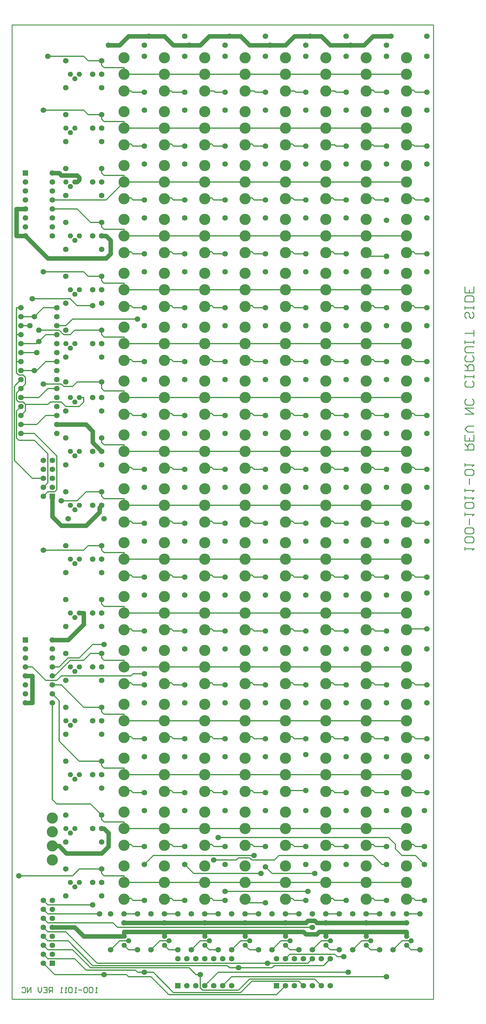
<source format=gbl>
*%FSLAX23Y23*%
*%MOIN*%
G01*
%ADD11C,0.006*%
%ADD12C,0.007*%
%ADD13C,0.008*%
%ADD14C,0.010*%
%ADD15C,0.012*%
%ADD16C,0.030*%
%ADD17C,0.036*%
%ADD18C,0.050*%
%ADD19C,0.050*%
%ADD20C,0.054*%
%ADD21C,0.056*%
%ADD22C,0.060*%
%ADD23C,0.062*%
%ADD24C,0.066*%
%ADD25C,0.070*%
%ADD26C,0.080*%
%ADD27C,0.090*%
%ADD28C,0.125*%
%ADD29C,0.129*%
%ADD30R,0.062X0.062*%
%ADD31R,0.066X0.066*%
D14*
X8044Y2775D02*
X8064D01*
X8054D02*
X8044D01*
X8054D02*
Y2835D01*
X8055D01*
X8054D02*
X8064Y2825D01*
X8014D02*
X8004Y2835D01*
X7984D01*
X7974Y2825D01*
Y2785D01*
X7984Y2775D01*
X8004D01*
X8014Y2785D01*
Y2825D01*
X7954D02*
X7944Y2835D01*
X7924D01*
X7914Y2825D01*
Y2785D01*
X7924Y2775D01*
X7944D01*
X7954Y2785D01*
Y2825D01*
X7894Y2805D02*
X7854D01*
X7834Y2775D02*
X7814D01*
X7824D01*
Y2835D01*
X7825D01*
X7824D02*
X7834Y2825D01*
X7784D02*
X7774Y2835D01*
X7754D01*
X7744Y2825D01*
Y2785D01*
X7754Y2775D01*
X7774D01*
X7784Y2785D01*
Y2825D01*
X7724Y2775D02*
X7704D01*
X7714D01*
Y2835D01*
X7715D01*
X7714D02*
X7724Y2825D01*
X7674Y2775D02*
X7654D01*
X7664D01*
Y2835D01*
X7665D01*
X7664D02*
X7674Y2825D01*
X7564Y2835D02*
Y2775D01*
Y2835D02*
X7534D01*
X7524Y2825D01*
Y2805D01*
X7534Y2795D01*
X7564D01*
X7544D02*
X7524Y2775D01*
X7504Y2835D02*
X7464D01*
X7504D02*
Y2775D01*
X7464D01*
X7484Y2805D02*
X7504D01*
X7444Y2795D02*
Y2835D01*
Y2795D02*
X7424Y2775D01*
X7404Y2795D01*
Y2835D01*
X7324D02*
Y2775D01*
X7284D02*
X7324Y2835D01*
X7284D02*
Y2775D01*
X7224Y2825D02*
X7234Y2835D01*
X7254D01*
X7264Y2825D01*
Y2785D01*
X7254Y2775D01*
X7234D01*
X7224Y2785D01*
X12164Y7700D02*
Y7733D01*
Y7717D01*
X12264D01*
X12265D01*
X12264D02*
X12247Y7700D01*
Y7783D02*
X12264Y7800D01*
Y7833D01*
X12247Y7850D01*
X12181D01*
X12164Y7833D01*
Y7800D01*
X12181Y7783D01*
X12247D01*
Y7883D02*
X12264Y7900D01*
Y7933D01*
X12247Y7950D01*
X12181D01*
X12164Y7933D01*
Y7900D01*
X12181Y7883D01*
X12247D01*
X12214Y7983D02*
Y8050D01*
X12164Y8083D02*
Y8117D01*
Y8100D01*
X12264D01*
X12265D01*
X12264D02*
X12247Y8083D01*
Y8167D02*
X12264Y8183D01*
Y8216D01*
X12247Y8233D01*
X12181D01*
X12164Y8216D01*
Y8183D01*
X12181Y8167D01*
X12247D01*
X12164Y8266D02*
Y8300D01*
Y8283D01*
X12264D01*
X12265D01*
X12264D02*
X12247Y8266D01*
X12164Y8350D02*
Y8383D01*
Y8366D01*
X12264D01*
X12265D01*
X12264D02*
X12247Y8350D01*
X12214Y8433D02*
Y8500D01*
X12247Y8533D02*
X12264Y8550D01*
Y8583D01*
X12247Y8600D01*
X12181D01*
X12164Y8583D01*
Y8550D01*
X12181Y8533D01*
X12247D01*
X12164Y8633D02*
Y8666D01*
Y8650D01*
X12264D01*
X12265D01*
X12264D02*
X12247Y8633D01*
X12264Y8816D02*
X12164D01*
X12264D02*
Y8866D01*
X12247Y8883D01*
X12214D01*
X12197Y8866D01*
Y8816D01*
Y8850D02*
X12164Y8883D01*
X12264Y8916D02*
Y8983D01*
Y8916D02*
X12164D01*
Y8983D01*
X12214Y8950D02*
Y8916D01*
X12197Y9016D02*
X12264D01*
X12197D02*
X12164Y9050D01*
X12197Y9083D01*
X12264D01*
Y9216D02*
X12164D01*
Y9283D02*
X12264Y9216D01*
Y9283D02*
X12164D01*
X12247Y9383D02*
X12264Y9366D01*
Y9333D01*
X12247Y9316D01*
X12181D01*
X12164Y9333D01*
Y9366D01*
X12181Y9383D01*
X12264Y9566D02*
X12247Y9583D01*
X12264Y9566D02*
Y9533D01*
X12247Y9516D01*
X12181D01*
X12164Y9533D01*
Y9566D01*
X12181Y9583D01*
X12264Y9616D02*
Y9649D01*
Y9633D01*
X12164D01*
Y9616D01*
Y9649D01*
Y9699D02*
X12264D01*
Y9749D01*
X12247Y9766D01*
X12214D01*
X12197Y9749D01*
Y9699D01*
Y9733D02*
X12164Y9766D01*
X12247Y9866D02*
X12264Y9849D01*
Y9816D01*
X12247Y9799D01*
X12181D01*
X12164Y9816D01*
Y9849D01*
X12181Y9866D01*
Y9899D02*
X12264D01*
X12181D02*
X12164Y9916D01*
Y9949D01*
X12181Y9966D01*
X12264D01*
Y9999D02*
Y10033D01*
Y10016D01*
X12164D01*
Y9999D01*
Y10033D01*
X12264Y10083D02*
Y10149D01*
Y10116D01*
X12164D01*
X12264Y10332D02*
X12247Y10349D01*
X12264Y10332D02*
Y10299D01*
X12247Y10282D01*
X12231D01*
X12214Y10299D01*
Y10332D01*
X12197Y10349D01*
X12181D01*
X12164Y10332D01*
Y10299D01*
X12181Y10282D01*
X12264Y10382D02*
Y10416D01*
Y10399D01*
X12164D01*
Y10382D01*
Y10416D01*
Y10466D02*
X12264D01*
X12164D02*
Y10516D01*
X12181Y10532D01*
X12247D01*
X12264Y10516D01*
Y10466D01*
Y10566D02*
Y10632D01*
Y10566D02*
X12164D01*
Y10632D01*
X12214Y10599D02*
Y10566D01*
X7114Y13550D02*
Y2700D01*
X11814D01*
Y13550D01*
X7114D01*
D15*
X9764Y2925D02*
X9639Y2800D01*
X9414Y3000D02*
X9264Y2850D01*
X7589Y6300D02*
X7764Y6475D01*
X7864Y6500D02*
X8014Y6650D01*
X8164Y11600D02*
X8364Y11800D01*
X7814Y3150D02*
X7939Y3025D01*
X7989Y3050D02*
X7789Y3250D01*
X7739Y3350D02*
X8014Y3075D01*
X8064Y3100D02*
X7714Y3450D01*
X7489Y6250D02*
X7339Y6400D01*
X7989Y11350D02*
X7839Y11500D01*
X7664Y6200D02*
X7914Y5950D01*
X7639Y5575D02*
X7864Y5350D01*
X7989Y4875D02*
X8114Y4750D01*
X7614Y8750D02*
X7364Y9000D01*
Y8925D02*
X7514Y8775D01*
X7339Y8500D02*
X7139Y8700D01*
X7464Y3100D02*
X7589Y2975D01*
X8664Y2950D02*
X8864Y2750D01*
X9664Y2775D02*
X9789Y2900D01*
X8914Y2775D02*
X8689Y3000D01*
X7164Y8950D02*
Y9250D01*
Y9675D02*
Y9800D01*
Y10100D01*
Y10400D01*
Y9450D02*
Y9375D01*
X7139Y9525D02*
Y8700D01*
X7164Y9250D02*
X7214Y9300D01*
X7139Y9525D02*
X7214Y9600D01*
X7264Y9550D02*
X7214Y9500D01*
X7264Y9250D02*
X7214Y9200D01*
X7164Y9450D02*
X7214Y9500D01*
X7164Y8950D02*
X7189Y8925D01*
X7264Y9625D02*
X7239Y9650D01*
X7189D02*
X7164Y9675D01*
X7239Y9350D02*
X7264Y9325D01*
X7189Y9350D02*
X7164Y9375D01*
X7264Y9550D02*
Y9625D01*
Y9325D02*
Y9250D01*
X7364Y10300D02*
X7464Y10400D01*
X7489Y10100D02*
X7389Y10000D01*
X7489Y9800D02*
X7389Y9700D01*
X7514Y9500D02*
X7414Y9400D01*
X7489Y9200D02*
X7389Y9100D01*
Y10000D02*
X7414Y10025D01*
X8864Y2750D02*
X10064D01*
X7564Y4925D02*
Y6000D01*
X7614Y8375D02*
Y8750D01*
X7514Y8775D02*
Y8450D01*
X7664Y6300D02*
X7614Y6250D01*
X7514Y9325D02*
X7539Y9350D01*
X7564Y6100D02*
X7639Y6025D01*
X7564Y4925D02*
X7614Y4875D01*
X7464Y8300D02*
X7514Y8350D01*
X7589D02*
X7614Y8375D01*
X7514Y8450D02*
X7464Y8400D01*
Y3200D02*
X7514Y3150D01*
Y3250D02*
X7464Y3300D01*
X7514Y3350D02*
X7464Y3400D01*
X7514Y3450D02*
X7464Y3500D01*
X7514Y3550D02*
X7464Y3600D01*
X7514Y3650D02*
X7464Y3700D01*
X7514Y3750D02*
X7464Y3800D01*
X9239Y2800D02*
X9639D01*
X9764Y2925D02*
X10489D01*
X11289Y2950D02*
X9564D01*
X8664D02*
X8414D01*
X9789Y2900D02*
X10314D01*
X9664Y2775D02*
X8914D01*
X7639Y5575D02*
Y6025D01*
X7714Y10200D02*
X7789Y10275D01*
X7739Y6500D02*
X7639Y6400D01*
X7789Y9525D02*
X7839Y9575D01*
X7764Y10100D02*
X7814Y10150D01*
X7664Y9550D02*
X7689Y9525D01*
Y10100D02*
X7639Y10150D01*
X7664Y9350D02*
X7714Y9300D01*
X7839Y10425D02*
X7764Y10500D01*
X7864Y4150D02*
X7789Y4075D01*
X9539Y3050D02*
X9639D01*
X9514Y3075D02*
X8014D01*
X7989Y3050D02*
X9089D01*
X9164Y2975D02*
X9214D01*
X8589Y3000D02*
X8514D01*
X8489Y3025D02*
X7939D01*
X8064Y3100D02*
X9989D01*
X10414D01*
X10589Y3075D02*
X10039D01*
X10014Y3050D02*
X9639D01*
X9414Y3000D02*
X10864D01*
X8389Y2975D02*
X8139D01*
X7589D01*
X7514Y3150D02*
X7814D01*
X8589Y3000D02*
X8689D01*
X7914Y9350D02*
Y9400D01*
X7989Y6550D02*
X7914Y6475D01*
Y7700D02*
X7964Y7750D01*
X7864Y9300D02*
X7914Y9350D01*
X7964Y13150D02*
X7914Y13200D01*
Y12600D02*
X7964Y12550D01*
X7914Y10800D02*
X7964Y10750D01*
X7939Y8350D02*
X7839Y8250D01*
X8314Y3350D02*
X8414D01*
Y3250D02*
X8514D01*
X8764Y3350D02*
X8864D01*
Y3250D02*
X8964D01*
X9214Y3350D02*
X9314D01*
Y3250D02*
X9414D01*
X9664Y3350D02*
X9764D01*
Y3250D02*
X9864D01*
X10114Y3350D02*
X10214D01*
Y3250D02*
X10314D01*
X10564Y3350D02*
X10664D01*
Y3250D02*
X10764D01*
X11014Y3350D02*
X11114D01*
Y3250D02*
X11214D01*
X11464Y3350D02*
X11564D01*
Y3250D02*
X11664D01*
X10814Y3175D02*
X10739D01*
X10714Y3200D02*
X10214D01*
X7789Y3250D02*
X7514D01*
Y3350D02*
X7739D01*
X8114Y9500D02*
Y9575D01*
Y4150D02*
Y4100D01*
Y4700D02*
Y4750D01*
Y5300D02*
Y5350D01*
Y5900D02*
Y5950D01*
Y6500D02*
Y6550D01*
Y7100D02*
Y7150D01*
Y7700D02*
Y7750D01*
Y8300D02*
Y8350D01*
Y8900D02*
Y8950D01*
Y10100D02*
Y10150D01*
Y10700D02*
Y10750D01*
Y11300D02*
Y11350D01*
Y11900D02*
Y11950D01*
Y12500D02*
Y12550D01*
Y13100D02*
Y13150D01*
X8314Y3350D02*
X8214Y3250D01*
X8139Y9475D02*
X8114Y9500D01*
Y4100D02*
X8139Y4075D01*
Y4675D02*
X8114Y4700D01*
X8139Y5275D02*
X8114Y5300D01*
X8139Y5875D02*
X8114Y5900D01*
X8139Y6475D02*
X8114Y6500D01*
X8139Y7075D02*
X8114Y7100D01*
X8139Y7675D02*
X8114Y7700D01*
X8139Y8275D02*
X8114Y8300D01*
X8139Y8875D02*
X8114Y8900D01*
X8139Y10075D02*
X8114Y10100D01*
X8139Y10675D02*
X8114Y10700D01*
X8139Y11275D02*
X8114Y11300D01*
X8139Y11875D02*
X8114Y11900D01*
X8139Y12475D02*
X8114Y12500D01*
X8139Y13075D02*
X8114Y13100D01*
X8289Y3500D02*
X10464D01*
X7714Y3450D02*
X7514D01*
Y3550D02*
X8239D01*
X8364Y4000D02*
Y4075D01*
Y4600D02*
Y4675D01*
Y5200D02*
Y5275D01*
Y5800D02*
Y5875D01*
Y6400D02*
Y6475D01*
Y7000D02*
Y7075D01*
Y7600D02*
Y7675D01*
Y8200D02*
Y8275D01*
Y8800D02*
Y8875D01*
Y9400D02*
Y9475D01*
Y10000D02*
Y10075D01*
Y10600D02*
Y10675D01*
Y11200D02*
Y11275D01*
Y11800D02*
Y11875D01*
Y12400D02*
Y12475D01*
Y13000D02*
Y13075D01*
Y3300D02*
X8414Y3250D01*
X8289Y3500D02*
X8239Y3550D01*
X8389Y2975D02*
X8414Y2950D01*
X8364Y3650D02*
X8514D01*
X8814D02*
X8964D01*
X9264D02*
X9414D01*
X9714D02*
X9864D01*
X10164D02*
X10314D01*
X10614D02*
X10764D01*
X11064D02*
X11214D01*
X11514D02*
X11664D01*
X8089D02*
X7514D01*
X8439Y6300D02*
X8464Y6325D01*
X8689Y4300D02*
X8589Y4200D01*
X8454Y12800D02*
X8439Y12815D01*
Y3825D02*
X8464Y3800D01*
Y4400D02*
X8439Y4425D01*
X8464Y5000D02*
X8439Y5025D01*
X8464Y5600D02*
X8439Y5625D01*
X8464Y6200D02*
X8439Y6225D01*
X8464Y6800D02*
X8439Y6825D01*
X8464Y7400D02*
X8439Y7425D01*
X8464Y8000D02*
X8439Y8025D01*
X8464Y8600D02*
X8439Y8625D01*
X8464Y9200D02*
X8439Y9225D01*
X8464Y9800D02*
X8439Y9825D01*
X8464Y10400D02*
X8439Y10425D01*
X8464Y11000D02*
X8439Y11025D01*
X8464Y11600D02*
X8439Y11625D01*
X8464Y12200D02*
X8439Y12225D01*
X8489Y3025D02*
X8514Y3000D01*
X9714Y3775D02*
X9939D01*
X8439Y3825D02*
X8364D01*
X8464Y3800D02*
X8589D01*
X8814Y3825D02*
X8889D01*
X8914Y3800D02*
X9039D01*
X9264Y3825D02*
X9339D01*
X9364Y3800D02*
X9489D01*
X10164Y3825D02*
X10239D01*
X10264Y3800D02*
X10389D01*
X10614Y3825D02*
X10689D01*
X10714Y3800D02*
X10839D01*
X11064Y3825D02*
X11139D01*
X11164Y3800D02*
X11289D01*
X11514Y3825D02*
X11589D01*
X11614Y3800D02*
X11714D01*
X10414Y3900D02*
X9489D01*
X8014Y3750D02*
X7514D01*
X8664Y3250D02*
X8764Y3350D01*
X11064Y4000D02*
X11514D01*
X11064D02*
X10614D01*
X10164D01*
X9714D01*
X9264D01*
X8814D01*
X8364D01*
Y4075D02*
X8139D01*
X10014Y4100D02*
X10489D01*
X9889D02*
X9139D01*
X7789Y4075D02*
X7189D01*
X8904Y12800D02*
X8889Y12815D01*
Y3825D02*
X8914Y3800D01*
Y4400D02*
X8889Y4425D01*
X8914Y5000D02*
X8889Y5025D01*
X8914Y5600D02*
X8889Y5625D01*
X8914Y6200D02*
X8889Y6225D01*
X8914Y6800D02*
X8889Y6825D01*
X8914Y7400D02*
X8889Y7425D01*
X8914Y8000D02*
X8889Y8025D01*
X8914Y8600D02*
X8889Y8625D01*
X8914Y9200D02*
X8889Y9225D01*
X8914Y9800D02*
X8889Y9825D01*
X8914Y10400D02*
X8889Y10425D01*
X8914Y11000D02*
X8889Y11025D01*
X8914Y11600D02*
X8889Y11625D01*
X8914Y12200D02*
X8889Y12225D01*
X8814Y3300D02*
X8864Y3250D01*
X11464Y4300D02*
X11614D01*
X9614Y4250D02*
X9364D01*
X10089Y4300D02*
X11139D01*
X11239Y4200D02*
X11289D01*
X9814Y4300D02*
X8689D01*
X9789Y4250D02*
X10039D01*
X9764Y4275D02*
X9639D01*
X8114Y4150D02*
X7864D01*
X9114Y3250D02*
X9214Y3350D01*
X9089Y3050D02*
X9164Y2975D01*
X9139Y4100D02*
X9039Y4200D01*
X8439Y4425D02*
X8364D01*
X8464Y4400D02*
X8589D01*
X9264Y4425D02*
X9339D01*
X9364Y4400D02*
X9489D01*
X9714Y4425D02*
X9789D01*
X9814Y4400D02*
X9939D01*
X10164Y4425D02*
X10239D01*
X10264Y4400D02*
X10389D01*
X11064Y4425D02*
X11139D01*
X11164Y4400D02*
X11289D01*
X11514Y4425D02*
X11589D01*
X11614Y4400D02*
X11714D01*
X8889Y4425D02*
X8814D01*
X8914Y4400D02*
X9039D01*
X10614Y4425D02*
X10689D01*
X10714Y4400D02*
X10839D01*
X11314Y4500D02*
X9414D01*
X9214Y2975D02*
Y2825D01*
X9239Y2800D01*
X9379Y12800D02*
X9364Y12815D01*
X9339Y3825D02*
X9364Y3800D01*
Y4400D02*
X9339Y4425D01*
X9364Y5000D02*
X9339Y5025D01*
X9364Y5600D02*
X9339Y5625D01*
X9364Y6200D02*
X9339Y6225D01*
X9364Y6800D02*
X9339Y6825D01*
X9364Y7400D02*
X9339Y7425D01*
X9364Y8000D02*
X9339Y8025D01*
X9364Y8600D02*
X9339Y8625D01*
X9364Y9200D02*
X9339Y9225D01*
X9364Y9800D02*
X9339Y9825D01*
X9364Y10400D02*
X9339Y10425D01*
X9364Y11000D02*
X9339Y11025D01*
X9364Y11600D02*
X9339Y11625D01*
X9364Y12200D02*
X9339Y12225D01*
X9264Y3300D02*
X9314Y3250D01*
X8814Y4600D02*
X8364D01*
X8814D02*
X9264D01*
X9714D01*
X10164D01*
X10614D01*
X11064D01*
X11514D01*
X8364Y4675D02*
X8139D01*
X9564Y3250D02*
X9664Y3350D01*
X9564Y2950D02*
X9464Y2850D01*
X9539Y3050D02*
X9514Y3075D01*
X7989Y4875D02*
X7614D01*
X9714Y3825D02*
Y3775D01*
X9614Y4250D02*
X9639Y4275D01*
X9714Y3300D02*
X9764Y3250D01*
X9789Y4250D02*
X9764Y4275D01*
X8439Y5025D02*
X8364D01*
X8464Y5000D02*
X8589D01*
X9264Y5025D02*
X9339D01*
X9364Y5000D02*
X9489D01*
X9714Y5025D02*
X9789D01*
X9814Y5000D02*
X9939D01*
X10164Y5025D02*
X10389D01*
X11064D02*
X11139D01*
X11164Y5000D02*
X11289D01*
X11514Y5025D02*
X11589D01*
X11614Y5000D02*
X11739D01*
X8889Y5025D02*
X8814D01*
X8914Y5000D02*
X9039D01*
X10614Y5025D02*
X10689D01*
X10714Y5000D02*
X10839D01*
X9814Y6200D02*
X9789Y6225D01*
X9829Y12800D02*
X9814Y12815D01*
X9789Y4425D02*
X9814Y4400D01*
Y5000D02*
X9789Y5025D01*
X9814Y5600D02*
X9789Y5625D01*
X9814Y6800D02*
X9789Y6825D01*
X9814Y8000D02*
X9789Y8025D01*
X9814Y8600D02*
X9789Y8625D01*
X9814Y9200D02*
X9789Y9225D01*
X9814Y9800D02*
X9789Y9825D01*
X9814Y10400D02*
X9789Y10425D01*
X9814Y11000D02*
X9789Y11025D01*
X9814Y11600D02*
X9789Y11625D01*
X9814Y12200D02*
X9789Y12225D01*
Y7425D02*
X9814Y7400D01*
X9939Y4175D02*
X10014Y4100D01*
X8814Y5200D02*
X8364D01*
X8814D02*
X9264D01*
X9714D01*
X10164D01*
X10614D01*
X11064D01*
X11514D01*
X8364Y5275D02*
X8139D01*
X10114Y3350D02*
X10014Y3250D01*
X10039Y3075D02*
X10014Y3050D01*
X10164Y3150D02*
X10214Y3200D01*
X10039Y4250D02*
X10089Y4300D01*
X10164Y3300D02*
X10214Y3250D01*
X10164Y2850D02*
X10064Y2750D01*
X8114Y5350D02*
X7864D01*
X10279Y12800D02*
X10264Y12815D01*
X10239Y3825D02*
X10264Y3800D01*
Y4400D02*
X10239Y4425D01*
X10264Y5600D02*
X10239Y5625D01*
X10264Y6200D02*
X10239Y6225D01*
X10264Y6800D02*
X10239Y6825D01*
X10264Y7400D02*
X10239Y7425D01*
X10264Y8000D02*
X10239Y8025D01*
X10264Y8600D02*
X10239Y8625D01*
X10264Y9200D02*
X10239Y9225D01*
X10264Y9800D02*
X10239Y9825D01*
X10264Y10400D02*
X10239Y10425D01*
X10264Y11000D02*
X10239Y11025D01*
X10264Y11600D02*
X10239Y11625D01*
X10264Y12200D02*
X10239Y12225D01*
X10314Y2900D02*
X10364Y2850D01*
X8439Y5625D02*
X8364D01*
X8464Y5600D02*
X8589D01*
X9264Y5625D02*
X9339D01*
X9364Y5600D02*
X9489D01*
X9714Y5625D02*
X9789D01*
X9814Y5600D02*
X9939D01*
X10164Y5625D02*
X10239D01*
X10264Y5600D02*
X10389D01*
X11064Y5625D02*
X11139D01*
X11164Y5600D02*
X11289D01*
X11514Y5625D02*
X11589D01*
X11614Y5600D02*
X11739D01*
X8889Y5625D02*
X8814D01*
X8914Y5600D02*
X9039D01*
X10614Y5625D02*
X10689D01*
X10714Y5600D02*
X10839D01*
X10489Y2925D02*
X10564Y2850D01*
X10464Y3250D02*
X10564Y3350D01*
X10464Y3150D02*
X10414Y3100D01*
X8814Y5800D02*
X8364D01*
X8814D02*
X9264D01*
X9714D01*
X10164D01*
X10614D01*
X11064D01*
X11514D01*
X8364Y5875D02*
X8139D01*
X10664Y3150D02*
X10589Y3075D01*
X10729Y12800D02*
X10714Y12815D01*
Y12215D02*
X10729Y12200D01*
X10689Y3825D02*
X10714Y3800D01*
Y4400D02*
X10689Y4425D01*
X10714Y5000D02*
X10689Y5025D01*
X10714Y5600D02*
X10689Y5625D01*
X10714Y6200D02*
X10689Y6225D01*
X10714Y6800D02*
X10689Y6825D01*
X10714Y7400D02*
X10689Y7425D01*
X10714Y8000D02*
X10689Y8025D01*
X10714Y8600D02*
X10689Y8625D01*
X10714Y9200D02*
X10689Y9225D01*
X10714Y9800D02*
X10689Y9825D01*
X10714Y10400D02*
X10689Y10425D01*
X10714Y11000D02*
X10689Y11025D01*
X10714Y11600D02*
X10689Y11625D01*
X10614Y3300D02*
X10664Y3250D01*
X10714Y3200D02*
X10739Y3175D01*
X8114Y5950D02*
X7914D01*
X10914Y3250D02*
X11014Y3350D01*
X9939Y6200D02*
X9814D01*
X8439Y6225D02*
X8364D01*
X8464Y6200D02*
X8589D01*
X9264Y6225D02*
X9339D01*
X9364Y6200D02*
X9489D01*
X9714Y6225D02*
X9789D01*
X10164D02*
X10239D01*
X10264Y6200D02*
X10389D01*
X11064Y6225D02*
X11139D01*
X11164Y6200D02*
X11289D01*
X11514Y6225D02*
X11589D01*
X11614Y6200D02*
X11739D01*
X8889Y6225D02*
X8814D01*
X8914Y6200D02*
X9039D01*
X10614Y6225D02*
X10689D01*
X10714Y6200D02*
X10839D01*
X7614Y6250D02*
X7489D01*
X7564Y6200D02*
X7664D01*
X11064Y10975D02*
Y11025D01*
X11164Y12800D02*
X11139Y12825D01*
Y12215D02*
X11154Y12200D01*
X11139Y3825D02*
X11164Y3800D01*
Y4400D02*
X11139Y4425D01*
X11164Y5000D02*
X11139Y5025D01*
X11164Y5600D02*
X11139Y5625D01*
X11164Y6200D02*
X11139Y6225D01*
X11164Y6800D02*
X11139Y6825D01*
X11164Y7400D02*
X11139Y7425D01*
X11164Y8000D02*
X11139Y8025D01*
X11164Y8600D02*
X11139Y8625D01*
X11164Y9200D02*
X11139Y9225D01*
X11164Y9800D02*
X11139Y9825D01*
X11164Y10400D02*
X11139Y10425D01*
X11164Y11600D02*
X11139Y11625D01*
X11064Y3300D02*
X11114Y3250D01*
X11239Y4200D02*
X11139Y4300D01*
X11064Y6400D02*
X11514D01*
X11064D02*
X10614D01*
X10164D01*
X9714D01*
X9264D01*
X8814D01*
X8364D01*
Y6475D02*
X8139D01*
X8464Y6325D02*
X8589D01*
X8439Y6300D02*
X7739D01*
X7664D01*
X7339Y6400D02*
X7264D01*
X7764Y6475D02*
X7914D01*
X7589Y6300D02*
X7564D01*
Y6400D02*
X7639D01*
X11314Y4500D02*
X11389Y4425D01*
X8114Y6550D02*
X7989D01*
X7864Y6500D02*
X7739D01*
X8014Y6650D02*
X8139D01*
X11389Y4425D02*
Y4375D01*
X11464Y3350D02*
X11364Y3250D01*
X11514Y3300D02*
X11564Y3250D01*
X11464Y4300D02*
X11389Y4375D01*
X8439Y6825D02*
X8364D01*
X8464Y6800D02*
X8589D01*
X9264Y6825D02*
X9339D01*
X9364Y6800D02*
X9489D01*
X9714Y6825D02*
X9789D01*
X9814Y6800D02*
X9939D01*
X10164Y6825D02*
X10239D01*
X10264Y6800D02*
X10389D01*
X11064Y6825D02*
X11139D01*
X11164Y6800D02*
X11289D01*
X11514Y6825D02*
X11739D01*
X8889D02*
X8814D01*
X8914Y6800D02*
X9039D01*
X10614Y6825D02*
X10689D01*
X10714Y6800D02*
X10839D01*
X11614Y12800D02*
X11589Y12825D01*
Y12215D02*
X11604Y12200D01*
X11589Y3825D02*
X11614Y3800D01*
Y4400D02*
X11589Y4425D01*
X11614Y5000D02*
X11589Y5025D01*
X11614Y5600D02*
X11589Y5625D01*
X11614Y6200D02*
X11589Y6225D01*
X11614Y7400D02*
X11589Y7425D01*
X11614Y8000D02*
X11589Y8025D01*
X11614Y8600D02*
X11589Y8625D01*
X11614Y9200D02*
X11589Y9225D01*
X11614Y9800D02*
X11589Y9825D01*
X11614Y10400D02*
X11589Y10425D01*
X11614Y11000D02*
X11589Y11025D01*
X11614Y11600D02*
X11589Y11625D01*
X11614Y4300D02*
X11714Y4200D01*
X8814Y7000D02*
X8364D01*
X8814D02*
X9264D01*
X9714D01*
X10164D01*
X10614D01*
X11064D01*
X11514D01*
X8364Y7075D02*
X8139D01*
X8364Y7425D02*
X8439D01*
X8464Y7400D02*
X8589D01*
X9264Y7425D02*
X9339D01*
X9364Y7400D02*
X9489D01*
X10164Y7425D02*
X10239D01*
X10264Y7400D02*
X10389D01*
X11064Y7425D02*
X11139D01*
X11164Y7400D02*
X11289D01*
X9789Y7425D02*
X9714D01*
X9814Y7400D02*
X9939D01*
X11514Y7425D02*
X11589D01*
X11614Y7400D02*
X11739D01*
X8889Y7425D02*
X8814D01*
X8914Y7400D02*
X9039D01*
X10614Y7425D02*
X10689D01*
X10714Y7400D02*
X10839D01*
X11064Y7600D02*
X11514D01*
X11064D02*
X10614D01*
X10164D01*
X9714D01*
X9264D01*
X8814D01*
X8364D01*
Y7675D02*
X8139D01*
X8114Y7750D02*
X7964D01*
X7914Y7700D02*
X7464D01*
X8364Y8025D02*
X8439D01*
X8464Y8000D02*
X8589D01*
X9264Y8025D02*
X9339D01*
X9364Y8000D02*
X9489D01*
X9714Y8025D02*
X9789D01*
X9814Y8000D02*
X9939D01*
X10164Y8025D02*
X10239D01*
X10264Y8000D02*
X10389D01*
X11064Y8025D02*
X11139D01*
X11164Y8000D02*
X11289D01*
X11514Y8025D02*
X11589D01*
X11614Y8000D02*
X11739D01*
X8889Y8025D02*
X8814D01*
X8914Y8000D02*
X9039D01*
X10614Y8025D02*
X10689D01*
X10714Y8000D02*
X10839D01*
X8814Y8200D02*
X8364D01*
X8814D02*
X9264D01*
X9714D01*
X10164D01*
X10614D01*
X11064D01*
X11514D01*
X8364Y8275D02*
X8139D01*
X8114Y8350D02*
X7939D01*
X7589D02*
X7514D01*
X7664Y8250D02*
X7839D01*
X8364Y8625D02*
X8439D01*
X8464Y8600D02*
X8589D01*
X9264Y8625D02*
X9339D01*
X9364Y8600D02*
X9489D01*
X9714Y8625D02*
X9789D01*
X9814Y8600D02*
X9939D01*
X10164Y8625D02*
X10239D01*
X10264Y8600D02*
X10389D01*
X11064Y8625D02*
X11139D01*
X11164Y8600D02*
X11289D01*
X11514Y8625D02*
X11589D01*
X11614Y8600D02*
X11739D01*
X8889Y8625D02*
X8814D01*
X8914Y8600D02*
X9039D01*
X10614Y8625D02*
X10689D01*
X10714Y8600D02*
X10839D01*
X7464Y8500D02*
X7339D01*
X11064Y8800D02*
X11514D01*
X11064D02*
X10614D01*
X10164D01*
X9714D01*
X9264D01*
X8814D01*
X8364D01*
Y8875D02*
X8139D01*
X7364Y9000D02*
X7214D01*
X7189Y8925D02*
X7364D01*
X8364Y9225D02*
X8439D01*
X8464Y9200D02*
X8589D01*
X9264Y9225D02*
X9339D01*
X9364Y9200D02*
X9489D01*
X9714Y9225D02*
X9789D01*
X9814Y9200D02*
X9939D01*
X10164Y9225D02*
X10239D01*
X10264Y9200D02*
X10389D01*
X11064Y9225D02*
X11139D01*
X11164Y9200D02*
X11289D01*
X11514Y9225D02*
X11589D01*
X11614Y9200D02*
X11739D01*
X8889Y9225D02*
X8814D01*
X8914Y9200D02*
X9039D01*
X10614Y9225D02*
X10689D01*
X10714Y9200D02*
X10839D01*
X7614D02*
X7489D01*
X7389Y9100D02*
X7214D01*
X8364Y9400D02*
X8814D01*
X9264D01*
X9714D01*
X10164D01*
X10614D01*
X11064D01*
X11514D01*
X7414D02*
X7214D01*
X7189Y9350D02*
X7239D01*
X7264Y9325D02*
X7514D01*
X7539Y9350D02*
X7664D01*
X7714Y9300D02*
X7864D01*
Y9400D02*
X7914D01*
X8139Y9475D02*
X8364D01*
X7614Y9500D02*
X7514D01*
X7689Y9525D02*
X7789D01*
X7839Y9575D02*
X8114D01*
X7664Y9550D02*
X7464D01*
X8464Y9800D02*
X8589D01*
X9364D02*
X9489D01*
X9814D02*
X9939D01*
X10264D02*
X10389D01*
X11164D02*
X11289D01*
X11614D02*
X11739D01*
X9039D02*
X8914D01*
X10714D02*
X10839D01*
X7614D02*
X7489D01*
X7389Y9700D02*
X7214D01*
X7189Y9650D02*
X7239D01*
X7214Y9800D02*
X7164D01*
X7214Y10000D02*
X7389D01*
X8364Y9825D02*
X8439D01*
X9264D02*
X9339D01*
X9714D02*
X9789D01*
X10164D02*
X10239D01*
X11064D02*
X11139D01*
X11514D02*
X11589D01*
X8889D02*
X8814D01*
X10614D02*
X10689D01*
X11064Y10000D02*
X11514D01*
X11064D02*
X10614D01*
X10164D01*
X9714D01*
X9264D01*
X8814D01*
X8364D01*
X7389Y9900D02*
X7214D01*
X8139Y10075D02*
X8364D01*
X7614Y10100D02*
X7489D01*
X7614Y10200D02*
X7714D01*
X7639Y10150D02*
X7414D01*
X7689Y10100D02*
X7764D01*
X7814Y10150D02*
X8114D01*
X7214Y10100D02*
X7164D01*
X7214Y10200D02*
X7314D01*
X7364Y10300D02*
X7214D01*
X8464Y10400D02*
X8589D01*
X9364D02*
X9489D01*
X9814D02*
X9939D01*
X10264D02*
X10389D01*
X11164D02*
X11289D01*
X11614D02*
X11739D01*
X9039D02*
X8914D01*
X10714D02*
X10839D01*
X7614D02*
X7464D01*
X7789Y10275D02*
X8514D01*
X7214Y10400D02*
X7164D01*
X8364Y10425D02*
X8439D01*
X9264D02*
X9339D01*
X9714D02*
X9789D01*
X10164D02*
X10239D01*
X11064D02*
X11139D01*
X11514D02*
X11589D01*
X8889D02*
X8814D01*
X10614D02*
X10689D01*
X7764Y10500D02*
X7339D01*
X7839Y10425D02*
X8014D01*
X8364Y10600D02*
X8814D01*
X9264D01*
X9714D01*
X10164D01*
X10614D01*
X11064D01*
X11514D01*
X8364Y10675D02*
X8139D01*
X8114Y10750D02*
X7964D01*
X11064Y10975D02*
X11289D01*
X7914Y10800D02*
X7464D01*
X8364Y11025D02*
X8439D01*
X8464Y11000D02*
X8589D01*
X9264Y11025D02*
X9339D01*
X9364Y11000D02*
X9489D01*
X9714Y11025D02*
X9789D01*
X9814Y11000D02*
X9939D01*
X10164Y11025D02*
X10239D01*
X10264Y11000D02*
X10389D01*
X11514Y11025D02*
X11589D01*
X11614Y11000D02*
X11739D01*
X8889Y11025D02*
X8814D01*
X8914Y11000D02*
X9039D01*
X10614Y11025D02*
X10689D01*
X10714Y11000D02*
X10839D01*
X11064Y11200D02*
X11514D01*
X11064D02*
X10614D01*
X10164D01*
X9714D01*
X9264D01*
X8814D01*
X8364D01*
Y11275D02*
X8139D01*
X8114Y11350D02*
X7989D01*
X7839Y11500D02*
X7564D01*
X8464Y11600D02*
X8589D01*
X9364D02*
X9489D01*
X9814D02*
X9939D01*
X10264D02*
X10389D01*
X11164D02*
X11289D01*
X11614D02*
X11739D01*
X9039D02*
X8914D01*
X10714D02*
X10839D01*
X8439Y11625D02*
X8364D01*
X9264D02*
X9339D01*
X9714D02*
X9789D01*
X10164D02*
X10239D01*
X11064D02*
X11139D01*
X11514D02*
X11589D01*
X8889D02*
X8814D01*
X10614D02*
X10689D01*
X8164Y11600D02*
X7564D01*
X8364Y11800D02*
X8814D01*
X9264D01*
X9714D01*
X10164D01*
X10614D01*
X11064D01*
X11514D01*
X8364Y11875D02*
X8139D01*
X11604Y12200D02*
X11739D01*
X11289D02*
X11154D01*
X10839D02*
X10729D01*
X8589D02*
X8464D01*
X9364D02*
X9489D01*
X9814D02*
X9939D01*
X10264D02*
X10389D01*
X9039D02*
X8914D01*
X11514Y12215D02*
X11589D01*
X11139D02*
X11064D01*
X10714D02*
X10614D01*
X8439Y12225D02*
X8364D01*
X9264D02*
X9339D01*
X9714D02*
X9789D01*
X10164D02*
X10239D01*
X8889D02*
X8814D01*
X11064Y12400D02*
X11514D01*
X11064D02*
X10614D01*
X10164D01*
X9714D01*
X9264D01*
X8814D01*
X8364D01*
Y12475D02*
X8139D01*
X8114Y12550D02*
X7964D01*
X7914Y12600D02*
X7464D01*
X11164Y12800D02*
X11289D01*
X11139Y12825D02*
X11064D01*
X11514D02*
X11589D01*
X11614Y12800D02*
X11739D01*
X10714Y12815D02*
X10614D01*
X10729Y12800D02*
X10839D01*
X10264Y12815D02*
X10164D01*
X10279Y12800D02*
X10389D01*
X9814Y12815D02*
X9714D01*
X9829Y12800D02*
X9939D01*
X9364Y12815D02*
X9264D01*
X9379Y12800D02*
X9489D01*
X8889Y12815D02*
X8814D01*
X8904Y12800D02*
X9039D01*
X8439Y12815D02*
X8364D01*
X8454Y12800D02*
X8589D01*
X8364Y13000D02*
X8814D01*
X9264D01*
X9714D01*
X10164D01*
X10614D01*
X11064D01*
X11514D01*
X8364Y13075D02*
X8139D01*
X7914Y13200D02*
X7514D01*
X7964Y13150D02*
X8114D01*
X7742Y4000D02*
X7744D01*
X7742D02*
X7743Y3998D01*
X7743Y3995D01*
X7744Y3993D01*
X7745Y3990D01*
X7746Y3988D01*
X7748Y3986D01*
X7749Y3984D01*
X7751Y3983D01*
X7753Y3981D01*
X7755Y3980D01*
X7758Y3979D01*
X7760Y3979D01*
X7763Y3979D01*
X7765D01*
X7768Y3979D01*
X7770Y3979D01*
X7773Y3980D01*
X7775Y3981D01*
X7777Y3983D01*
X7779Y3984D01*
X7780Y3986D01*
X7782Y3988D01*
X7783Y3990D01*
X7784Y3993D01*
X7785Y3995D01*
X7785Y3998D01*
X7786Y4000D01*
X7786D01*
X7786D02*
X7785Y4002D01*
X7785Y4005D01*
X7784Y4007D01*
X7783Y4010D01*
X7782Y4012D01*
X7780Y4014D01*
X7779Y4016D01*
X7777Y4017D01*
X7775Y4019D01*
X7773Y4020D01*
X7770Y4021D01*
X7768Y4021D01*
X7765Y4021D01*
X7763D01*
X7760Y4021D01*
X7758Y4021D01*
X7755Y4020D01*
X7753Y4019D01*
X7751Y4017D01*
X7749Y4016D01*
X7748Y4014D01*
X7746Y4012D01*
X7745Y4010D01*
X7744Y4007D01*
X7743Y4005D01*
X7743Y4002D01*
X7742Y4000D01*
X7752D02*
X7754D01*
X7752D02*
X7753Y3998D01*
X7753Y3995D01*
X7755Y3993D01*
X7756Y3991D01*
X7758Y3990D01*
X7760Y3989D01*
X7763Y3989D01*
X7765D01*
X7768Y3989D01*
X7770Y3990D01*
X7772Y3991D01*
X7773Y3993D01*
X7775Y3995D01*
X7775Y3998D01*
X7776Y4000D01*
X7776D01*
X7776D02*
X7775Y4002D01*
X7775Y4005D01*
X7773Y4007D01*
X7772Y4009D01*
X7770Y4010D01*
X7768Y4011D01*
X7765Y4011D01*
X7763D01*
X7760Y4011D01*
X7758Y4010D01*
X7756Y4009D01*
X7755Y4007D01*
X7753Y4005D01*
X7753Y4002D01*
X7752Y4000D01*
X7762D02*
X7764D01*
X7762D02*
X7763Y3999D01*
X7763Y3999D01*
X7763Y3999D01*
X7764Y3999D01*
X7764D01*
X7765Y3999D01*
X7765Y3999D01*
X7765Y3999D01*
X7766Y4000D01*
X7766D01*
X7766D02*
X7765Y4001D01*
X7765Y4001D01*
X7765Y4001D01*
X7764Y4001D01*
X7764D01*
X7763Y4001D01*
X7763Y4001D01*
X7763Y4001D01*
X7762Y4000D01*
X7842D02*
X7844D01*
X7842D02*
X7843Y3998D01*
X7843Y3995D01*
X7844Y3993D01*
X7845Y3990D01*
X7846Y3988D01*
X7848Y3986D01*
X7849Y3984D01*
X7851Y3983D01*
X7853Y3981D01*
X7855Y3980D01*
X7858Y3979D01*
X7860Y3979D01*
X7863Y3979D01*
X7865D01*
X7868Y3979D01*
X7870Y3979D01*
X7873Y3980D01*
X7875Y3981D01*
X7877Y3983D01*
X7879Y3984D01*
X7880Y3986D01*
X7882Y3988D01*
X7883Y3990D01*
X7884Y3993D01*
X7885Y3995D01*
X7885Y3998D01*
X7886Y4000D01*
X7886D01*
X7886D02*
X7885Y4002D01*
X7885Y4005D01*
X7884Y4007D01*
X7883Y4010D01*
X7882Y4012D01*
X7880Y4014D01*
X7879Y4016D01*
X7877Y4017D01*
X7875Y4019D01*
X7873Y4020D01*
X7870Y4021D01*
X7868Y4021D01*
X7865Y4021D01*
X7863D01*
X7860Y4021D01*
X7858Y4021D01*
X7855Y4020D01*
X7853Y4019D01*
X7851Y4017D01*
X7849Y4016D01*
X7848Y4014D01*
X7846Y4012D01*
X7845Y4010D01*
X7844Y4007D01*
X7843Y4005D01*
X7843Y4002D01*
X7842Y4000D01*
X7852D02*
X7854D01*
X7852D02*
X7853Y3998D01*
X7853Y3995D01*
X7855Y3993D01*
X7856Y3991D01*
X7858Y3990D01*
X7860Y3989D01*
X7863Y3989D01*
X7865D01*
X7868Y3989D01*
X7870Y3990D01*
X7872Y3991D01*
X7873Y3993D01*
X7875Y3995D01*
X7875Y3998D01*
X7876Y4000D01*
X7876D01*
X7876D02*
X7875Y4002D01*
X7875Y4005D01*
X7873Y4007D01*
X7872Y4009D01*
X7870Y4010D01*
X7868Y4011D01*
X7865Y4011D01*
X7863D01*
X7860Y4011D01*
X7858Y4010D01*
X7856Y4009D01*
X7855Y4007D01*
X7853Y4005D01*
X7853Y4002D01*
X7852Y4000D01*
X7862D02*
X7864D01*
X7862D02*
X7863Y3999D01*
X7863Y3999D01*
X7863Y3999D01*
X7864Y3999D01*
X7864D01*
X7865Y3999D01*
X7865Y3999D01*
X7865Y3999D01*
X7866Y4000D01*
X7866D01*
X7866D02*
X7865Y4001D01*
X7865Y4001D01*
X7865Y4001D01*
X7864Y4001D01*
X7864D01*
X7863Y4001D01*
X7863Y4001D01*
X7863Y4001D01*
X7862Y4000D01*
X7792Y3950D02*
X7794D01*
X7792D02*
X7793Y3948D01*
X7793Y3945D01*
X7794Y3943D01*
X7795Y3940D01*
X7796Y3938D01*
X7798Y3936D01*
X7799Y3934D01*
X7801Y3933D01*
X7803Y3931D01*
X7805Y3930D01*
X7808Y3929D01*
X7810Y3929D01*
X7813Y3929D01*
X7815D01*
X7818Y3929D01*
X7820Y3929D01*
X7823Y3930D01*
X7825Y3931D01*
X7827Y3933D01*
X7829Y3934D01*
X7830Y3936D01*
X7832Y3938D01*
X7833Y3940D01*
X7834Y3943D01*
X7835Y3945D01*
X7835Y3948D01*
X7836Y3950D01*
X7836D01*
X7836D02*
X7835Y3952D01*
X7835Y3955D01*
X7834Y3957D01*
X7833Y3960D01*
X7832Y3962D01*
X7830Y3964D01*
X7829Y3966D01*
X7827Y3967D01*
X7825Y3969D01*
X7823Y3970D01*
X7820Y3971D01*
X7818Y3971D01*
X7815Y3971D01*
X7813D01*
X7810Y3971D01*
X7808Y3971D01*
X7805Y3970D01*
X7803Y3969D01*
X7801Y3967D01*
X7799Y3966D01*
X7798Y3964D01*
X7796Y3962D01*
X7795Y3960D01*
X7794Y3957D01*
X7793Y3955D01*
X7793Y3952D01*
X7792Y3950D01*
X7802D02*
X7804D01*
X7802D02*
X7803Y3948D01*
X7803Y3945D01*
X7805Y3943D01*
X7806Y3941D01*
X7808Y3940D01*
X7810Y3939D01*
X7813Y3939D01*
X7815D01*
X7818Y3939D01*
X7820Y3940D01*
X7822Y3941D01*
X7823Y3943D01*
X7825Y3945D01*
X7825Y3948D01*
X7826Y3950D01*
X7826D01*
X7826D02*
X7825Y3952D01*
X7825Y3955D01*
X7823Y3957D01*
X7822Y3959D01*
X7820Y3960D01*
X7818Y3961D01*
X7815Y3961D01*
X7813D01*
X7810Y3961D01*
X7808Y3960D01*
X7806Y3959D01*
X7805Y3957D01*
X7803Y3955D01*
X7803Y3952D01*
X7802Y3950D01*
X7812D02*
X7814D01*
X7812D02*
X7813Y3949D01*
X7813Y3949D01*
X7813Y3949D01*
X7814Y3949D01*
X7814D01*
X7815Y3949D01*
X7815Y3949D01*
X7815Y3949D01*
X7816Y3950D01*
X7816D01*
X7816D02*
X7815Y3951D01*
X7815Y3951D01*
X7815Y3951D01*
X7814Y3951D01*
X7814D01*
X7813Y3951D01*
X7813Y3951D01*
X7813Y3951D01*
X7812Y3950D01*
X7742Y5200D02*
X7744D01*
X7742D02*
X7743Y5198D01*
X7743Y5195D01*
X7744Y5193D01*
X7745Y5190D01*
X7746Y5188D01*
X7748Y5186D01*
X7749Y5184D01*
X7751Y5183D01*
X7753Y5181D01*
X7755Y5180D01*
X7758Y5179D01*
X7760Y5179D01*
X7763Y5179D01*
X7765D01*
X7768Y5179D01*
X7770Y5179D01*
X7773Y5180D01*
X7775Y5181D01*
X7777Y5183D01*
X7779Y5184D01*
X7780Y5186D01*
X7782Y5188D01*
X7783Y5190D01*
X7784Y5193D01*
X7785Y5195D01*
X7785Y5198D01*
X7786Y5200D01*
X7786D01*
X7786D02*
X7785Y5202D01*
X7785Y5205D01*
X7784Y5207D01*
X7783Y5210D01*
X7782Y5212D01*
X7780Y5214D01*
X7779Y5216D01*
X7777Y5217D01*
X7775Y5219D01*
X7773Y5220D01*
X7770Y5221D01*
X7768Y5221D01*
X7765Y5221D01*
X7763D01*
X7760Y5221D01*
X7758Y5221D01*
X7755Y5220D01*
X7753Y5219D01*
X7751Y5217D01*
X7749Y5216D01*
X7748Y5214D01*
X7746Y5212D01*
X7745Y5210D01*
X7744Y5207D01*
X7743Y5205D01*
X7743Y5202D01*
X7742Y5200D01*
X7752D02*
X7754D01*
X7752D02*
X7753Y5198D01*
X7753Y5195D01*
X7755Y5193D01*
X7756Y5191D01*
X7758Y5190D01*
X7760Y5189D01*
X7763Y5189D01*
X7765D01*
X7768Y5189D01*
X7770Y5190D01*
X7772Y5191D01*
X7773Y5193D01*
X7775Y5195D01*
X7775Y5198D01*
X7776Y5200D01*
X7776D01*
X7776D02*
X7775Y5202D01*
X7775Y5205D01*
X7773Y5207D01*
X7772Y5209D01*
X7770Y5210D01*
X7768Y5211D01*
X7765Y5211D01*
X7763D01*
X7760Y5211D01*
X7758Y5210D01*
X7756Y5209D01*
X7755Y5207D01*
X7753Y5205D01*
X7753Y5202D01*
X7752Y5200D01*
X7762D02*
X7764D01*
X7762D02*
X7763Y5199D01*
X7763Y5199D01*
X7763Y5199D01*
X7764Y5199D01*
X7764D01*
X7765Y5199D01*
X7765Y5199D01*
X7765Y5199D01*
X7766Y5200D01*
X7766D01*
X7766D02*
X7765Y5201D01*
X7765Y5201D01*
X7765Y5201D01*
X7764Y5201D01*
X7764D01*
X7763Y5201D01*
X7763Y5201D01*
X7763Y5201D01*
X7762Y5200D01*
X7842D02*
X7844D01*
X7842D02*
X7843Y5198D01*
X7843Y5195D01*
X7844Y5193D01*
X7845Y5190D01*
X7846Y5188D01*
X7848Y5186D01*
X7849Y5184D01*
X7851Y5183D01*
X7853Y5181D01*
X7855Y5180D01*
X7858Y5179D01*
X7860Y5179D01*
X7863Y5179D01*
X7865D01*
X7868Y5179D01*
X7870Y5179D01*
X7873Y5180D01*
X7875Y5181D01*
X7877Y5183D01*
X7879Y5184D01*
X7880Y5186D01*
X7882Y5188D01*
X7883Y5190D01*
X7884Y5193D01*
X7885Y5195D01*
X7885Y5198D01*
X7886Y5200D01*
X7886D01*
X7886D02*
X7885Y5202D01*
X7885Y5205D01*
X7884Y5207D01*
X7883Y5210D01*
X7882Y5212D01*
X7880Y5214D01*
X7879Y5216D01*
X7877Y5217D01*
X7875Y5219D01*
X7873Y5220D01*
X7870Y5221D01*
X7868Y5221D01*
X7865Y5221D01*
X7863D01*
X7860Y5221D01*
X7858Y5221D01*
X7855Y5220D01*
X7853Y5219D01*
X7851Y5217D01*
X7849Y5216D01*
X7848Y5214D01*
X7846Y5212D01*
X7845Y5210D01*
X7844Y5207D01*
X7843Y5205D01*
X7843Y5202D01*
X7842Y5200D01*
X7852D02*
X7854D01*
X7852D02*
X7853Y5198D01*
X7853Y5195D01*
X7855Y5193D01*
X7856Y5191D01*
X7858Y5190D01*
X7860Y5189D01*
X7863Y5189D01*
X7865D01*
X7868Y5189D01*
X7870Y5190D01*
X7872Y5191D01*
X7873Y5193D01*
X7875Y5195D01*
X7875Y5198D01*
X7876Y5200D01*
X7876D01*
X7876D02*
X7875Y5202D01*
X7875Y5205D01*
X7873Y5207D01*
X7872Y5209D01*
X7870Y5210D01*
X7868Y5211D01*
X7865Y5211D01*
X7863D01*
X7860Y5211D01*
X7858Y5210D01*
X7856Y5209D01*
X7855Y5207D01*
X7853Y5205D01*
X7853Y5202D01*
X7852Y5200D01*
X7862D02*
X7864D01*
X7862D02*
X7863Y5199D01*
X7863Y5199D01*
X7863Y5199D01*
X7864Y5199D01*
X7864D01*
X7865Y5199D01*
X7865Y5199D01*
X7865Y5199D01*
X7866Y5200D01*
X7866D01*
X7866D02*
X7865Y5201D01*
X7865Y5201D01*
X7865Y5201D01*
X7864Y5201D01*
X7864D01*
X7863Y5201D01*
X7863Y5201D01*
X7863Y5201D01*
X7862Y5200D01*
X7792Y5150D02*
X7794D01*
X7792D02*
X7793Y5148D01*
X7793Y5145D01*
X7794Y5143D01*
X7795Y5140D01*
X7796Y5138D01*
X7798Y5136D01*
X7799Y5134D01*
X7801Y5133D01*
X7803Y5131D01*
X7805Y5130D01*
X7808Y5129D01*
X7810Y5129D01*
X7813Y5129D01*
X7815D01*
X7818Y5129D01*
X7820Y5129D01*
X7823Y5130D01*
X7825Y5131D01*
X7827Y5133D01*
X7829Y5134D01*
X7830Y5136D01*
X7832Y5138D01*
X7833Y5140D01*
X7834Y5143D01*
X7835Y5145D01*
X7835Y5148D01*
X7836Y5150D01*
X7836D01*
X7836D02*
X7835Y5152D01*
X7835Y5155D01*
X7834Y5157D01*
X7833Y5160D01*
X7832Y5162D01*
X7830Y5164D01*
X7829Y5166D01*
X7827Y5167D01*
X7825Y5169D01*
X7823Y5170D01*
X7820Y5171D01*
X7818Y5171D01*
X7815Y5171D01*
X7813D01*
X7810Y5171D01*
X7808Y5171D01*
X7805Y5170D01*
X7803Y5169D01*
X7801Y5167D01*
X7799Y5166D01*
X7798Y5164D01*
X7796Y5162D01*
X7795Y5160D01*
X7794Y5157D01*
X7793Y5155D01*
X7793Y5152D01*
X7792Y5150D01*
X7802D02*
X7804D01*
X7802D02*
X7803Y5148D01*
X7803Y5145D01*
X7805Y5143D01*
X7806Y5141D01*
X7808Y5140D01*
X7810Y5139D01*
X7813Y5139D01*
X7815D01*
X7818Y5139D01*
X7820Y5140D01*
X7822Y5141D01*
X7823Y5143D01*
X7825Y5145D01*
X7825Y5148D01*
X7826Y5150D01*
X7826D01*
X7826D02*
X7825Y5152D01*
X7825Y5155D01*
X7823Y5157D01*
X7822Y5159D01*
X7820Y5160D01*
X7818Y5161D01*
X7815Y5161D01*
X7813D01*
X7810Y5161D01*
X7808Y5160D01*
X7806Y5159D01*
X7805Y5157D01*
X7803Y5155D01*
X7803Y5152D01*
X7802Y5150D01*
X7812D02*
X7814D01*
X7812D02*
X7813Y5149D01*
X7813Y5149D01*
X7813Y5149D01*
X7814Y5149D01*
X7814D01*
X7815Y5149D01*
X7815Y5149D01*
X7815Y5149D01*
X7816Y5150D01*
X7816D01*
X7816D02*
X7815Y5151D01*
X7815Y5151D01*
X7815Y5151D01*
X7814Y5151D01*
X7814D01*
X7813Y5151D01*
X7813Y5151D01*
X7813Y5151D01*
X7812Y5150D01*
X7692Y4600D02*
X7694D01*
X7692D02*
X7693Y4598D01*
X7693Y4595D01*
X7694Y4593D01*
X7695Y4590D01*
X7696Y4588D01*
X7698Y4586D01*
X7699Y4584D01*
X7701Y4583D01*
X7703Y4581D01*
X7705Y4580D01*
X7708Y4579D01*
X7710Y4579D01*
X7713Y4579D01*
X7715D01*
X7718Y4579D01*
X7720Y4579D01*
X7723Y4580D01*
X7725Y4581D01*
X7727Y4583D01*
X7729Y4584D01*
X7730Y4586D01*
X7732Y4588D01*
X7733Y4590D01*
X7734Y4593D01*
X7735Y4595D01*
X7735Y4598D01*
X7736Y4600D01*
X7736D01*
X7736D02*
X7735Y4602D01*
X7735Y4605D01*
X7734Y4607D01*
X7733Y4610D01*
X7732Y4612D01*
X7730Y4614D01*
X7729Y4616D01*
X7727Y4617D01*
X7725Y4619D01*
X7723Y4620D01*
X7720Y4621D01*
X7718Y4621D01*
X7715Y4621D01*
X7713D01*
X7710Y4621D01*
X7708Y4621D01*
X7705Y4620D01*
X7703Y4619D01*
X7701Y4617D01*
X7699Y4616D01*
X7698Y4614D01*
X7696Y4612D01*
X7695Y4610D01*
X7694Y4607D01*
X7693Y4605D01*
X7693Y4602D01*
X7692Y4600D01*
X7702D02*
X7704D01*
X7702D02*
X7703Y4598D01*
X7703Y4595D01*
X7705Y4593D01*
X7706Y4591D01*
X7708Y4590D01*
X7710Y4589D01*
X7713Y4589D01*
X7715D01*
X7718Y4589D01*
X7720Y4590D01*
X7722Y4591D01*
X7723Y4593D01*
X7725Y4595D01*
X7725Y4598D01*
X7726Y4600D01*
X7726D01*
X7726D02*
X7725Y4602D01*
X7725Y4605D01*
X7723Y4607D01*
X7722Y4609D01*
X7720Y4610D01*
X7718Y4611D01*
X7715Y4611D01*
X7713D01*
X7710Y4611D01*
X7708Y4610D01*
X7706Y4609D01*
X7705Y4607D01*
X7703Y4605D01*
X7703Y4602D01*
X7702Y4600D01*
X7712D02*
X7714D01*
X7712D02*
X7713Y4599D01*
X7713Y4599D01*
X7713Y4599D01*
X7714Y4599D01*
X7714D01*
X7715Y4599D01*
X7715Y4599D01*
X7715Y4599D01*
X7716Y4600D01*
X7716D01*
X7716D02*
X7715Y4601D01*
X7715Y4601D01*
X7715Y4601D01*
X7714Y4601D01*
X7714D01*
X7713Y4601D01*
X7713Y4601D01*
X7713Y4601D01*
X7712Y4600D01*
X7792D02*
X7794D01*
X7792D02*
X7793Y4598D01*
X7793Y4595D01*
X7794Y4593D01*
X7795Y4590D01*
X7796Y4588D01*
X7798Y4586D01*
X7799Y4584D01*
X7801Y4583D01*
X7803Y4581D01*
X7805Y4580D01*
X7808Y4579D01*
X7810Y4579D01*
X7813Y4579D01*
X7815D01*
X7818Y4579D01*
X7820Y4579D01*
X7823Y4580D01*
X7825Y4581D01*
X7827Y4583D01*
X7829Y4584D01*
X7830Y4586D01*
X7832Y4588D01*
X7833Y4590D01*
X7834Y4593D01*
X7835Y4595D01*
X7835Y4598D01*
X7836Y4600D01*
X7836D01*
X7836D02*
X7835Y4602D01*
X7835Y4605D01*
X7834Y4607D01*
X7833Y4610D01*
X7832Y4612D01*
X7830Y4614D01*
X7829Y4616D01*
X7827Y4617D01*
X7825Y4619D01*
X7823Y4620D01*
X7820Y4621D01*
X7818Y4621D01*
X7815Y4621D01*
X7813D01*
X7810Y4621D01*
X7808Y4621D01*
X7805Y4620D01*
X7803Y4619D01*
X7801Y4617D01*
X7799Y4616D01*
X7798Y4614D01*
X7796Y4612D01*
X7795Y4610D01*
X7794Y4607D01*
X7793Y4605D01*
X7793Y4602D01*
X7792Y4600D01*
X7802D02*
X7804D01*
X7802D02*
X7803Y4598D01*
X7803Y4595D01*
X7805Y4593D01*
X7806Y4591D01*
X7808Y4590D01*
X7810Y4589D01*
X7813Y4589D01*
X7815D01*
X7818Y4589D01*
X7820Y4590D01*
X7822Y4591D01*
X7823Y4593D01*
X7825Y4595D01*
X7825Y4598D01*
X7826Y4600D01*
X7826D01*
X7826D02*
X7825Y4602D01*
X7825Y4605D01*
X7823Y4607D01*
X7822Y4609D01*
X7820Y4610D01*
X7818Y4611D01*
X7815Y4611D01*
X7813D01*
X7810Y4611D01*
X7808Y4610D01*
X7806Y4609D01*
X7805Y4607D01*
X7803Y4605D01*
X7803Y4602D01*
X7802Y4600D01*
X7812D02*
X7814D01*
X7812D02*
X7813Y4599D01*
X7813Y4599D01*
X7813Y4599D01*
X7814Y4599D01*
X7814D01*
X7815Y4599D01*
X7815Y4599D01*
X7815Y4599D01*
X7816Y4600D01*
X7816D01*
X7816D02*
X7815Y4601D01*
X7815Y4601D01*
X7815Y4601D01*
X7814Y4601D01*
X7814D01*
X7813Y4601D01*
X7813Y4601D01*
X7813Y4601D01*
X7812Y4600D01*
X7742Y4550D02*
X7744D01*
X7742D02*
X7743Y4548D01*
X7743Y4545D01*
X7744Y4543D01*
X7745Y4540D01*
X7746Y4538D01*
X7748Y4536D01*
X7749Y4534D01*
X7751Y4533D01*
X7753Y4531D01*
X7755Y4530D01*
X7758Y4529D01*
X7760Y4529D01*
X7763Y4529D01*
X7765D01*
X7768Y4529D01*
X7770Y4529D01*
X7773Y4530D01*
X7775Y4531D01*
X7777Y4533D01*
X7779Y4534D01*
X7780Y4536D01*
X7782Y4538D01*
X7783Y4540D01*
X7784Y4543D01*
X7785Y4545D01*
X7785Y4548D01*
X7786Y4550D01*
X7786D01*
X7786D02*
X7785Y4552D01*
X7785Y4555D01*
X7784Y4557D01*
X7783Y4560D01*
X7782Y4562D01*
X7780Y4564D01*
X7779Y4566D01*
X7777Y4567D01*
X7775Y4569D01*
X7773Y4570D01*
X7770Y4571D01*
X7768Y4571D01*
X7765Y4571D01*
X7763D01*
X7760Y4571D01*
X7758Y4571D01*
X7755Y4570D01*
X7753Y4569D01*
X7751Y4567D01*
X7749Y4566D01*
X7748Y4564D01*
X7746Y4562D01*
X7745Y4560D01*
X7744Y4557D01*
X7743Y4555D01*
X7743Y4552D01*
X7742Y4550D01*
X7752D02*
X7754D01*
X7752D02*
X7753Y4548D01*
X7753Y4545D01*
X7755Y4543D01*
X7756Y4541D01*
X7758Y4540D01*
X7760Y4539D01*
X7763Y4539D01*
X7765D01*
X7768Y4539D01*
X7770Y4540D01*
X7772Y4541D01*
X7773Y4543D01*
X7775Y4545D01*
X7775Y4548D01*
X7776Y4550D01*
X7776D01*
X7776D02*
X7775Y4552D01*
X7775Y4555D01*
X7773Y4557D01*
X7772Y4559D01*
X7770Y4560D01*
X7768Y4561D01*
X7765Y4561D01*
X7763D01*
X7760Y4561D01*
X7758Y4560D01*
X7756Y4559D01*
X7755Y4557D01*
X7753Y4555D01*
X7753Y4552D01*
X7752Y4550D01*
X7762D02*
X7764D01*
X7762D02*
X7763Y4549D01*
X7763Y4549D01*
X7763Y4549D01*
X7764Y4549D01*
X7764D01*
X7765Y4549D01*
X7765Y4549D01*
X7765Y4549D01*
X7766Y4550D01*
X7766D01*
X7766D02*
X7765Y4551D01*
X7765Y4551D01*
X7765Y4551D01*
X7764Y4551D01*
X7764D01*
X7763Y4551D01*
X7763Y4551D01*
X7763Y4551D01*
X7762Y4550D01*
X7692Y5800D02*
X7694D01*
X7692D02*
X7693Y5798D01*
X7693Y5795D01*
X7694Y5793D01*
X7695Y5790D01*
X7696Y5788D01*
X7698Y5786D01*
X7699Y5784D01*
X7701Y5783D01*
X7703Y5781D01*
X7705Y5780D01*
X7708Y5779D01*
X7710Y5779D01*
X7713Y5779D01*
X7715D01*
X7718Y5779D01*
X7720Y5779D01*
X7723Y5780D01*
X7725Y5781D01*
X7727Y5783D01*
X7729Y5784D01*
X7730Y5786D01*
X7732Y5788D01*
X7733Y5790D01*
X7734Y5793D01*
X7735Y5795D01*
X7735Y5798D01*
X7736Y5800D01*
X7736D01*
X7736D02*
X7735Y5802D01*
X7735Y5805D01*
X7734Y5807D01*
X7733Y5810D01*
X7732Y5812D01*
X7730Y5814D01*
X7729Y5816D01*
X7727Y5817D01*
X7725Y5819D01*
X7723Y5820D01*
X7720Y5821D01*
X7718Y5821D01*
X7715Y5821D01*
X7713D01*
X7710Y5821D01*
X7708Y5821D01*
X7705Y5820D01*
X7703Y5819D01*
X7701Y5817D01*
X7699Y5816D01*
X7698Y5814D01*
X7696Y5812D01*
X7695Y5810D01*
X7694Y5807D01*
X7693Y5805D01*
X7693Y5802D01*
X7692Y5800D01*
X7702D02*
X7704D01*
X7702D02*
X7703Y5798D01*
X7703Y5795D01*
X7705Y5793D01*
X7706Y5791D01*
X7708Y5790D01*
X7710Y5789D01*
X7713Y5789D01*
X7715D01*
X7718Y5789D01*
X7720Y5790D01*
X7722Y5791D01*
X7723Y5793D01*
X7725Y5795D01*
X7725Y5798D01*
X7726Y5800D01*
X7726D01*
X7726D02*
X7725Y5802D01*
X7725Y5805D01*
X7723Y5807D01*
X7722Y5809D01*
X7720Y5810D01*
X7718Y5811D01*
X7715Y5811D01*
X7713D01*
X7710Y5811D01*
X7708Y5810D01*
X7706Y5809D01*
X7705Y5807D01*
X7703Y5805D01*
X7703Y5802D01*
X7702Y5800D01*
X7712D02*
X7714D01*
X7712D02*
X7713Y5799D01*
X7713Y5799D01*
X7713Y5799D01*
X7714Y5799D01*
X7714D01*
X7715Y5799D01*
X7715Y5799D01*
X7715Y5799D01*
X7716Y5800D01*
X7716D01*
X7716D02*
X7715Y5801D01*
X7715Y5801D01*
X7715Y5801D01*
X7714Y5801D01*
X7714D01*
X7713Y5801D01*
X7713Y5801D01*
X7713Y5801D01*
X7712Y5800D01*
X7792D02*
X7794D01*
X7792D02*
X7793Y5798D01*
X7793Y5795D01*
X7794Y5793D01*
X7795Y5790D01*
X7796Y5788D01*
X7798Y5786D01*
X7799Y5784D01*
X7801Y5783D01*
X7803Y5781D01*
X7805Y5780D01*
X7808Y5779D01*
X7810Y5779D01*
X7813Y5779D01*
X7815D01*
X7818Y5779D01*
X7820Y5779D01*
X7823Y5780D01*
X7825Y5781D01*
X7827Y5783D01*
X7829Y5784D01*
X7830Y5786D01*
X7832Y5788D01*
X7833Y5790D01*
X7834Y5793D01*
X7835Y5795D01*
X7835Y5798D01*
X7836Y5800D01*
X7836D01*
X7836D02*
X7835Y5802D01*
X7835Y5805D01*
X7834Y5807D01*
X7833Y5810D01*
X7832Y5812D01*
X7830Y5814D01*
X7829Y5816D01*
X7827Y5817D01*
X7825Y5819D01*
X7823Y5820D01*
X7820Y5821D01*
X7818Y5821D01*
X7815Y5821D01*
X7813D01*
X7810Y5821D01*
X7808Y5821D01*
X7805Y5820D01*
X7803Y5819D01*
X7801Y5817D01*
X7799Y5816D01*
X7798Y5814D01*
X7796Y5812D01*
X7795Y5810D01*
X7794Y5807D01*
X7793Y5805D01*
X7793Y5802D01*
X7792Y5800D01*
X7802D02*
X7804D01*
X7802D02*
X7803Y5798D01*
X7803Y5795D01*
X7805Y5793D01*
X7806Y5791D01*
X7808Y5790D01*
X7810Y5789D01*
X7813Y5789D01*
X7815D01*
X7818Y5789D01*
X7820Y5790D01*
X7822Y5791D01*
X7823Y5793D01*
X7825Y5795D01*
X7825Y5798D01*
X7826Y5800D01*
X7826D01*
X7826D02*
X7825Y5802D01*
X7825Y5805D01*
X7823Y5807D01*
X7822Y5809D01*
X7820Y5810D01*
X7818Y5811D01*
X7815Y5811D01*
X7813D01*
X7810Y5811D01*
X7808Y5810D01*
X7806Y5809D01*
X7805Y5807D01*
X7803Y5805D01*
X7803Y5802D01*
X7802Y5800D01*
X7812D02*
X7814D01*
X7812D02*
X7813Y5799D01*
X7813Y5799D01*
X7813Y5799D01*
X7814Y5799D01*
X7814D01*
X7815Y5799D01*
X7815Y5799D01*
X7815Y5799D01*
X7816Y5800D01*
X7816D01*
X7816D02*
X7815Y5801D01*
X7815Y5801D01*
X7815Y5801D01*
X7814Y5801D01*
X7814D01*
X7813Y5801D01*
X7813Y5801D01*
X7813Y5801D01*
X7812Y5800D01*
X7742Y5750D02*
X7744D01*
X7742D02*
X7743Y5748D01*
X7743Y5745D01*
X7744Y5743D01*
X7745Y5740D01*
X7746Y5738D01*
X7748Y5736D01*
X7749Y5734D01*
X7751Y5733D01*
X7753Y5731D01*
X7755Y5730D01*
X7758Y5729D01*
X7760Y5729D01*
X7763Y5729D01*
X7765D01*
X7768Y5729D01*
X7770Y5729D01*
X7773Y5730D01*
X7775Y5731D01*
X7777Y5733D01*
X7779Y5734D01*
X7780Y5736D01*
X7782Y5738D01*
X7783Y5740D01*
X7784Y5743D01*
X7785Y5745D01*
X7785Y5748D01*
X7786Y5750D01*
X7786D01*
X7786D02*
X7785Y5752D01*
X7785Y5755D01*
X7784Y5757D01*
X7783Y5760D01*
X7782Y5762D01*
X7780Y5764D01*
X7779Y5766D01*
X7777Y5767D01*
X7775Y5769D01*
X7773Y5770D01*
X7770Y5771D01*
X7768Y5771D01*
X7765Y5771D01*
X7763D01*
X7760Y5771D01*
X7758Y5771D01*
X7755Y5770D01*
X7753Y5769D01*
X7751Y5767D01*
X7749Y5766D01*
X7748Y5764D01*
X7746Y5762D01*
X7745Y5760D01*
X7744Y5757D01*
X7743Y5755D01*
X7743Y5752D01*
X7742Y5750D01*
X7752D02*
X7754D01*
X7752D02*
X7753Y5748D01*
X7753Y5745D01*
X7755Y5743D01*
X7756Y5741D01*
X7758Y5740D01*
X7760Y5739D01*
X7763Y5739D01*
X7765D01*
X7768Y5739D01*
X7770Y5740D01*
X7772Y5741D01*
X7773Y5743D01*
X7775Y5745D01*
X7775Y5748D01*
X7776Y5750D01*
X7776D01*
X7776D02*
X7775Y5752D01*
X7775Y5755D01*
X7773Y5757D01*
X7772Y5759D01*
X7770Y5760D01*
X7768Y5761D01*
X7765Y5761D01*
X7763D01*
X7760Y5761D01*
X7758Y5760D01*
X7756Y5759D01*
X7755Y5757D01*
X7753Y5755D01*
X7753Y5752D01*
X7752Y5750D01*
X7762D02*
X7764D01*
X7762D02*
X7763Y5749D01*
X7763Y5749D01*
X7763Y5749D01*
X7764Y5749D01*
X7764D01*
X7765Y5749D01*
X7765Y5749D01*
X7765Y5749D01*
X7766Y5750D01*
X7766D01*
X7766D02*
X7765Y5751D01*
X7765Y5751D01*
X7765Y5751D01*
X7764Y5751D01*
X7764D01*
X7763Y5751D01*
X7763Y5751D01*
X7763Y5751D01*
X7762Y5750D01*
X7742Y7600D02*
X7744D01*
X7742D02*
X7743Y7598D01*
X7743Y7595D01*
X7744Y7593D01*
X7745Y7590D01*
X7746Y7588D01*
X7748Y7586D01*
X7749Y7584D01*
X7751Y7583D01*
X7753Y7581D01*
X7755Y7580D01*
X7758Y7579D01*
X7760Y7579D01*
X7763Y7579D01*
X7765D01*
X7768Y7579D01*
X7770Y7579D01*
X7773Y7580D01*
X7775Y7581D01*
X7777Y7583D01*
X7779Y7584D01*
X7780Y7586D01*
X7782Y7588D01*
X7783Y7590D01*
X7784Y7593D01*
X7785Y7595D01*
X7785Y7598D01*
X7786Y7600D01*
X7786D01*
X7786D02*
X7785Y7602D01*
X7785Y7605D01*
X7784Y7607D01*
X7783Y7610D01*
X7782Y7612D01*
X7780Y7614D01*
X7779Y7616D01*
X7777Y7617D01*
X7775Y7619D01*
X7773Y7620D01*
X7770Y7621D01*
X7768Y7621D01*
X7765Y7621D01*
X7763D01*
X7760Y7621D01*
X7758Y7621D01*
X7755Y7620D01*
X7753Y7619D01*
X7751Y7617D01*
X7749Y7616D01*
X7748Y7614D01*
X7746Y7612D01*
X7745Y7610D01*
X7744Y7607D01*
X7743Y7605D01*
X7743Y7602D01*
X7742Y7600D01*
X7752D02*
X7754D01*
X7752D02*
X7753Y7598D01*
X7753Y7595D01*
X7755Y7593D01*
X7756Y7591D01*
X7758Y7590D01*
X7760Y7589D01*
X7763Y7589D01*
X7765D01*
X7768Y7589D01*
X7770Y7590D01*
X7772Y7591D01*
X7773Y7593D01*
X7775Y7595D01*
X7775Y7598D01*
X7776Y7600D01*
X7776D01*
X7776D02*
X7775Y7602D01*
X7775Y7605D01*
X7773Y7607D01*
X7772Y7609D01*
X7770Y7610D01*
X7768Y7611D01*
X7765Y7611D01*
X7763D01*
X7760Y7611D01*
X7758Y7610D01*
X7756Y7609D01*
X7755Y7607D01*
X7753Y7605D01*
X7753Y7602D01*
X7752Y7600D01*
X7762D02*
X7764D01*
X7762D02*
X7763Y7599D01*
X7763Y7599D01*
X7763Y7599D01*
X7764Y7599D01*
X7764D01*
X7765Y7599D01*
X7765Y7599D01*
X7765Y7599D01*
X7766Y7600D01*
X7766D01*
X7766D02*
X7765Y7601D01*
X7765Y7601D01*
X7765Y7601D01*
X7764Y7601D01*
X7764D01*
X7763Y7601D01*
X7763Y7601D01*
X7763Y7601D01*
X7762Y7600D01*
X7842D02*
X7844D01*
X7842D02*
X7843Y7598D01*
X7843Y7595D01*
X7844Y7593D01*
X7845Y7590D01*
X7846Y7588D01*
X7848Y7586D01*
X7849Y7584D01*
X7851Y7583D01*
X7853Y7581D01*
X7855Y7580D01*
X7858Y7579D01*
X7860Y7579D01*
X7863Y7579D01*
X7865D01*
X7868Y7579D01*
X7870Y7579D01*
X7873Y7580D01*
X7875Y7581D01*
X7877Y7583D01*
X7879Y7584D01*
X7880Y7586D01*
X7882Y7588D01*
X7883Y7590D01*
X7884Y7593D01*
X7885Y7595D01*
X7885Y7598D01*
X7886Y7600D01*
X7886D01*
X7886D02*
X7885Y7602D01*
X7885Y7605D01*
X7884Y7607D01*
X7883Y7610D01*
X7882Y7612D01*
X7880Y7614D01*
X7879Y7616D01*
X7877Y7617D01*
X7875Y7619D01*
X7873Y7620D01*
X7870Y7621D01*
X7868Y7621D01*
X7865Y7621D01*
X7863D01*
X7860Y7621D01*
X7858Y7621D01*
X7855Y7620D01*
X7853Y7619D01*
X7851Y7617D01*
X7849Y7616D01*
X7848Y7614D01*
X7846Y7612D01*
X7845Y7610D01*
X7844Y7607D01*
X7843Y7605D01*
X7843Y7602D01*
X7842Y7600D01*
X7852D02*
X7854D01*
X7852D02*
X7853Y7598D01*
X7853Y7595D01*
X7855Y7593D01*
X7856Y7591D01*
X7858Y7590D01*
X7860Y7589D01*
X7863Y7589D01*
X7865D01*
X7868Y7589D01*
X7870Y7590D01*
X7872Y7591D01*
X7873Y7593D01*
X7875Y7595D01*
X7875Y7598D01*
X7876Y7600D01*
X7876D01*
X7876D02*
X7875Y7602D01*
X7875Y7605D01*
X7873Y7607D01*
X7872Y7609D01*
X7870Y7610D01*
X7868Y7611D01*
X7865Y7611D01*
X7863D01*
X7860Y7611D01*
X7858Y7610D01*
X7856Y7609D01*
X7855Y7607D01*
X7853Y7605D01*
X7853Y7602D01*
X7852Y7600D01*
X7862D02*
X7864D01*
X7862D02*
X7863Y7599D01*
X7863Y7599D01*
X7863Y7599D01*
X7864Y7599D01*
X7864D01*
X7865Y7599D01*
X7865Y7599D01*
X7865Y7599D01*
X7866Y7600D01*
X7866D01*
X7866D02*
X7865Y7601D01*
X7865Y7601D01*
X7865Y7601D01*
X7864Y7601D01*
X7864D01*
X7863Y7601D01*
X7863Y7601D01*
X7863Y7601D01*
X7862Y7600D01*
X7792Y7550D02*
X7794D01*
X7792D02*
X7793Y7548D01*
X7793Y7545D01*
X7794Y7543D01*
X7795Y7540D01*
X7796Y7538D01*
X7798Y7536D01*
X7799Y7534D01*
X7801Y7533D01*
X7803Y7531D01*
X7805Y7530D01*
X7808Y7529D01*
X7810Y7529D01*
X7813Y7529D01*
X7815D01*
X7818Y7529D01*
X7820Y7529D01*
X7823Y7530D01*
X7825Y7531D01*
X7827Y7533D01*
X7829Y7534D01*
X7830Y7536D01*
X7832Y7538D01*
X7833Y7540D01*
X7834Y7543D01*
X7835Y7545D01*
X7835Y7548D01*
X7836Y7550D01*
X7836D01*
X7836D02*
X7835Y7552D01*
X7835Y7555D01*
X7834Y7557D01*
X7833Y7560D01*
X7832Y7562D01*
X7830Y7564D01*
X7829Y7566D01*
X7827Y7567D01*
X7825Y7569D01*
X7823Y7570D01*
X7820Y7571D01*
X7818Y7571D01*
X7815Y7571D01*
X7813D01*
X7810Y7571D01*
X7808Y7571D01*
X7805Y7570D01*
X7803Y7569D01*
X7801Y7567D01*
X7799Y7566D01*
X7798Y7564D01*
X7796Y7562D01*
X7795Y7560D01*
X7794Y7557D01*
X7793Y7555D01*
X7793Y7552D01*
X7792Y7550D01*
X7802D02*
X7804D01*
X7802D02*
X7803Y7548D01*
X7803Y7545D01*
X7805Y7543D01*
X7806Y7541D01*
X7808Y7540D01*
X7810Y7539D01*
X7813Y7539D01*
X7815D01*
X7818Y7539D01*
X7820Y7540D01*
X7822Y7541D01*
X7823Y7543D01*
X7825Y7545D01*
X7825Y7548D01*
X7826Y7550D01*
X7826D01*
X7826D02*
X7825Y7552D01*
X7825Y7555D01*
X7823Y7557D01*
X7822Y7559D01*
X7820Y7560D01*
X7818Y7561D01*
X7815Y7561D01*
X7813D01*
X7810Y7561D01*
X7808Y7560D01*
X7806Y7559D01*
X7805Y7557D01*
X7803Y7555D01*
X7803Y7552D01*
X7802Y7550D01*
X7812D02*
X7814D01*
X7812D02*
X7813Y7549D01*
X7813Y7549D01*
X7813Y7549D01*
X7814Y7549D01*
X7814D01*
X7815Y7549D01*
X7815Y7549D01*
X7815Y7549D01*
X7816Y7550D01*
X7816D01*
X7816D02*
X7815Y7551D01*
X7815Y7551D01*
X7815Y7551D01*
X7814Y7551D01*
X7814D01*
X7813Y7551D01*
X7813Y7551D01*
X7813Y7551D01*
X7812Y7550D01*
X7742Y7000D02*
X7744D01*
X7742D02*
X7743Y6998D01*
X7743Y6995D01*
X7744Y6993D01*
X7745Y6990D01*
X7746Y6988D01*
X7748Y6986D01*
X7749Y6984D01*
X7751Y6983D01*
X7753Y6981D01*
X7755Y6980D01*
X7758Y6979D01*
X7760Y6979D01*
X7763Y6979D01*
X7765D01*
X7768Y6979D01*
X7770Y6979D01*
X7773Y6980D01*
X7775Y6981D01*
X7777Y6983D01*
X7779Y6984D01*
X7780Y6986D01*
X7782Y6988D01*
X7783Y6990D01*
X7784Y6993D01*
X7785Y6995D01*
X7785Y6998D01*
X7786Y7000D01*
X7786D01*
X7786D02*
X7785Y7002D01*
X7785Y7005D01*
X7784Y7007D01*
X7783Y7010D01*
X7782Y7012D01*
X7780Y7014D01*
X7779Y7016D01*
X7777Y7017D01*
X7775Y7019D01*
X7773Y7020D01*
X7770Y7021D01*
X7768Y7021D01*
X7765Y7021D01*
X7763D01*
X7760Y7021D01*
X7758Y7021D01*
X7755Y7020D01*
X7753Y7019D01*
X7751Y7017D01*
X7749Y7016D01*
X7748Y7014D01*
X7746Y7012D01*
X7745Y7010D01*
X7744Y7007D01*
X7743Y7005D01*
X7743Y7002D01*
X7742Y7000D01*
X7752D02*
X7754D01*
X7752D02*
X7753Y6998D01*
X7753Y6995D01*
X7755Y6993D01*
X7756Y6991D01*
X7758Y6990D01*
X7760Y6989D01*
X7763Y6989D01*
X7765D01*
X7768Y6989D01*
X7770Y6990D01*
X7772Y6991D01*
X7773Y6993D01*
X7775Y6995D01*
X7775Y6998D01*
X7776Y7000D01*
X7776D01*
X7776D02*
X7775Y7002D01*
X7775Y7005D01*
X7773Y7007D01*
X7772Y7009D01*
X7770Y7010D01*
X7768Y7011D01*
X7765Y7011D01*
X7763D01*
X7760Y7011D01*
X7758Y7010D01*
X7756Y7009D01*
X7755Y7007D01*
X7753Y7005D01*
X7753Y7002D01*
X7752Y7000D01*
X7762D02*
X7764D01*
X7762D02*
X7763Y6999D01*
X7763Y6999D01*
X7763Y6999D01*
X7764Y6999D01*
X7764D01*
X7765Y6999D01*
X7765Y6999D01*
X7765Y6999D01*
X7766Y7000D01*
X7766D01*
X7766D02*
X7765Y7001D01*
X7765Y7001D01*
X7765Y7001D01*
X7764Y7001D01*
X7764D01*
X7763Y7001D01*
X7763Y7001D01*
X7763Y7001D01*
X7762Y7000D01*
X7842D02*
X7844D01*
X7842D02*
X7843Y6998D01*
X7843Y6995D01*
X7844Y6993D01*
X7845Y6990D01*
X7846Y6988D01*
X7848Y6986D01*
X7849Y6984D01*
X7851Y6983D01*
X7853Y6981D01*
X7855Y6980D01*
X7858Y6979D01*
X7860Y6979D01*
X7863Y6979D01*
X7865D01*
X7868Y6979D01*
X7870Y6979D01*
X7873Y6980D01*
X7875Y6981D01*
X7877Y6983D01*
X7879Y6984D01*
X7880Y6986D01*
X7882Y6988D01*
X7883Y6990D01*
X7884Y6993D01*
X7885Y6995D01*
X7885Y6998D01*
X7886Y7000D01*
X7886D01*
X7886D02*
X7885Y7002D01*
X7885Y7005D01*
X7884Y7007D01*
X7883Y7010D01*
X7882Y7012D01*
X7880Y7014D01*
X7879Y7016D01*
X7877Y7017D01*
X7875Y7019D01*
X7873Y7020D01*
X7870Y7021D01*
X7868Y7021D01*
X7865Y7021D01*
X7863D01*
X7860Y7021D01*
X7858Y7021D01*
X7855Y7020D01*
X7853Y7019D01*
X7851Y7017D01*
X7849Y7016D01*
X7848Y7014D01*
X7846Y7012D01*
X7845Y7010D01*
X7844Y7007D01*
X7843Y7005D01*
X7843Y7002D01*
X7842Y7000D01*
X7852D02*
X7854D01*
X7852D02*
X7853Y6998D01*
X7853Y6995D01*
X7855Y6993D01*
X7856Y6991D01*
X7858Y6990D01*
X7860Y6989D01*
X7863Y6989D01*
X7865D01*
X7868Y6989D01*
X7870Y6990D01*
X7872Y6991D01*
X7873Y6993D01*
X7875Y6995D01*
X7875Y6998D01*
X7876Y7000D01*
X7876D01*
X7876D02*
X7875Y7002D01*
X7875Y7005D01*
X7873Y7007D01*
X7872Y7009D01*
X7870Y7010D01*
X7868Y7011D01*
X7865Y7011D01*
X7863D01*
X7860Y7011D01*
X7858Y7010D01*
X7856Y7009D01*
X7855Y7007D01*
X7853Y7005D01*
X7853Y7002D01*
X7852Y7000D01*
X7862D02*
X7864D01*
X7862D02*
X7863Y6999D01*
X7863Y6999D01*
X7863Y6999D01*
X7864Y6999D01*
X7864D01*
X7865Y6999D01*
X7865Y6999D01*
X7865Y6999D01*
X7866Y7000D01*
X7866D01*
X7866D02*
X7865Y7001D01*
X7865Y7001D01*
X7865Y7001D01*
X7864Y7001D01*
X7864D01*
X7863Y7001D01*
X7863Y7001D01*
X7863Y7001D01*
X7862Y7000D01*
X7792Y6950D02*
X7794D01*
X7792D02*
X7793Y6948D01*
X7793Y6945D01*
X7794Y6943D01*
X7795Y6940D01*
X7796Y6938D01*
X7798Y6936D01*
X7799Y6934D01*
X7801Y6933D01*
X7803Y6931D01*
X7805Y6930D01*
X7808Y6929D01*
X7810Y6929D01*
X7813Y6929D01*
X7815D01*
X7818Y6929D01*
X7820Y6929D01*
X7823Y6930D01*
X7825Y6931D01*
X7827Y6933D01*
X7829Y6934D01*
X7830Y6936D01*
X7832Y6938D01*
X7833Y6940D01*
X7834Y6943D01*
X7835Y6945D01*
X7835Y6948D01*
X7836Y6950D01*
X7836D01*
X7836D02*
X7835Y6952D01*
X7835Y6955D01*
X7834Y6957D01*
X7833Y6960D01*
X7832Y6962D01*
X7830Y6964D01*
X7829Y6966D01*
X7827Y6967D01*
X7825Y6969D01*
X7823Y6970D01*
X7820Y6971D01*
X7818Y6971D01*
X7815Y6971D01*
X7813D01*
X7810Y6971D01*
X7808Y6971D01*
X7805Y6970D01*
X7803Y6969D01*
X7801Y6967D01*
X7799Y6966D01*
X7798Y6964D01*
X7796Y6962D01*
X7795Y6960D01*
X7794Y6957D01*
X7793Y6955D01*
X7793Y6952D01*
X7792Y6950D01*
X7802D02*
X7804D01*
X7802D02*
X7803Y6948D01*
X7803Y6945D01*
X7805Y6943D01*
X7806Y6941D01*
X7808Y6940D01*
X7810Y6939D01*
X7813Y6939D01*
X7815D01*
X7818Y6939D01*
X7820Y6940D01*
X7822Y6941D01*
X7823Y6943D01*
X7825Y6945D01*
X7825Y6948D01*
X7826Y6950D01*
X7826D01*
X7826D02*
X7825Y6952D01*
X7825Y6955D01*
X7823Y6957D01*
X7822Y6959D01*
X7820Y6960D01*
X7818Y6961D01*
X7815Y6961D01*
X7813D01*
X7810Y6961D01*
X7808Y6960D01*
X7806Y6959D01*
X7805Y6957D01*
X7803Y6955D01*
X7803Y6952D01*
X7802Y6950D01*
X7812D02*
X7814D01*
X7812D02*
X7813Y6949D01*
X7813Y6949D01*
X7813Y6949D01*
X7814Y6949D01*
X7814D01*
X7815Y6949D01*
X7815Y6949D01*
X7815Y6949D01*
X7816Y6950D01*
X7816D01*
X7816D02*
X7815Y6951D01*
X7815Y6951D01*
X7815Y6951D01*
X7814Y6951D01*
X7814D01*
X7813Y6951D01*
X7813Y6951D01*
X7813Y6951D01*
X7812Y6950D01*
X7742Y6400D02*
X7744D01*
X7742D02*
X7743Y6398D01*
X7743Y6395D01*
X7744Y6393D01*
X7745Y6390D01*
X7746Y6388D01*
X7748Y6386D01*
X7749Y6384D01*
X7751Y6383D01*
X7753Y6381D01*
X7755Y6380D01*
X7758Y6379D01*
X7760Y6379D01*
X7763Y6379D01*
X7765D01*
X7768Y6379D01*
X7770Y6379D01*
X7773Y6380D01*
X7775Y6381D01*
X7777Y6383D01*
X7779Y6384D01*
X7780Y6386D01*
X7782Y6388D01*
X7783Y6390D01*
X7784Y6393D01*
X7785Y6395D01*
X7785Y6398D01*
X7786Y6400D01*
X7786D01*
X7786D02*
X7785Y6402D01*
X7785Y6405D01*
X7784Y6407D01*
X7783Y6410D01*
X7782Y6412D01*
X7780Y6414D01*
X7779Y6416D01*
X7777Y6417D01*
X7775Y6419D01*
X7773Y6420D01*
X7770Y6421D01*
X7768Y6421D01*
X7765Y6421D01*
X7763D01*
X7760Y6421D01*
X7758Y6421D01*
X7755Y6420D01*
X7753Y6419D01*
X7751Y6417D01*
X7749Y6416D01*
X7748Y6414D01*
X7746Y6412D01*
X7745Y6410D01*
X7744Y6407D01*
X7743Y6405D01*
X7743Y6402D01*
X7742Y6400D01*
X7752D02*
X7754D01*
X7752D02*
X7753Y6398D01*
X7753Y6395D01*
X7755Y6393D01*
X7756Y6391D01*
X7758Y6390D01*
X7760Y6389D01*
X7763Y6389D01*
X7765D01*
X7768Y6389D01*
X7770Y6390D01*
X7772Y6391D01*
X7773Y6393D01*
X7775Y6395D01*
X7775Y6398D01*
X7776Y6400D01*
X7776D01*
X7776D02*
X7775Y6402D01*
X7775Y6405D01*
X7773Y6407D01*
X7772Y6409D01*
X7770Y6410D01*
X7768Y6411D01*
X7765Y6411D01*
X7763D01*
X7760Y6411D01*
X7758Y6410D01*
X7756Y6409D01*
X7755Y6407D01*
X7753Y6405D01*
X7753Y6402D01*
X7752Y6400D01*
X7762D02*
X7764D01*
X7762D02*
X7763Y6399D01*
X7763Y6399D01*
X7763Y6399D01*
X7764Y6399D01*
X7764D01*
X7765Y6399D01*
X7765Y6399D01*
X7765Y6399D01*
X7766Y6400D01*
X7766D01*
X7766D02*
X7765Y6401D01*
X7765Y6401D01*
X7765Y6401D01*
X7764Y6401D01*
X7764D01*
X7763Y6401D01*
X7763Y6401D01*
X7763Y6401D01*
X7762Y6400D01*
X7842D02*
X7844D01*
X7842D02*
X7843Y6398D01*
X7843Y6395D01*
X7844Y6393D01*
X7845Y6390D01*
X7846Y6388D01*
X7848Y6386D01*
X7849Y6384D01*
X7851Y6383D01*
X7853Y6381D01*
X7855Y6380D01*
X7858Y6379D01*
X7860Y6379D01*
X7863Y6379D01*
X7865D01*
X7868Y6379D01*
X7870Y6379D01*
X7873Y6380D01*
X7875Y6381D01*
X7877Y6383D01*
X7879Y6384D01*
X7880Y6386D01*
X7882Y6388D01*
X7883Y6390D01*
X7884Y6393D01*
X7885Y6395D01*
X7885Y6398D01*
X7886Y6400D01*
X7886D01*
X7886D02*
X7885Y6402D01*
X7885Y6405D01*
X7884Y6407D01*
X7883Y6410D01*
X7882Y6412D01*
X7880Y6414D01*
X7879Y6416D01*
X7877Y6417D01*
X7875Y6419D01*
X7873Y6420D01*
X7870Y6421D01*
X7868Y6421D01*
X7865Y6421D01*
X7863D01*
X7860Y6421D01*
X7858Y6421D01*
X7855Y6420D01*
X7853Y6419D01*
X7851Y6417D01*
X7849Y6416D01*
X7848Y6414D01*
X7846Y6412D01*
X7845Y6410D01*
X7844Y6407D01*
X7843Y6405D01*
X7843Y6402D01*
X7842Y6400D01*
X7852D02*
X7854D01*
X7852D02*
X7853Y6398D01*
X7853Y6395D01*
X7855Y6393D01*
X7856Y6391D01*
X7858Y6390D01*
X7860Y6389D01*
X7863Y6389D01*
X7865D01*
X7868Y6389D01*
X7870Y6390D01*
X7872Y6391D01*
X7873Y6393D01*
X7875Y6395D01*
X7875Y6398D01*
X7876Y6400D01*
X7876D01*
X7876D02*
X7875Y6402D01*
X7875Y6405D01*
X7873Y6407D01*
X7872Y6409D01*
X7870Y6410D01*
X7868Y6411D01*
X7865Y6411D01*
X7863D01*
X7860Y6411D01*
X7858Y6410D01*
X7856Y6409D01*
X7855Y6407D01*
X7853Y6405D01*
X7853Y6402D01*
X7852Y6400D01*
X7862D02*
X7864D01*
X7862D02*
X7863Y6399D01*
X7863Y6399D01*
X7863Y6399D01*
X7864Y6399D01*
X7864D01*
X7865Y6399D01*
X7865Y6399D01*
X7865Y6399D01*
X7866Y6400D01*
X7866D01*
X7866D02*
X7865Y6401D01*
X7865Y6401D01*
X7865Y6401D01*
X7864Y6401D01*
X7864D01*
X7863Y6401D01*
X7863Y6401D01*
X7863Y6401D01*
X7862Y6400D01*
X7792Y6350D02*
X7794D01*
X7792D02*
X7793Y6348D01*
X7793Y6345D01*
X7794Y6343D01*
X7795Y6340D01*
X7796Y6338D01*
X7798Y6336D01*
X7799Y6334D01*
X7801Y6333D01*
X7803Y6331D01*
X7805Y6330D01*
X7808Y6329D01*
X7810Y6329D01*
X7813Y6329D01*
X7815D01*
X7818Y6329D01*
X7820Y6329D01*
X7823Y6330D01*
X7825Y6331D01*
X7827Y6333D01*
X7829Y6334D01*
X7830Y6336D01*
X7832Y6338D01*
X7833Y6340D01*
X7834Y6343D01*
X7835Y6345D01*
X7835Y6348D01*
X7836Y6350D01*
X7836D01*
X7836D02*
X7835Y6352D01*
X7835Y6355D01*
X7834Y6357D01*
X7833Y6360D01*
X7832Y6362D01*
X7830Y6364D01*
X7829Y6366D01*
X7827Y6367D01*
X7825Y6369D01*
X7823Y6370D01*
X7820Y6371D01*
X7818Y6371D01*
X7815Y6371D01*
X7813D01*
X7810Y6371D01*
X7808Y6371D01*
X7805Y6370D01*
X7803Y6369D01*
X7801Y6367D01*
X7799Y6366D01*
X7798Y6364D01*
X7796Y6362D01*
X7795Y6360D01*
X7794Y6357D01*
X7793Y6355D01*
X7793Y6352D01*
X7792Y6350D01*
X7802D02*
X7804D01*
X7802D02*
X7803Y6348D01*
X7803Y6345D01*
X7805Y6343D01*
X7806Y6341D01*
X7808Y6340D01*
X7810Y6339D01*
X7813Y6339D01*
X7815D01*
X7818Y6339D01*
X7820Y6340D01*
X7822Y6341D01*
X7823Y6343D01*
X7825Y6345D01*
X7825Y6348D01*
X7826Y6350D01*
X7826D01*
X7826D02*
X7825Y6352D01*
X7825Y6355D01*
X7823Y6357D01*
X7822Y6359D01*
X7820Y6360D01*
X7818Y6361D01*
X7815Y6361D01*
X7813D01*
X7810Y6361D01*
X7808Y6360D01*
X7806Y6359D01*
X7805Y6357D01*
X7803Y6355D01*
X7803Y6352D01*
X7802Y6350D01*
X7812D02*
X7814D01*
X7812D02*
X7813Y6349D01*
X7813Y6349D01*
X7813Y6349D01*
X7814Y6349D01*
X7814D01*
X7815Y6349D01*
X7815Y6349D01*
X7815Y6349D01*
X7816Y6350D01*
X7816D01*
X7816D02*
X7815Y6351D01*
X7815Y6351D01*
X7815Y6351D01*
X7814Y6351D01*
X7814D01*
X7813Y6351D01*
X7813Y6351D01*
X7813Y6351D01*
X7812Y6350D01*
X7742Y8200D02*
X7744D01*
X7742D02*
X7743Y8198D01*
X7743Y8195D01*
X7744Y8193D01*
X7745Y8190D01*
X7746Y8188D01*
X7748Y8186D01*
X7749Y8184D01*
X7751Y8183D01*
X7753Y8181D01*
X7755Y8180D01*
X7758Y8179D01*
X7760Y8179D01*
X7763Y8179D01*
X7765D01*
X7768Y8179D01*
X7770Y8179D01*
X7773Y8180D01*
X7775Y8181D01*
X7777Y8183D01*
X7779Y8184D01*
X7780Y8186D01*
X7782Y8188D01*
X7783Y8190D01*
X7784Y8193D01*
X7785Y8195D01*
X7785Y8198D01*
X7786Y8200D01*
X7786D01*
X7786D02*
X7785Y8202D01*
X7785Y8205D01*
X7784Y8207D01*
X7783Y8210D01*
X7782Y8212D01*
X7780Y8214D01*
X7779Y8216D01*
X7777Y8217D01*
X7775Y8219D01*
X7773Y8220D01*
X7770Y8221D01*
X7768Y8221D01*
X7765Y8221D01*
X7763D01*
X7760Y8221D01*
X7758Y8221D01*
X7755Y8220D01*
X7753Y8219D01*
X7751Y8217D01*
X7749Y8216D01*
X7748Y8214D01*
X7746Y8212D01*
X7745Y8210D01*
X7744Y8207D01*
X7743Y8205D01*
X7743Y8202D01*
X7742Y8200D01*
X7752D02*
X7754D01*
X7752D02*
X7753Y8198D01*
X7753Y8195D01*
X7755Y8193D01*
X7756Y8191D01*
X7758Y8190D01*
X7760Y8189D01*
X7763Y8189D01*
X7765D01*
X7768Y8189D01*
X7770Y8190D01*
X7772Y8191D01*
X7773Y8193D01*
X7775Y8195D01*
X7775Y8198D01*
X7776Y8200D01*
X7776D01*
X7776D02*
X7775Y8202D01*
X7775Y8205D01*
X7773Y8207D01*
X7772Y8209D01*
X7770Y8210D01*
X7768Y8211D01*
X7765Y8211D01*
X7763D01*
X7760Y8211D01*
X7758Y8210D01*
X7756Y8209D01*
X7755Y8207D01*
X7753Y8205D01*
X7753Y8202D01*
X7752Y8200D01*
X7762D02*
X7764D01*
X7762D02*
X7763Y8199D01*
X7763Y8199D01*
X7763Y8199D01*
X7764Y8199D01*
X7764D01*
X7765Y8199D01*
X7765Y8199D01*
X7765Y8199D01*
X7766Y8200D01*
X7766D01*
X7766D02*
X7765Y8201D01*
X7765Y8201D01*
X7765Y8201D01*
X7764Y8201D01*
X7764D01*
X7763Y8201D01*
X7763Y8201D01*
X7763Y8201D01*
X7762Y8200D01*
X7842D02*
X7844D01*
X7842D02*
X7843Y8198D01*
X7843Y8195D01*
X7844Y8193D01*
X7845Y8190D01*
X7846Y8188D01*
X7848Y8186D01*
X7849Y8184D01*
X7851Y8183D01*
X7853Y8181D01*
X7855Y8180D01*
X7858Y8179D01*
X7860Y8179D01*
X7863Y8179D01*
X7865D01*
X7868Y8179D01*
X7870Y8179D01*
X7873Y8180D01*
X7875Y8181D01*
X7877Y8183D01*
X7879Y8184D01*
X7880Y8186D01*
X7882Y8188D01*
X7883Y8190D01*
X7884Y8193D01*
X7885Y8195D01*
X7885Y8198D01*
X7886Y8200D01*
X7886D01*
X7886D02*
X7885Y8202D01*
X7885Y8205D01*
X7884Y8207D01*
X7883Y8210D01*
X7882Y8212D01*
X7880Y8214D01*
X7879Y8216D01*
X7877Y8217D01*
X7875Y8219D01*
X7873Y8220D01*
X7870Y8221D01*
X7868Y8221D01*
X7865Y8221D01*
X7863D01*
X7860Y8221D01*
X7858Y8221D01*
X7855Y8220D01*
X7853Y8219D01*
X7851Y8217D01*
X7849Y8216D01*
X7848Y8214D01*
X7846Y8212D01*
X7845Y8210D01*
X7844Y8207D01*
X7843Y8205D01*
X7843Y8202D01*
X7842Y8200D01*
X7852D02*
X7854D01*
X7852D02*
X7853Y8198D01*
X7853Y8195D01*
X7855Y8193D01*
X7856Y8191D01*
X7858Y8190D01*
X7860Y8189D01*
X7863Y8189D01*
X7865D01*
X7868Y8189D01*
X7870Y8190D01*
X7872Y8191D01*
X7873Y8193D01*
X7875Y8195D01*
X7875Y8198D01*
X7876Y8200D01*
X7876D01*
X7876D02*
X7875Y8202D01*
X7875Y8205D01*
X7873Y8207D01*
X7872Y8209D01*
X7870Y8210D01*
X7868Y8211D01*
X7865Y8211D01*
X7863D01*
X7860Y8211D01*
X7858Y8210D01*
X7856Y8209D01*
X7855Y8207D01*
X7853Y8205D01*
X7853Y8202D01*
X7852Y8200D01*
X7862D02*
X7864D01*
X7862D02*
X7863Y8199D01*
X7863Y8199D01*
X7863Y8199D01*
X7864Y8199D01*
X7864D01*
X7865Y8199D01*
X7865Y8199D01*
X7865Y8199D01*
X7866Y8200D01*
X7866D01*
X7866D02*
X7865Y8201D01*
X7865Y8201D01*
X7865Y8201D01*
X7864Y8201D01*
X7864D01*
X7863Y8201D01*
X7863Y8201D01*
X7863Y8201D01*
X7862Y8200D01*
X7792Y8150D02*
X7794D01*
X7792D02*
X7793Y8148D01*
X7793Y8145D01*
X7794Y8143D01*
X7795Y8140D01*
X7796Y8138D01*
X7798Y8136D01*
X7799Y8134D01*
X7801Y8133D01*
X7803Y8131D01*
X7805Y8130D01*
X7808Y8129D01*
X7810Y8129D01*
X7813Y8129D01*
X7815D01*
X7818Y8129D01*
X7820Y8129D01*
X7823Y8130D01*
X7825Y8131D01*
X7827Y8133D01*
X7829Y8134D01*
X7830Y8136D01*
X7832Y8138D01*
X7833Y8140D01*
X7834Y8143D01*
X7835Y8145D01*
X7835Y8148D01*
X7836Y8150D01*
X7836D01*
X7836D02*
X7835Y8152D01*
X7835Y8155D01*
X7834Y8157D01*
X7833Y8160D01*
X7832Y8162D01*
X7830Y8164D01*
X7829Y8166D01*
X7827Y8167D01*
X7825Y8169D01*
X7823Y8170D01*
X7820Y8171D01*
X7818Y8171D01*
X7815Y8171D01*
X7813D01*
X7810Y8171D01*
X7808Y8171D01*
X7805Y8170D01*
X7803Y8169D01*
X7801Y8167D01*
X7799Y8166D01*
X7798Y8164D01*
X7796Y8162D01*
X7795Y8160D01*
X7794Y8157D01*
X7793Y8155D01*
X7793Y8152D01*
X7792Y8150D01*
X7802D02*
X7804D01*
X7802D02*
X7803Y8148D01*
X7803Y8145D01*
X7805Y8143D01*
X7806Y8141D01*
X7808Y8140D01*
X7810Y8139D01*
X7813Y8139D01*
X7815D01*
X7818Y8139D01*
X7820Y8140D01*
X7822Y8141D01*
X7823Y8143D01*
X7825Y8145D01*
X7825Y8148D01*
X7826Y8150D01*
X7826D01*
X7826D02*
X7825Y8152D01*
X7825Y8155D01*
X7823Y8157D01*
X7822Y8159D01*
X7820Y8160D01*
X7818Y8161D01*
X7815Y8161D01*
X7813D01*
X7810Y8161D01*
X7808Y8160D01*
X7806Y8159D01*
X7805Y8157D01*
X7803Y8155D01*
X7803Y8152D01*
X7802Y8150D01*
X7812D02*
X7814D01*
X7812D02*
X7813Y8149D01*
X7813Y8149D01*
X7813Y8149D01*
X7814Y8149D01*
X7814D01*
X7815Y8149D01*
X7815Y8149D01*
X7815Y8149D01*
X7816Y8150D01*
X7816D01*
X7816D02*
X7815Y8151D01*
X7815Y8151D01*
X7815Y8151D01*
X7814Y8151D01*
X7814D01*
X7813Y8151D01*
X7813Y8151D01*
X7813Y8151D01*
X7812Y8150D01*
X7742Y8800D02*
X7744D01*
X7742D02*
X7743Y8798D01*
X7743Y8795D01*
X7744Y8793D01*
X7745Y8790D01*
X7746Y8788D01*
X7748Y8786D01*
X7749Y8784D01*
X7751Y8783D01*
X7753Y8781D01*
X7755Y8780D01*
X7758Y8779D01*
X7760Y8779D01*
X7763Y8779D01*
X7765D01*
X7768Y8779D01*
X7770Y8779D01*
X7773Y8780D01*
X7775Y8781D01*
X7777Y8783D01*
X7779Y8784D01*
X7780Y8786D01*
X7782Y8788D01*
X7783Y8790D01*
X7784Y8793D01*
X7785Y8795D01*
X7785Y8798D01*
X7786Y8800D01*
X7786D01*
X7786D02*
X7785Y8802D01*
X7785Y8805D01*
X7784Y8807D01*
X7783Y8810D01*
X7782Y8812D01*
X7780Y8814D01*
X7779Y8816D01*
X7777Y8817D01*
X7775Y8819D01*
X7773Y8820D01*
X7770Y8821D01*
X7768Y8821D01*
X7765Y8821D01*
X7763D01*
X7760Y8821D01*
X7758Y8821D01*
X7755Y8820D01*
X7753Y8819D01*
X7751Y8817D01*
X7749Y8816D01*
X7748Y8814D01*
X7746Y8812D01*
X7745Y8810D01*
X7744Y8807D01*
X7743Y8805D01*
X7743Y8802D01*
X7742Y8800D01*
X7752D02*
X7754D01*
X7752D02*
X7753Y8798D01*
X7753Y8795D01*
X7755Y8793D01*
X7756Y8791D01*
X7758Y8790D01*
X7760Y8789D01*
X7763Y8789D01*
X7765D01*
X7768Y8789D01*
X7770Y8790D01*
X7772Y8791D01*
X7773Y8793D01*
X7775Y8795D01*
X7775Y8798D01*
X7776Y8800D01*
X7776D01*
X7776D02*
X7775Y8802D01*
X7775Y8805D01*
X7773Y8807D01*
X7772Y8809D01*
X7770Y8810D01*
X7768Y8811D01*
X7765Y8811D01*
X7763D01*
X7760Y8811D01*
X7758Y8810D01*
X7756Y8809D01*
X7755Y8807D01*
X7753Y8805D01*
X7753Y8802D01*
X7752Y8800D01*
X7762D02*
X7764D01*
X7762D02*
X7763Y8799D01*
X7763Y8799D01*
X7763Y8799D01*
X7764Y8799D01*
X7764D01*
X7765Y8799D01*
X7765Y8799D01*
X7765Y8799D01*
X7766Y8800D01*
X7766D01*
X7766D02*
X7765Y8801D01*
X7765Y8801D01*
X7765Y8801D01*
X7764Y8801D01*
X7764D01*
X7763Y8801D01*
X7763Y8801D01*
X7763Y8801D01*
X7762Y8800D01*
X7842D02*
X7844D01*
X7842D02*
X7843Y8798D01*
X7843Y8795D01*
X7844Y8793D01*
X7845Y8790D01*
X7846Y8788D01*
X7848Y8786D01*
X7849Y8784D01*
X7851Y8783D01*
X7853Y8781D01*
X7855Y8780D01*
X7858Y8779D01*
X7860Y8779D01*
X7863Y8779D01*
X7865D01*
X7868Y8779D01*
X7870Y8779D01*
X7873Y8780D01*
X7875Y8781D01*
X7877Y8783D01*
X7879Y8784D01*
X7880Y8786D01*
X7882Y8788D01*
X7883Y8790D01*
X7884Y8793D01*
X7885Y8795D01*
X7885Y8798D01*
X7886Y8800D01*
X7886D01*
X7886D02*
X7885Y8802D01*
X7885Y8805D01*
X7884Y8807D01*
X7883Y8810D01*
X7882Y8812D01*
X7880Y8814D01*
X7879Y8816D01*
X7877Y8817D01*
X7875Y8819D01*
X7873Y8820D01*
X7870Y8821D01*
X7868Y8821D01*
X7865Y8821D01*
X7863D01*
X7860Y8821D01*
X7858Y8821D01*
X7855Y8820D01*
X7853Y8819D01*
X7851Y8817D01*
X7849Y8816D01*
X7848Y8814D01*
X7846Y8812D01*
X7845Y8810D01*
X7844Y8807D01*
X7843Y8805D01*
X7843Y8802D01*
X7842Y8800D01*
X7852D02*
X7854D01*
X7852D02*
X7853Y8798D01*
X7853Y8795D01*
X7855Y8793D01*
X7856Y8791D01*
X7858Y8790D01*
X7860Y8789D01*
X7863Y8789D01*
X7865D01*
X7868Y8789D01*
X7870Y8790D01*
X7872Y8791D01*
X7873Y8793D01*
X7875Y8795D01*
X7875Y8798D01*
X7876Y8800D01*
X7876D01*
X7876D02*
X7875Y8802D01*
X7875Y8805D01*
X7873Y8807D01*
X7872Y8809D01*
X7870Y8810D01*
X7868Y8811D01*
X7865Y8811D01*
X7863D01*
X7860Y8811D01*
X7858Y8810D01*
X7856Y8809D01*
X7855Y8807D01*
X7853Y8805D01*
X7853Y8802D01*
X7852Y8800D01*
X7862D02*
X7864D01*
X7862D02*
X7863Y8799D01*
X7863Y8799D01*
X7863Y8799D01*
X7864Y8799D01*
X7864D01*
X7865Y8799D01*
X7865Y8799D01*
X7865Y8799D01*
X7866Y8800D01*
X7866D01*
X7866D02*
X7865Y8801D01*
X7865Y8801D01*
X7865Y8801D01*
X7864Y8801D01*
X7864D01*
X7863Y8801D01*
X7863Y8801D01*
X7863Y8801D01*
X7862Y8800D01*
X7792Y8750D02*
X7794D01*
X7792D02*
X7793Y8748D01*
X7793Y8745D01*
X7794Y8743D01*
X7795Y8740D01*
X7796Y8738D01*
X7798Y8736D01*
X7799Y8734D01*
X7801Y8733D01*
X7803Y8731D01*
X7805Y8730D01*
X7808Y8729D01*
X7810Y8729D01*
X7813Y8729D01*
X7815D01*
X7818Y8729D01*
X7820Y8729D01*
X7823Y8730D01*
X7825Y8731D01*
X7827Y8733D01*
X7829Y8734D01*
X7830Y8736D01*
X7832Y8738D01*
X7833Y8740D01*
X7834Y8743D01*
X7835Y8745D01*
X7835Y8748D01*
X7836Y8750D01*
X7836D01*
X7836D02*
X7835Y8752D01*
X7835Y8755D01*
X7834Y8757D01*
X7833Y8760D01*
X7832Y8762D01*
X7830Y8764D01*
X7829Y8766D01*
X7827Y8767D01*
X7825Y8769D01*
X7823Y8770D01*
X7820Y8771D01*
X7818Y8771D01*
X7815Y8771D01*
X7813D01*
X7810Y8771D01*
X7808Y8771D01*
X7805Y8770D01*
X7803Y8769D01*
X7801Y8767D01*
X7799Y8766D01*
X7798Y8764D01*
X7796Y8762D01*
X7795Y8760D01*
X7794Y8757D01*
X7793Y8755D01*
X7793Y8752D01*
X7792Y8750D01*
X7802D02*
X7804D01*
X7802D02*
X7803Y8748D01*
X7803Y8745D01*
X7805Y8743D01*
X7806Y8741D01*
X7808Y8740D01*
X7810Y8739D01*
X7813Y8739D01*
X7815D01*
X7818Y8739D01*
X7820Y8740D01*
X7822Y8741D01*
X7823Y8743D01*
X7825Y8745D01*
X7825Y8748D01*
X7826Y8750D01*
X7826D01*
X7826D02*
X7825Y8752D01*
X7825Y8755D01*
X7823Y8757D01*
X7822Y8759D01*
X7820Y8760D01*
X7818Y8761D01*
X7815Y8761D01*
X7813D01*
X7810Y8761D01*
X7808Y8760D01*
X7806Y8759D01*
X7805Y8757D01*
X7803Y8755D01*
X7803Y8752D01*
X7802Y8750D01*
X7812D02*
X7814D01*
X7812D02*
X7813Y8749D01*
X7813Y8749D01*
X7813Y8749D01*
X7814Y8749D01*
X7814D01*
X7815Y8749D01*
X7815Y8749D01*
X7815Y8749D01*
X7816Y8750D01*
X7816D01*
X7816D02*
X7815Y8751D01*
X7815Y8751D01*
X7815Y8751D01*
X7814Y8751D01*
X7814D01*
X7813Y8751D01*
X7813Y8751D01*
X7813Y8751D01*
X7812Y8750D01*
X7692Y10000D02*
X7694D01*
X7692D02*
X7693Y9998D01*
X7693Y9995D01*
X7694Y9993D01*
X7695Y9990D01*
X7696Y9988D01*
X7698Y9986D01*
X7699Y9984D01*
X7701Y9983D01*
X7703Y9981D01*
X7705Y9980D01*
X7708Y9979D01*
X7710Y9979D01*
X7713Y9979D01*
X7715D01*
X7718Y9979D01*
X7720Y9979D01*
X7723Y9980D01*
X7725Y9981D01*
X7727Y9983D01*
X7729Y9984D01*
X7730Y9986D01*
X7732Y9988D01*
X7733Y9990D01*
X7734Y9993D01*
X7735Y9995D01*
X7735Y9998D01*
X7736Y10000D01*
X7736D01*
X7736D02*
X7735Y10002D01*
X7735Y10005D01*
X7734Y10007D01*
X7733Y10010D01*
X7732Y10012D01*
X7730Y10014D01*
X7729Y10016D01*
X7727Y10017D01*
X7725Y10019D01*
X7723Y10020D01*
X7720Y10021D01*
X7718Y10021D01*
X7715Y10021D01*
X7713D01*
X7710Y10021D01*
X7708Y10021D01*
X7705Y10020D01*
X7703Y10019D01*
X7701Y10017D01*
X7699Y10016D01*
X7698Y10014D01*
X7696Y10012D01*
X7695Y10010D01*
X7694Y10007D01*
X7693Y10005D01*
X7693Y10002D01*
X7692Y10000D01*
X7702D02*
X7704D01*
X7702D02*
X7703Y9998D01*
X7703Y9995D01*
X7705Y9993D01*
X7706Y9991D01*
X7708Y9990D01*
X7710Y9989D01*
X7713Y9989D01*
X7715D01*
X7718Y9989D01*
X7720Y9990D01*
X7722Y9991D01*
X7723Y9993D01*
X7725Y9995D01*
X7725Y9998D01*
X7726Y10000D01*
X7726D01*
X7726D02*
X7725Y10002D01*
X7725Y10005D01*
X7723Y10007D01*
X7722Y10009D01*
X7720Y10010D01*
X7718Y10011D01*
X7715Y10011D01*
X7713D01*
X7710Y10011D01*
X7708Y10010D01*
X7706Y10009D01*
X7705Y10007D01*
X7703Y10005D01*
X7703Y10002D01*
X7702Y10000D01*
X7712D02*
X7714D01*
X7712D02*
X7713Y9999D01*
X7713Y9999D01*
X7713Y9999D01*
X7714Y9999D01*
X7714D01*
X7715Y9999D01*
X7715Y9999D01*
X7715Y9999D01*
X7716Y10000D01*
X7716D01*
X7716D02*
X7715Y10001D01*
X7715Y10001D01*
X7715Y10001D01*
X7714Y10001D01*
X7714D01*
X7713Y10001D01*
X7713Y10001D01*
X7713Y10001D01*
X7712Y10000D01*
X7792D02*
X7794D01*
X7792D02*
X7793Y9998D01*
X7793Y9995D01*
X7794Y9993D01*
X7795Y9990D01*
X7796Y9988D01*
X7798Y9986D01*
X7799Y9984D01*
X7801Y9983D01*
X7803Y9981D01*
X7805Y9980D01*
X7808Y9979D01*
X7810Y9979D01*
X7813Y9979D01*
X7815D01*
X7818Y9979D01*
X7820Y9979D01*
X7823Y9980D01*
X7825Y9981D01*
X7827Y9983D01*
X7829Y9984D01*
X7830Y9986D01*
X7832Y9988D01*
X7833Y9990D01*
X7834Y9993D01*
X7835Y9995D01*
X7835Y9998D01*
X7836Y10000D01*
X7836D01*
X7836D02*
X7835Y10002D01*
X7835Y10005D01*
X7834Y10007D01*
X7833Y10010D01*
X7832Y10012D01*
X7830Y10014D01*
X7829Y10016D01*
X7827Y10017D01*
X7825Y10019D01*
X7823Y10020D01*
X7820Y10021D01*
X7818Y10021D01*
X7815Y10021D01*
X7813D01*
X7810Y10021D01*
X7808Y10021D01*
X7805Y10020D01*
X7803Y10019D01*
X7801Y10017D01*
X7799Y10016D01*
X7798Y10014D01*
X7796Y10012D01*
X7795Y10010D01*
X7794Y10007D01*
X7793Y10005D01*
X7793Y10002D01*
X7792Y10000D01*
X7802D02*
X7804D01*
X7802D02*
X7803Y9998D01*
X7803Y9995D01*
X7805Y9993D01*
X7806Y9991D01*
X7808Y9990D01*
X7810Y9989D01*
X7813Y9989D01*
X7815D01*
X7818Y9989D01*
X7820Y9990D01*
X7822Y9991D01*
X7823Y9993D01*
X7825Y9995D01*
X7825Y9998D01*
X7826Y10000D01*
X7826D01*
X7826D02*
X7825Y10002D01*
X7825Y10005D01*
X7823Y10007D01*
X7822Y10009D01*
X7820Y10010D01*
X7818Y10011D01*
X7815Y10011D01*
X7813D01*
X7810Y10011D01*
X7808Y10010D01*
X7806Y10009D01*
X7805Y10007D01*
X7803Y10005D01*
X7803Y10002D01*
X7802Y10000D01*
X7812D02*
X7814D01*
X7812D02*
X7813Y9999D01*
X7813Y9999D01*
X7813Y9999D01*
X7814Y9999D01*
X7814D01*
X7815Y9999D01*
X7815Y9999D01*
X7815Y9999D01*
X7816Y10000D01*
X7816D01*
X7816D02*
X7815Y10001D01*
X7815Y10001D01*
X7815Y10001D01*
X7814Y10001D01*
X7814D01*
X7813Y10001D01*
X7813Y10001D01*
X7813Y10001D01*
X7812Y10000D01*
X7742Y9950D02*
X7744D01*
X7742D02*
X7743Y9948D01*
X7743Y9945D01*
X7744Y9943D01*
X7745Y9940D01*
X7746Y9938D01*
X7748Y9936D01*
X7749Y9934D01*
X7751Y9933D01*
X7753Y9931D01*
X7755Y9930D01*
X7758Y9929D01*
X7760Y9929D01*
X7763Y9929D01*
X7765D01*
X7768Y9929D01*
X7770Y9929D01*
X7773Y9930D01*
X7775Y9931D01*
X7777Y9933D01*
X7779Y9934D01*
X7780Y9936D01*
X7782Y9938D01*
X7783Y9940D01*
X7784Y9943D01*
X7785Y9945D01*
X7785Y9948D01*
X7786Y9950D01*
X7786D01*
X7786D02*
X7785Y9952D01*
X7785Y9955D01*
X7784Y9957D01*
X7783Y9960D01*
X7782Y9962D01*
X7780Y9964D01*
X7779Y9966D01*
X7777Y9967D01*
X7775Y9969D01*
X7773Y9970D01*
X7770Y9971D01*
X7768Y9971D01*
X7765Y9971D01*
X7763D01*
X7760Y9971D01*
X7758Y9971D01*
X7755Y9970D01*
X7753Y9969D01*
X7751Y9967D01*
X7749Y9966D01*
X7748Y9964D01*
X7746Y9962D01*
X7745Y9960D01*
X7744Y9957D01*
X7743Y9955D01*
X7743Y9952D01*
X7742Y9950D01*
X7752D02*
X7754D01*
X7752D02*
X7753Y9948D01*
X7753Y9945D01*
X7755Y9943D01*
X7756Y9941D01*
X7758Y9940D01*
X7760Y9939D01*
X7763Y9939D01*
X7765D01*
X7768Y9939D01*
X7770Y9940D01*
X7772Y9941D01*
X7773Y9943D01*
X7775Y9945D01*
X7775Y9948D01*
X7776Y9950D01*
X7776D01*
X7776D02*
X7775Y9952D01*
X7775Y9955D01*
X7773Y9957D01*
X7772Y9959D01*
X7770Y9960D01*
X7768Y9961D01*
X7765Y9961D01*
X7763D01*
X7760Y9961D01*
X7758Y9960D01*
X7756Y9959D01*
X7755Y9957D01*
X7753Y9955D01*
X7753Y9952D01*
X7752Y9950D01*
X7762D02*
X7764D01*
X7762D02*
X7763Y9949D01*
X7763Y9949D01*
X7763Y9949D01*
X7764Y9949D01*
X7764D01*
X7765Y9949D01*
X7765Y9949D01*
X7765Y9949D01*
X7766Y9950D01*
X7766D01*
X7766D02*
X7765Y9951D01*
X7765Y9951D01*
X7765Y9951D01*
X7764Y9951D01*
X7764D01*
X7763Y9951D01*
X7763Y9951D01*
X7763Y9951D01*
X7762Y9950D01*
X7742Y9400D02*
X7744D01*
X7742D02*
X7743Y9398D01*
X7743Y9395D01*
X7744Y9393D01*
X7745Y9390D01*
X7746Y9388D01*
X7748Y9386D01*
X7749Y9384D01*
X7751Y9383D01*
X7753Y9381D01*
X7755Y9380D01*
X7758Y9379D01*
X7760Y9379D01*
X7763Y9379D01*
X7765D01*
X7768Y9379D01*
X7770Y9379D01*
X7773Y9380D01*
X7775Y9381D01*
X7777Y9383D01*
X7779Y9384D01*
X7780Y9386D01*
X7782Y9388D01*
X7783Y9390D01*
X7784Y9393D01*
X7785Y9395D01*
X7785Y9398D01*
X7786Y9400D01*
X7786D01*
X7786D02*
X7785Y9402D01*
X7785Y9405D01*
X7784Y9407D01*
X7783Y9410D01*
X7782Y9412D01*
X7780Y9414D01*
X7779Y9416D01*
X7777Y9417D01*
X7775Y9419D01*
X7773Y9420D01*
X7770Y9421D01*
X7768Y9421D01*
X7765Y9421D01*
X7763D01*
X7760Y9421D01*
X7758Y9421D01*
X7755Y9420D01*
X7753Y9419D01*
X7751Y9417D01*
X7749Y9416D01*
X7748Y9414D01*
X7746Y9412D01*
X7745Y9410D01*
X7744Y9407D01*
X7743Y9405D01*
X7743Y9402D01*
X7742Y9400D01*
X7752D02*
X7754D01*
X7752D02*
X7753Y9398D01*
X7753Y9395D01*
X7755Y9393D01*
X7756Y9391D01*
X7758Y9390D01*
X7760Y9389D01*
X7763Y9389D01*
X7765D01*
X7768Y9389D01*
X7770Y9390D01*
X7772Y9391D01*
X7773Y9393D01*
X7775Y9395D01*
X7775Y9398D01*
X7776Y9400D01*
X7776D01*
X7776D02*
X7775Y9402D01*
X7775Y9405D01*
X7773Y9407D01*
X7772Y9409D01*
X7770Y9410D01*
X7768Y9411D01*
X7765Y9411D01*
X7763D01*
X7760Y9411D01*
X7758Y9410D01*
X7756Y9409D01*
X7755Y9407D01*
X7753Y9405D01*
X7753Y9402D01*
X7752Y9400D01*
X7762D02*
X7764D01*
X7762D02*
X7763Y9399D01*
X7763Y9399D01*
X7763Y9399D01*
X7764Y9399D01*
X7764D01*
X7765Y9399D01*
X7765Y9399D01*
X7765Y9399D01*
X7766Y9400D01*
X7766D01*
X7766D02*
X7765Y9401D01*
X7765Y9401D01*
X7765Y9401D01*
X7764Y9401D01*
X7764D01*
X7763Y9401D01*
X7763Y9401D01*
X7763Y9401D01*
X7762Y9400D01*
X7842D02*
X7844D01*
X7842D02*
X7843Y9398D01*
X7843Y9395D01*
X7844Y9393D01*
X7845Y9390D01*
X7846Y9388D01*
X7848Y9386D01*
X7849Y9384D01*
X7851Y9383D01*
X7853Y9381D01*
X7855Y9380D01*
X7858Y9379D01*
X7860Y9379D01*
X7863Y9379D01*
X7865D01*
X7868Y9379D01*
X7870Y9379D01*
X7873Y9380D01*
X7875Y9381D01*
X7877Y9383D01*
X7879Y9384D01*
X7880Y9386D01*
X7882Y9388D01*
X7883Y9390D01*
X7884Y9393D01*
X7885Y9395D01*
X7885Y9398D01*
X7886Y9400D01*
X7886D01*
X7886D02*
X7885Y9402D01*
X7885Y9405D01*
X7884Y9407D01*
X7883Y9410D01*
X7882Y9412D01*
X7880Y9414D01*
X7879Y9416D01*
X7877Y9417D01*
X7875Y9419D01*
X7873Y9420D01*
X7870Y9421D01*
X7868Y9421D01*
X7865Y9421D01*
X7863D01*
X7860Y9421D01*
X7858Y9421D01*
X7855Y9420D01*
X7853Y9419D01*
X7851Y9417D01*
X7849Y9416D01*
X7848Y9414D01*
X7846Y9412D01*
X7845Y9410D01*
X7844Y9407D01*
X7843Y9405D01*
X7843Y9402D01*
X7842Y9400D01*
X7852D02*
X7854D01*
X7852D02*
X7853Y9398D01*
X7853Y9395D01*
X7855Y9393D01*
X7856Y9391D01*
X7858Y9390D01*
X7860Y9389D01*
X7863Y9389D01*
X7865D01*
X7868Y9389D01*
X7870Y9390D01*
X7872Y9391D01*
X7873Y9393D01*
X7875Y9395D01*
X7875Y9398D01*
X7876Y9400D01*
X7876D01*
X7876D02*
X7875Y9402D01*
X7875Y9405D01*
X7873Y9407D01*
X7872Y9409D01*
X7870Y9410D01*
X7868Y9411D01*
X7865Y9411D01*
X7863D01*
X7860Y9411D01*
X7858Y9410D01*
X7856Y9409D01*
X7855Y9407D01*
X7853Y9405D01*
X7853Y9402D01*
X7852Y9400D01*
X7862D02*
X7864D01*
X7862D02*
X7863Y9399D01*
X7863Y9399D01*
X7863Y9399D01*
X7864Y9399D01*
X7864D01*
X7865Y9399D01*
X7865Y9399D01*
X7865Y9399D01*
X7866Y9400D01*
X7866D01*
X7866D02*
X7865Y9401D01*
X7865Y9401D01*
X7865Y9401D01*
X7864Y9401D01*
X7864D01*
X7863Y9401D01*
X7863Y9401D01*
X7863Y9401D01*
X7862Y9400D01*
X7792Y9350D02*
X7794D01*
X7792D02*
X7793Y9348D01*
X7793Y9345D01*
X7794Y9343D01*
X7795Y9340D01*
X7796Y9338D01*
X7798Y9336D01*
X7799Y9334D01*
X7801Y9333D01*
X7803Y9331D01*
X7805Y9330D01*
X7808Y9329D01*
X7810Y9329D01*
X7813Y9329D01*
X7815D01*
X7818Y9329D01*
X7820Y9329D01*
X7823Y9330D01*
X7825Y9331D01*
X7827Y9333D01*
X7829Y9334D01*
X7830Y9336D01*
X7832Y9338D01*
X7833Y9340D01*
X7834Y9343D01*
X7835Y9345D01*
X7835Y9348D01*
X7836Y9350D01*
X7836D01*
X7836D02*
X7835Y9352D01*
X7835Y9355D01*
X7834Y9357D01*
X7833Y9360D01*
X7832Y9362D01*
X7830Y9364D01*
X7829Y9366D01*
X7827Y9367D01*
X7825Y9369D01*
X7823Y9370D01*
X7820Y9371D01*
X7818Y9371D01*
X7815Y9371D01*
X7813D01*
X7810Y9371D01*
X7808Y9371D01*
X7805Y9370D01*
X7803Y9369D01*
X7801Y9367D01*
X7799Y9366D01*
X7798Y9364D01*
X7796Y9362D01*
X7795Y9360D01*
X7794Y9357D01*
X7793Y9355D01*
X7793Y9352D01*
X7792Y9350D01*
X7802D02*
X7804D01*
X7802D02*
X7803Y9348D01*
X7803Y9345D01*
X7805Y9343D01*
X7806Y9341D01*
X7808Y9340D01*
X7810Y9339D01*
X7813Y9339D01*
X7815D01*
X7818Y9339D01*
X7820Y9340D01*
X7822Y9341D01*
X7823Y9343D01*
X7825Y9345D01*
X7825Y9348D01*
X7826Y9350D01*
X7826D01*
X7826D02*
X7825Y9352D01*
X7825Y9355D01*
X7823Y9357D01*
X7822Y9359D01*
X7820Y9360D01*
X7818Y9361D01*
X7815Y9361D01*
X7813D01*
X7810Y9361D01*
X7808Y9360D01*
X7806Y9359D01*
X7805Y9357D01*
X7803Y9355D01*
X7803Y9352D01*
X7802Y9350D01*
X7812D02*
X7814D01*
X7812D02*
X7813Y9349D01*
X7813Y9349D01*
X7813Y9349D01*
X7814Y9349D01*
X7814D01*
X7815Y9349D01*
X7815Y9349D01*
X7815Y9349D01*
X7816Y9350D01*
X7816D01*
X7816D02*
X7815Y9351D01*
X7815Y9351D01*
X7815Y9351D01*
X7814Y9351D01*
X7814D01*
X7813Y9351D01*
X7813Y9351D01*
X7813Y9351D01*
X7812Y9350D01*
X7742Y10600D02*
X7744D01*
X7742D02*
X7743Y10598D01*
X7743Y10595D01*
X7744Y10593D01*
X7745Y10590D01*
X7746Y10588D01*
X7748Y10586D01*
X7749Y10584D01*
X7751Y10583D01*
X7753Y10581D01*
X7755Y10580D01*
X7758Y10579D01*
X7760Y10579D01*
X7763Y10579D01*
X7765D01*
X7768Y10579D01*
X7770Y10579D01*
X7773Y10580D01*
X7775Y10581D01*
X7777Y10583D01*
X7779Y10584D01*
X7780Y10586D01*
X7782Y10588D01*
X7783Y10590D01*
X7784Y10593D01*
X7785Y10595D01*
X7785Y10598D01*
X7786Y10600D01*
X7786D01*
X7786D02*
X7785Y10602D01*
X7785Y10605D01*
X7784Y10607D01*
X7783Y10610D01*
X7782Y10612D01*
X7780Y10614D01*
X7779Y10616D01*
X7777Y10617D01*
X7775Y10619D01*
X7773Y10620D01*
X7770Y10621D01*
X7768Y10621D01*
X7765Y10621D01*
X7763D01*
X7760Y10621D01*
X7758Y10621D01*
X7755Y10620D01*
X7753Y10619D01*
X7751Y10617D01*
X7749Y10616D01*
X7748Y10614D01*
X7746Y10612D01*
X7745Y10610D01*
X7744Y10607D01*
X7743Y10605D01*
X7743Y10602D01*
X7742Y10600D01*
X7752D02*
X7754D01*
X7752D02*
X7753Y10598D01*
X7753Y10595D01*
X7755Y10593D01*
X7756Y10591D01*
X7758Y10590D01*
X7760Y10589D01*
X7763Y10589D01*
X7765D01*
X7768Y10589D01*
X7770Y10590D01*
X7772Y10591D01*
X7773Y10593D01*
X7775Y10595D01*
X7775Y10598D01*
X7776Y10600D01*
X7776D01*
X7776D02*
X7775Y10602D01*
X7775Y10605D01*
X7773Y10607D01*
X7772Y10609D01*
X7770Y10610D01*
X7768Y10611D01*
X7765Y10611D01*
X7763D01*
X7760Y10611D01*
X7758Y10610D01*
X7756Y10609D01*
X7755Y10607D01*
X7753Y10605D01*
X7753Y10602D01*
X7752Y10600D01*
X7762D02*
X7764D01*
X7762D02*
X7763Y10599D01*
X7763Y10599D01*
X7763Y10599D01*
X7764Y10599D01*
X7764D01*
X7765Y10599D01*
X7765Y10599D01*
X7765Y10599D01*
X7766Y10600D01*
X7766D01*
X7766D02*
X7765Y10601D01*
X7765Y10601D01*
X7765Y10601D01*
X7764Y10601D01*
X7764D01*
X7763Y10601D01*
X7763Y10601D01*
X7763Y10601D01*
X7762Y10600D01*
X7842D02*
X7844D01*
X7842D02*
X7843Y10598D01*
X7843Y10595D01*
X7844Y10593D01*
X7845Y10590D01*
X7846Y10588D01*
X7848Y10586D01*
X7849Y10584D01*
X7851Y10583D01*
X7853Y10581D01*
X7855Y10580D01*
X7858Y10579D01*
X7860Y10579D01*
X7863Y10579D01*
X7865D01*
X7868Y10579D01*
X7870Y10579D01*
X7873Y10580D01*
X7875Y10581D01*
X7877Y10583D01*
X7879Y10584D01*
X7880Y10586D01*
X7882Y10588D01*
X7883Y10590D01*
X7884Y10593D01*
X7885Y10595D01*
X7885Y10598D01*
X7886Y10600D01*
X7886D01*
X7886D02*
X7885Y10602D01*
X7885Y10605D01*
X7884Y10607D01*
X7883Y10610D01*
X7882Y10612D01*
X7880Y10614D01*
X7879Y10616D01*
X7877Y10617D01*
X7875Y10619D01*
X7873Y10620D01*
X7870Y10621D01*
X7868Y10621D01*
X7865Y10621D01*
X7863D01*
X7860Y10621D01*
X7858Y10621D01*
X7855Y10620D01*
X7853Y10619D01*
X7851Y10617D01*
X7849Y10616D01*
X7848Y10614D01*
X7846Y10612D01*
X7845Y10610D01*
X7844Y10607D01*
X7843Y10605D01*
X7843Y10602D01*
X7842Y10600D01*
X7852D02*
X7854D01*
X7852D02*
X7853Y10598D01*
X7853Y10595D01*
X7855Y10593D01*
X7856Y10591D01*
X7858Y10590D01*
X7860Y10589D01*
X7863Y10589D01*
X7865D01*
X7868Y10589D01*
X7870Y10590D01*
X7872Y10591D01*
X7873Y10593D01*
X7875Y10595D01*
X7875Y10598D01*
X7876Y10600D01*
X7876D01*
X7876D02*
X7875Y10602D01*
X7875Y10605D01*
X7873Y10607D01*
X7872Y10609D01*
X7870Y10610D01*
X7868Y10611D01*
X7865Y10611D01*
X7863D01*
X7860Y10611D01*
X7858Y10610D01*
X7856Y10609D01*
X7855Y10607D01*
X7853Y10605D01*
X7853Y10602D01*
X7852Y10600D01*
X7862D02*
X7864D01*
X7862D02*
X7863Y10599D01*
X7863Y10599D01*
X7863Y10599D01*
X7864Y10599D01*
X7864D01*
X7865Y10599D01*
X7865Y10599D01*
X7865Y10599D01*
X7866Y10600D01*
X7866D01*
X7866D02*
X7865Y10601D01*
X7865Y10601D01*
X7865Y10601D01*
X7864Y10601D01*
X7864D01*
X7863Y10601D01*
X7863Y10601D01*
X7863Y10601D01*
X7862Y10600D01*
X7792Y10550D02*
X7794D01*
X7792D02*
X7793Y10548D01*
X7793Y10545D01*
X7794Y10543D01*
X7795Y10540D01*
X7796Y10538D01*
X7798Y10536D01*
X7799Y10534D01*
X7801Y10533D01*
X7803Y10531D01*
X7805Y10530D01*
X7808Y10529D01*
X7810Y10529D01*
X7813Y10529D01*
X7815D01*
X7818Y10529D01*
X7820Y10529D01*
X7823Y10530D01*
X7825Y10531D01*
X7827Y10533D01*
X7829Y10534D01*
X7830Y10536D01*
X7832Y10538D01*
X7833Y10540D01*
X7834Y10543D01*
X7835Y10545D01*
X7835Y10548D01*
X7836Y10550D01*
X7836D01*
X7836D02*
X7835Y10552D01*
X7835Y10555D01*
X7834Y10557D01*
X7833Y10560D01*
X7832Y10562D01*
X7830Y10564D01*
X7829Y10566D01*
X7827Y10567D01*
X7825Y10569D01*
X7823Y10570D01*
X7820Y10571D01*
X7818Y10571D01*
X7815Y10571D01*
X7813D01*
X7810Y10571D01*
X7808Y10571D01*
X7805Y10570D01*
X7803Y10569D01*
X7801Y10567D01*
X7799Y10566D01*
X7798Y10564D01*
X7796Y10562D01*
X7795Y10560D01*
X7794Y10557D01*
X7793Y10555D01*
X7793Y10552D01*
X7792Y10550D01*
X7802D02*
X7804D01*
X7802D02*
X7803Y10548D01*
X7803Y10545D01*
X7805Y10543D01*
X7806Y10541D01*
X7808Y10540D01*
X7810Y10539D01*
X7813Y10539D01*
X7815D01*
X7818Y10539D01*
X7820Y10540D01*
X7822Y10541D01*
X7823Y10543D01*
X7825Y10545D01*
X7825Y10548D01*
X7826Y10550D01*
X7826D01*
X7826D02*
X7825Y10552D01*
X7825Y10555D01*
X7823Y10557D01*
X7822Y10559D01*
X7820Y10560D01*
X7818Y10561D01*
X7815Y10561D01*
X7813D01*
X7810Y10561D01*
X7808Y10560D01*
X7806Y10559D01*
X7805Y10557D01*
X7803Y10555D01*
X7803Y10552D01*
X7802Y10550D01*
X7812D02*
X7814D01*
X7812D02*
X7813Y10549D01*
X7813Y10549D01*
X7813Y10549D01*
X7814Y10549D01*
X7814D01*
X7815Y10549D01*
X7815Y10549D01*
X7815Y10549D01*
X7816Y10550D01*
X7816D01*
X7816D02*
X7815Y10551D01*
X7815Y10551D01*
X7815Y10551D01*
X7814Y10551D01*
X7814D01*
X7813Y10551D01*
X7813Y10551D01*
X7813Y10551D01*
X7812Y10550D01*
X7742Y11200D02*
X7744D01*
X7742D02*
X7743Y11198D01*
X7743Y11195D01*
X7744Y11193D01*
X7745Y11190D01*
X7746Y11188D01*
X7748Y11186D01*
X7749Y11184D01*
X7751Y11183D01*
X7753Y11181D01*
X7755Y11180D01*
X7758Y11179D01*
X7760Y11179D01*
X7763Y11179D01*
X7765D01*
X7768Y11179D01*
X7770Y11179D01*
X7773Y11180D01*
X7775Y11181D01*
X7777Y11183D01*
X7779Y11184D01*
X7780Y11186D01*
X7782Y11188D01*
X7783Y11190D01*
X7784Y11193D01*
X7785Y11195D01*
X7785Y11198D01*
X7786Y11200D01*
X7786D01*
X7786D02*
X7785Y11202D01*
X7785Y11205D01*
X7784Y11207D01*
X7783Y11210D01*
X7782Y11212D01*
X7780Y11214D01*
X7779Y11216D01*
X7777Y11217D01*
X7775Y11219D01*
X7773Y11220D01*
X7770Y11221D01*
X7768Y11221D01*
X7765Y11221D01*
X7763D01*
X7760Y11221D01*
X7758Y11221D01*
X7755Y11220D01*
X7753Y11219D01*
X7751Y11217D01*
X7749Y11216D01*
X7748Y11214D01*
X7746Y11212D01*
X7745Y11210D01*
X7744Y11207D01*
X7743Y11205D01*
X7743Y11202D01*
X7742Y11200D01*
X7752D02*
X7754D01*
X7752D02*
X7753Y11198D01*
X7753Y11195D01*
X7755Y11193D01*
X7756Y11191D01*
X7758Y11190D01*
X7760Y11189D01*
X7763Y11189D01*
X7765D01*
X7768Y11189D01*
X7770Y11190D01*
X7772Y11191D01*
X7773Y11193D01*
X7775Y11195D01*
X7775Y11198D01*
X7776Y11200D01*
X7776D01*
X7776D02*
X7775Y11202D01*
X7775Y11205D01*
X7773Y11207D01*
X7772Y11209D01*
X7770Y11210D01*
X7768Y11211D01*
X7765Y11211D01*
X7763D01*
X7760Y11211D01*
X7758Y11210D01*
X7756Y11209D01*
X7755Y11207D01*
X7753Y11205D01*
X7753Y11202D01*
X7752Y11200D01*
X7762D02*
X7764D01*
X7762D02*
X7763Y11199D01*
X7763Y11199D01*
X7763Y11199D01*
X7764Y11199D01*
X7764D01*
X7765Y11199D01*
X7765Y11199D01*
X7765Y11199D01*
X7766Y11200D01*
X7766D01*
X7766D02*
X7765Y11201D01*
X7765Y11201D01*
X7765Y11201D01*
X7764Y11201D01*
X7764D01*
X7763Y11201D01*
X7763Y11201D01*
X7763Y11201D01*
X7762Y11200D01*
X7842D02*
X7844D01*
X7842D02*
X7843Y11198D01*
X7843Y11195D01*
X7844Y11193D01*
X7845Y11190D01*
X7846Y11188D01*
X7848Y11186D01*
X7849Y11184D01*
X7851Y11183D01*
X7853Y11181D01*
X7855Y11180D01*
X7858Y11179D01*
X7860Y11179D01*
X7863Y11179D01*
X7865D01*
X7868Y11179D01*
X7870Y11179D01*
X7873Y11180D01*
X7875Y11181D01*
X7877Y11183D01*
X7879Y11184D01*
X7880Y11186D01*
X7882Y11188D01*
X7883Y11190D01*
X7884Y11193D01*
X7885Y11195D01*
X7885Y11198D01*
X7886Y11200D01*
X7886D01*
X7886D02*
X7885Y11202D01*
X7885Y11205D01*
X7884Y11207D01*
X7883Y11210D01*
X7882Y11212D01*
X7880Y11214D01*
X7879Y11216D01*
X7877Y11217D01*
X7875Y11219D01*
X7873Y11220D01*
X7870Y11221D01*
X7868Y11221D01*
X7865Y11221D01*
X7863D01*
X7860Y11221D01*
X7858Y11221D01*
X7855Y11220D01*
X7853Y11219D01*
X7851Y11217D01*
X7849Y11216D01*
X7848Y11214D01*
X7846Y11212D01*
X7845Y11210D01*
X7844Y11207D01*
X7843Y11205D01*
X7843Y11202D01*
X7842Y11200D01*
X7852D02*
X7854D01*
X7852D02*
X7853Y11198D01*
X7853Y11195D01*
X7855Y11193D01*
X7856Y11191D01*
X7858Y11190D01*
X7860Y11189D01*
X7863Y11189D01*
X7865D01*
X7868Y11189D01*
X7870Y11190D01*
X7872Y11191D01*
X7873Y11193D01*
X7875Y11195D01*
X7875Y11198D01*
X7876Y11200D01*
X7876D01*
X7876D02*
X7875Y11202D01*
X7875Y11205D01*
X7873Y11207D01*
X7872Y11209D01*
X7870Y11210D01*
X7868Y11211D01*
X7865Y11211D01*
X7863D01*
X7860Y11211D01*
X7858Y11210D01*
X7856Y11209D01*
X7855Y11207D01*
X7853Y11205D01*
X7853Y11202D01*
X7852Y11200D01*
X7862D02*
X7864D01*
X7862D02*
X7863Y11199D01*
X7863Y11199D01*
X7863Y11199D01*
X7864Y11199D01*
X7864D01*
X7865Y11199D01*
X7865Y11199D01*
X7865Y11199D01*
X7866Y11200D01*
X7866D01*
X7866D02*
X7865Y11201D01*
X7865Y11201D01*
X7865Y11201D01*
X7864Y11201D01*
X7864D01*
X7863Y11201D01*
X7863Y11201D01*
X7863Y11201D01*
X7862Y11200D01*
X7792Y11150D02*
X7794D01*
X7792D02*
X7793Y11148D01*
X7793Y11145D01*
X7794Y11143D01*
X7795Y11140D01*
X7796Y11138D01*
X7798Y11136D01*
X7799Y11134D01*
X7801Y11133D01*
X7803Y11131D01*
X7805Y11130D01*
X7808Y11129D01*
X7810Y11129D01*
X7813Y11129D01*
X7815D01*
X7818Y11129D01*
X7820Y11129D01*
X7823Y11130D01*
X7825Y11131D01*
X7827Y11133D01*
X7829Y11134D01*
X7830Y11136D01*
X7832Y11138D01*
X7833Y11140D01*
X7834Y11143D01*
X7835Y11145D01*
X7835Y11148D01*
X7836Y11150D01*
X7836D01*
X7836D02*
X7835Y11152D01*
X7835Y11155D01*
X7834Y11157D01*
X7833Y11160D01*
X7832Y11162D01*
X7830Y11164D01*
X7829Y11166D01*
X7827Y11167D01*
X7825Y11169D01*
X7823Y11170D01*
X7820Y11171D01*
X7818Y11171D01*
X7815Y11171D01*
X7813D01*
X7810Y11171D01*
X7808Y11171D01*
X7805Y11170D01*
X7803Y11169D01*
X7801Y11167D01*
X7799Y11166D01*
X7798Y11164D01*
X7796Y11162D01*
X7795Y11160D01*
X7794Y11157D01*
X7793Y11155D01*
X7793Y11152D01*
X7792Y11150D01*
X7802D02*
X7804D01*
X7802D02*
X7803Y11148D01*
X7803Y11145D01*
X7805Y11143D01*
X7806Y11141D01*
X7808Y11140D01*
X7810Y11139D01*
X7813Y11139D01*
X7815D01*
X7818Y11139D01*
X7820Y11140D01*
X7822Y11141D01*
X7823Y11143D01*
X7825Y11145D01*
X7825Y11148D01*
X7826Y11150D01*
X7826D01*
X7826D02*
X7825Y11152D01*
X7825Y11155D01*
X7823Y11157D01*
X7822Y11159D01*
X7820Y11160D01*
X7818Y11161D01*
X7815Y11161D01*
X7813D01*
X7810Y11161D01*
X7808Y11160D01*
X7806Y11159D01*
X7805Y11157D01*
X7803Y11155D01*
X7803Y11152D01*
X7802Y11150D01*
X7812D02*
X7814D01*
X7812D02*
X7813Y11149D01*
X7813Y11149D01*
X7813Y11149D01*
X7814Y11149D01*
X7814D01*
X7815Y11149D01*
X7815Y11149D01*
X7815Y11149D01*
X7816Y11150D01*
X7816D01*
X7816D02*
X7815Y11151D01*
X7815Y11151D01*
X7815Y11151D01*
X7814Y11151D01*
X7814D01*
X7813Y11151D01*
X7813Y11151D01*
X7813Y11151D01*
X7812Y11150D01*
X7692Y11800D02*
X7694D01*
X7692D02*
X7693Y11798D01*
X7693Y11795D01*
X7694Y11793D01*
X7695Y11790D01*
X7696Y11788D01*
X7698Y11786D01*
X7699Y11784D01*
X7701Y11783D01*
X7703Y11781D01*
X7705Y11780D01*
X7708Y11779D01*
X7710Y11779D01*
X7713Y11779D01*
X7715D01*
X7718Y11779D01*
X7720Y11779D01*
X7723Y11780D01*
X7725Y11781D01*
X7727Y11783D01*
X7729Y11784D01*
X7730Y11786D01*
X7732Y11788D01*
X7733Y11790D01*
X7734Y11793D01*
X7735Y11795D01*
X7735Y11798D01*
X7736Y11800D01*
X7736D01*
X7736D02*
X7735Y11802D01*
X7735Y11805D01*
X7734Y11807D01*
X7733Y11810D01*
X7732Y11812D01*
X7730Y11814D01*
X7729Y11816D01*
X7727Y11817D01*
X7725Y11819D01*
X7723Y11820D01*
X7720Y11821D01*
X7718Y11821D01*
X7715Y11821D01*
X7713D01*
X7710Y11821D01*
X7708Y11821D01*
X7705Y11820D01*
X7703Y11819D01*
X7701Y11817D01*
X7699Y11816D01*
X7698Y11814D01*
X7696Y11812D01*
X7695Y11810D01*
X7694Y11807D01*
X7693Y11805D01*
X7693Y11802D01*
X7692Y11800D01*
X7702D02*
X7704D01*
X7702D02*
X7703Y11798D01*
X7703Y11795D01*
X7705Y11793D01*
X7706Y11791D01*
X7708Y11790D01*
X7710Y11789D01*
X7713Y11789D01*
X7715D01*
X7718Y11789D01*
X7720Y11790D01*
X7722Y11791D01*
X7723Y11793D01*
X7725Y11795D01*
X7725Y11798D01*
X7726Y11800D01*
X7726D01*
X7726D02*
X7725Y11802D01*
X7725Y11805D01*
X7723Y11807D01*
X7722Y11809D01*
X7720Y11810D01*
X7718Y11811D01*
X7715Y11811D01*
X7713D01*
X7710Y11811D01*
X7708Y11810D01*
X7706Y11809D01*
X7705Y11807D01*
X7703Y11805D01*
X7703Y11802D01*
X7702Y11800D01*
X7712D02*
X7714D01*
X7712D02*
X7713Y11799D01*
X7713Y11799D01*
X7713Y11799D01*
X7714Y11799D01*
X7714D01*
X7715Y11799D01*
X7715Y11799D01*
X7715Y11799D01*
X7716Y11800D01*
X7716D01*
X7716D02*
X7715Y11801D01*
X7715Y11801D01*
X7715Y11801D01*
X7714Y11801D01*
X7714D01*
X7713Y11801D01*
X7713Y11801D01*
X7713Y11801D01*
X7712Y11800D01*
X7792D02*
X7794D01*
X7792D02*
X7793Y11798D01*
X7793Y11795D01*
X7794Y11793D01*
X7795Y11790D01*
X7796Y11788D01*
X7798Y11786D01*
X7799Y11784D01*
X7801Y11783D01*
X7803Y11781D01*
X7805Y11780D01*
X7808Y11779D01*
X7810Y11779D01*
X7813Y11779D01*
X7815D01*
X7818Y11779D01*
X7820Y11779D01*
X7823Y11780D01*
X7825Y11781D01*
X7827Y11783D01*
X7829Y11784D01*
X7830Y11786D01*
X7832Y11788D01*
X7833Y11790D01*
X7834Y11793D01*
X7835Y11795D01*
X7835Y11798D01*
X7836Y11800D01*
X7836D01*
X7836D02*
X7835Y11802D01*
X7835Y11805D01*
X7834Y11807D01*
X7833Y11810D01*
X7832Y11812D01*
X7830Y11814D01*
X7829Y11816D01*
X7827Y11817D01*
X7825Y11819D01*
X7823Y11820D01*
X7820Y11821D01*
X7818Y11821D01*
X7815Y11821D01*
X7813D01*
X7810Y11821D01*
X7808Y11821D01*
X7805Y11820D01*
X7803Y11819D01*
X7801Y11817D01*
X7799Y11816D01*
X7798Y11814D01*
X7796Y11812D01*
X7795Y11810D01*
X7794Y11807D01*
X7793Y11805D01*
X7793Y11802D01*
X7792Y11800D01*
X7802D02*
X7804D01*
X7802D02*
X7803Y11798D01*
X7803Y11795D01*
X7805Y11793D01*
X7806Y11791D01*
X7808Y11790D01*
X7810Y11789D01*
X7813Y11789D01*
X7815D01*
X7818Y11789D01*
X7820Y11790D01*
X7822Y11791D01*
X7823Y11793D01*
X7825Y11795D01*
X7825Y11798D01*
X7826Y11800D01*
X7826D01*
X7826D02*
X7825Y11802D01*
X7825Y11805D01*
X7823Y11807D01*
X7822Y11809D01*
X7820Y11810D01*
X7818Y11811D01*
X7815Y11811D01*
X7813D01*
X7810Y11811D01*
X7808Y11810D01*
X7806Y11809D01*
X7805Y11807D01*
X7803Y11805D01*
X7803Y11802D01*
X7802Y11800D01*
X7812D02*
X7814D01*
X7812D02*
X7813Y11799D01*
X7813Y11799D01*
X7813Y11799D01*
X7814Y11799D01*
X7814D01*
X7815Y11799D01*
X7815Y11799D01*
X7815Y11799D01*
X7816Y11800D01*
X7816D01*
X7816D02*
X7815Y11801D01*
X7815Y11801D01*
X7815Y11801D01*
X7814Y11801D01*
X7814D01*
X7813Y11801D01*
X7813Y11801D01*
X7813Y11801D01*
X7812Y11800D01*
X7742Y11750D02*
X7744D01*
X7742D02*
X7743Y11748D01*
X7743Y11745D01*
X7744Y11743D01*
X7745Y11740D01*
X7746Y11738D01*
X7748Y11736D01*
X7749Y11734D01*
X7751Y11733D01*
X7753Y11731D01*
X7755Y11730D01*
X7758Y11729D01*
X7760Y11729D01*
X7763Y11729D01*
X7765D01*
X7768Y11729D01*
X7770Y11729D01*
X7773Y11730D01*
X7775Y11731D01*
X7777Y11733D01*
X7779Y11734D01*
X7780Y11736D01*
X7782Y11738D01*
X7783Y11740D01*
X7784Y11743D01*
X7785Y11745D01*
X7785Y11748D01*
X7786Y11750D01*
X7786D01*
X7786D02*
X7785Y11752D01*
X7785Y11755D01*
X7784Y11757D01*
X7783Y11760D01*
X7782Y11762D01*
X7780Y11764D01*
X7779Y11766D01*
X7777Y11767D01*
X7775Y11769D01*
X7773Y11770D01*
X7770Y11771D01*
X7768Y11771D01*
X7765Y11771D01*
X7763D01*
X7760Y11771D01*
X7758Y11771D01*
X7755Y11770D01*
X7753Y11769D01*
X7751Y11767D01*
X7749Y11766D01*
X7748Y11764D01*
X7746Y11762D01*
X7745Y11760D01*
X7744Y11757D01*
X7743Y11755D01*
X7743Y11752D01*
X7742Y11750D01*
X7752D02*
X7754D01*
X7752D02*
X7753Y11748D01*
X7753Y11745D01*
X7755Y11743D01*
X7756Y11741D01*
X7758Y11740D01*
X7760Y11739D01*
X7763Y11739D01*
X7765D01*
X7768Y11739D01*
X7770Y11740D01*
X7772Y11741D01*
X7773Y11743D01*
X7775Y11745D01*
X7775Y11748D01*
X7776Y11750D01*
X7776D01*
X7776D02*
X7775Y11752D01*
X7775Y11755D01*
X7773Y11757D01*
X7772Y11759D01*
X7770Y11760D01*
X7768Y11761D01*
X7765Y11761D01*
X7763D01*
X7760Y11761D01*
X7758Y11760D01*
X7756Y11759D01*
X7755Y11757D01*
X7753Y11755D01*
X7753Y11752D01*
X7752Y11750D01*
X7762D02*
X7764D01*
X7762D02*
X7763Y11749D01*
X7763Y11749D01*
X7763Y11749D01*
X7764Y11749D01*
X7764D01*
X7765Y11749D01*
X7765Y11749D01*
X7765Y11749D01*
X7766Y11750D01*
X7766D01*
X7766D02*
X7765Y11751D01*
X7765Y11751D01*
X7765Y11751D01*
X7764Y11751D01*
X7764D01*
X7763Y11751D01*
X7763Y11751D01*
X7763Y11751D01*
X7762Y11750D01*
X7692Y12400D02*
X7694D01*
X7692D02*
X7693Y12398D01*
X7693Y12395D01*
X7694Y12393D01*
X7695Y12390D01*
X7696Y12388D01*
X7698Y12386D01*
X7699Y12384D01*
X7701Y12383D01*
X7703Y12381D01*
X7705Y12380D01*
X7708Y12379D01*
X7710Y12379D01*
X7713Y12379D01*
X7715D01*
X7718Y12379D01*
X7720Y12379D01*
X7723Y12380D01*
X7725Y12381D01*
X7727Y12383D01*
X7729Y12384D01*
X7730Y12386D01*
X7732Y12388D01*
X7733Y12390D01*
X7734Y12393D01*
X7735Y12395D01*
X7735Y12398D01*
X7736Y12400D01*
X7736D01*
X7736D02*
X7735Y12402D01*
X7735Y12405D01*
X7734Y12407D01*
X7733Y12410D01*
X7732Y12412D01*
X7730Y12414D01*
X7729Y12416D01*
X7727Y12417D01*
X7725Y12419D01*
X7723Y12420D01*
X7720Y12421D01*
X7718Y12421D01*
X7715Y12421D01*
X7713D01*
X7710Y12421D01*
X7708Y12421D01*
X7705Y12420D01*
X7703Y12419D01*
X7701Y12417D01*
X7699Y12416D01*
X7698Y12414D01*
X7696Y12412D01*
X7695Y12410D01*
X7694Y12407D01*
X7693Y12405D01*
X7693Y12402D01*
X7692Y12400D01*
X7702D02*
X7704D01*
X7702D02*
X7703Y12398D01*
X7703Y12395D01*
X7705Y12393D01*
X7706Y12391D01*
X7708Y12390D01*
X7710Y12389D01*
X7713Y12389D01*
X7715D01*
X7718Y12389D01*
X7720Y12390D01*
X7722Y12391D01*
X7723Y12393D01*
X7725Y12395D01*
X7725Y12398D01*
X7726Y12400D01*
X7726D01*
X7726D02*
X7725Y12402D01*
X7725Y12405D01*
X7723Y12407D01*
X7722Y12409D01*
X7720Y12410D01*
X7718Y12411D01*
X7715Y12411D01*
X7713D01*
X7710Y12411D01*
X7708Y12410D01*
X7706Y12409D01*
X7705Y12407D01*
X7703Y12405D01*
X7703Y12402D01*
X7702Y12400D01*
X7712D02*
X7714D01*
X7712D02*
X7713Y12399D01*
X7713Y12399D01*
X7713Y12399D01*
X7714Y12399D01*
X7714D01*
X7715Y12399D01*
X7715Y12399D01*
X7715Y12399D01*
X7716Y12400D01*
X7716D01*
X7716D02*
X7715Y12401D01*
X7715Y12401D01*
X7715Y12401D01*
X7714Y12401D01*
X7714D01*
X7713Y12401D01*
X7713Y12401D01*
X7713Y12401D01*
X7712Y12400D01*
X7792D02*
X7794D01*
X7792D02*
X7793Y12398D01*
X7793Y12395D01*
X7794Y12393D01*
X7795Y12390D01*
X7796Y12388D01*
X7798Y12386D01*
X7799Y12384D01*
X7801Y12383D01*
X7803Y12381D01*
X7805Y12380D01*
X7808Y12379D01*
X7810Y12379D01*
X7813Y12379D01*
X7815D01*
X7818Y12379D01*
X7820Y12379D01*
X7823Y12380D01*
X7825Y12381D01*
X7827Y12383D01*
X7829Y12384D01*
X7830Y12386D01*
X7832Y12388D01*
X7833Y12390D01*
X7834Y12393D01*
X7835Y12395D01*
X7835Y12398D01*
X7836Y12400D01*
X7836D01*
X7836D02*
X7835Y12402D01*
X7835Y12405D01*
X7834Y12407D01*
X7833Y12410D01*
X7832Y12412D01*
X7830Y12414D01*
X7829Y12416D01*
X7827Y12417D01*
X7825Y12419D01*
X7823Y12420D01*
X7820Y12421D01*
X7818Y12421D01*
X7815Y12421D01*
X7813D01*
X7810Y12421D01*
X7808Y12421D01*
X7805Y12420D01*
X7803Y12419D01*
X7801Y12417D01*
X7799Y12416D01*
X7798Y12414D01*
X7796Y12412D01*
X7795Y12410D01*
X7794Y12407D01*
X7793Y12405D01*
X7793Y12402D01*
X7792Y12400D01*
X7802D02*
X7804D01*
X7802D02*
X7803Y12398D01*
X7803Y12395D01*
X7805Y12393D01*
X7806Y12391D01*
X7808Y12390D01*
X7810Y12389D01*
X7813Y12389D01*
X7815D01*
X7818Y12389D01*
X7820Y12390D01*
X7822Y12391D01*
X7823Y12393D01*
X7825Y12395D01*
X7825Y12398D01*
X7826Y12400D01*
X7826D01*
X7826D02*
X7825Y12402D01*
X7825Y12405D01*
X7823Y12407D01*
X7822Y12409D01*
X7820Y12410D01*
X7818Y12411D01*
X7815Y12411D01*
X7813D01*
X7810Y12411D01*
X7808Y12410D01*
X7806Y12409D01*
X7805Y12407D01*
X7803Y12405D01*
X7803Y12402D01*
X7802Y12400D01*
X7812D02*
X7814D01*
X7812D02*
X7813Y12399D01*
X7813Y12399D01*
X7813Y12399D01*
X7814Y12399D01*
X7814D01*
X7815Y12399D01*
X7815Y12399D01*
X7815Y12399D01*
X7816Y12400D01*
X7816D01*
X7816D02*
X7815Y12401D01*
X7815Y12401D01*
X7815Y12401D01*
X7814Y12401D01*
X7814D01*
X7813Y12401D01*
X7813Y12401D01*
X7813Y12401D01*
X7812Y12400D01*
X7742Y12350D02*
X7744D01*
X7742D02*
X7743Y12348D01*
X7743Y12345D01*
X7744Y12343D01*
X7745Y12340D01*
X7746Y12338D01*
X7748Y12336D01*
X7749Y12334D01*
X7751Y12333D01*
X7753Y12331D01*
X7755Y12330D01*
X7758Y12329D01*
X7760Y12329D01*
X7763Y12329D01*
X7765D01*
X7768Y12329D01*
X7770Y12329D01*
X7773Y12330D01*
X7775Y12331D01*
X7777Y12333D01*
X7779Y12334D01*
X7780Y12336D01*
X7782Y12338D01*
X7783Y12340D01*
X7784Y12343D01*
X7785Y12345D01*
X7785Y12348D01*
X7786Y12350D01*
X7786D01*
X7786D02*
X7785Y12352D01*
X7785Y12355D01*
X7784Y12357D01*
X7783Y12360D01*
X7782Y12362D01*
X7780Y12364D01*
X7779Y12366D01*
X7777Y12367D01*
X7775Y12369D01*
X7773Y12370D01*
X7770Y12371D01*
X7768Y12371D01*
X7765Y12371D01*
X7763D01*
X7760Y12371D01*
X7758Y12371D01*
X7755Y12370D01*
X7753Y12369D01*
X7751Y12367D01*
X7749Y12366D01*
X7748Y12364D01*
X7746Y12362D01*
X7745Y12360D01*
X7744Y12357D01*
X7743Y12355D01*
X7743Y12352D01*
X7742Y12350D01*
X7752D02*
X7754D01*
X7752D02*
X7753Y12348D01*
X7753Y12345D01*
X7755Y12343D01*
X7756Y12341D01*
X7758Y12340D01*
X7760Y12339D01*
X7763Y12339D01*
X7765D01*
X7768Y12339D01*
X7770Y12340D01*
X7772Y12341D01*
X7773Y12343D01*
X7775Y12345D01*
X7775Y12348D01*
X7776Y12350D01*
X7776D01*
X7776D02*
X7775Y12352D01*
X7775Y12355D01*
X7773Y12357D01*
X7772Y12359D01*
X7770Y12360D01*
X7768Y12361D01*
X7765Y12361D01*
X7763D01*
X7760Y12361D01*
X7758Y12360D01*
X7756Y12359D01*
X7755Y12357D01*
X7753Y12355D01*
X7753Y12352D01*
X7752Y12350D01*
X7762D02*
X7764D01*
X7762D02*
X7763Y12349D01*
X7763Y12349D01*
X7763Y12349D01*
X7764Y12349D01*
X7764D01*
X7765Y12349D01*
X7765Y12349D01*
X7765Y12349D01*
X7766Y12350D01*
X7766D01*
X7766D02*
X7765Y12351D01*
X7765Y12351D01*
X7765Y12351D01*
X7764Y12351D01*
X7764D01*
X7763Y12351D01*
X7763Y12351D01*
X7763Y12351D01*
X7762Y12350D01*
X7742Y13000D02*
X7744D01*
X7742D02*
X7743Y12998D01*
X7743Y12995D01*
X7744Y12993D01*
X7745Y12990D01*
X7746Y12988D01*
X7748Y12986D01*
X7749Y12984D01*
X7751Y12983D01*
X7753Y12981D01*
X7755Y12980D01*
X7758Y12979D01*
X7760Y12979D01*
X7763Y12979D01*
X7765D01*
X7768Y12979D01*
X7770Y12979D01*
X7773Y12980D01*
X7775Y12981D01*
X7777Y12983D01*
X7779Y12984D01*
X7780Y12986D01*
X7782Y12988D01*
X7783Y12990D01*
X7784Y12993D01*
X7785Y12995D01*
X7785Y12998D01*
X7786Y13000D01*
X7786D01*
X7786D02*
X7785Y13002D01*
X7785Y13005D01*
X7784Y13007D01*
X7783Y13010D01*
X7782Y13012D01*
X7780Y13014D01*
X7779Y13016D01*
X7777Y13017D01*
X7775Y13019D01*
X7773Y13020D01*
X7770Y13021D01*
X7768Y13021D01*
X7765Y13021D01*
X7763D01*
X7760Y13021D01*
X7758Y13021D01*
X7755Y13020D01*
X7753Y13019D01*
X7751Y13017D01*
X7749Y13016D01*
X7748Y13014D01*
X7746Y13012D01*
X7745Y13010D01*
X7744Y13007D01*
X7743Y13005D01*
X7743Y13002D01*
X7742Y13000D01*
X7752D02*
X7754D01*
X7752D02*
X7753Y12998D01*
X7753Y12995D01*
X7755Y12993D01*
X7756Y12991D01*
X7758Y12990D01*
X7760Y12989D01*
X7763Y12989D01*
X7765D01*
X7768Y12989D01*
X7770Y12990D01*
X7772Y12991D01*
X7773Y12993D01*
X7775Y12995D01*
X7775Y12998D01*
X7776Y13000D01*
X7776D01*
X7776D02*
X7775Y13002D01*
X7775Y13005D01*
X7773Y13007D01*
X7772Y13009D01*
X7770Y13010D01*
X7768Y13011D01*
X7765Y13011D01*
X7763D01*
X7760Y13011D01*
X7758Y13010D01*
X7756Y13009D01*
X7755Y13007D01*
X7753Y13005D01*
X7753Y13002D01*
X7752Y13000D01*
X7762D02*
X7764D01*
X7762D02*
X7763Y12999D01*
X7763Y12999D01*
X7763Y12999D01*
X7764Y12999D01*
X7764D01*
X7765Y12999D01*
X7765Y12999D01*
X7765Y12999D01*
X7766Y13000D01*
X7766D01*
X7766D02*
X7765Y13001D01*
X7765Y13001D01*
X7765Y13001D01*
X7764Y13001D01*
X7764D01*
X7763Y13001D01*
X7763Y13001D01*
X7763Y13001D01*
X7762Y13000D01*
X7842D02*
X7844D01*
X7842D02*
X7843Y12998D01*
X7843Y12995D01*
X7844Y12993D01*
X7845Y12990D01*
X7846Y12988D01*
X7848Y12986D01*
X7849Y12984D01*
X7851Y12983D01*
X7853Y12981D01*
X7855Y12980D01*
X7858Y12979D01*
X7860Y12979D01*
X7863Y12979D01*
X7865D01*
X7868Y12979D01*
X7870Y12979D01*
X7873Y12980D01*
X7875Y12981D01*
X7877Y12983D01*
X7879Y12984D01*
X7880Y12986D01*
X7882Y12988D01*
X7883Y12990D01*
X7884Y12993D01*
X7885Y12995D01*
X7885Y12998D01*
X7886Y13000D01*
X7886D01*
X7886D02*
X7885Y13002D01*
X7885Y13005D01*
X7884Y13007D01*
X7883Y13010D01*
X7882Y13012D01*
X7880Y13014D01*
X7879Y13016D01*
X7877Y13017D01*
X7875Y13019D01*
X7873Y13020D01*
X7870Y13021D01*
X7868Y13021D01*
X7865Y13021D01*
X7863D01*
X7860Y13021D01*
X7858Y13021D01*
X7855Y13020D01*
X7853Y13019D01*
X7851Y13017D01*
X7849Y13016D01*
X7848Y13014D01*
X7846Y13012D01*
X7845Y13010D01*
X7844Y13007D01*
X7843Y13005D01*
X7843Y13002D01*
X7842Y13000D01*
X7852D02*
X7854D01*
X7852D02*
X7853Y12998D01*
X7853Y12995D01*
X7855Y12993D01*
X7856Y12991D01*
X7858Y12990D01*
X7860Y12989D01*
X7863Y12989D01*
X7865D01*
X7868Y12989D01*
X7870Y12990D01*
X7872Y12991D01*
X7873Y12993D01*
X7875Y12995D01*
X7875Y12998D01*
X7876Y13000D01*
X7876D01*
X7876D02*
X7875Y13002D01*
X7875Y13005D01*
X7873Y13007D01*
X7872Y13009D01*
X7870Y13010D01*
X7868Y13011D01*
X7865Y13011D01*
X7863D01*
X7860Y13011D01*
X7858Y13010D01*
X7856Y13009D01*
X7855Y13007D01*
X7853Y13005D01*
X7853Y13002D01*
X7852Y13000D01*
X7862D02*
X7864D01*
X7862D02*
X7863Y12999D01*
X7863Y12999D01*
X7863Y12999D01*
X7864Y12999D01*
X7864D01*
X7865Y12999D01*
X7865Y12999D01*
X7865Y12999D01*
X7866Y13000D01*
X7866D01*
X7866D02*
X7865Y13001D01*
X7865Y13001D01*
X7865Y13001D01*
X7864Y13001D01*
X7864D01*
X7863Y13001D01*
X7863Y13001D01*
X7863Y13001D01*
X7862Y13000D01*
X7792Y12950D02*
X7794D01*
X7792D02*
X7793Y12948D01*
X7793Y12945D01*
X7794Y12943D01*
X7795Y12940D01*
X7796Y12938D01*
X7798Y12936D01*
X7799Y12934D01*
X7801Y12933D01*
X7803Y12931D01*
X7805Y12930D01*
X7808Y12929D01*
X7810Y12929D01*
X7813Y12929D01*
X7815D01*
X7818Y12929D01*
X7820Y12929D01*
X7823Y12930D01*
X7825Y12931D01*
X7827Y12933D01*
X7829Y12934D01*
X7830Y12936D01*
X7832Y12938D01*
X7833Y12940D01*
X7834Y12943D01*
X7835Y12945D01*
X7835Y12948D01*
X7836Y12950D01*
X7836D01*
X7836D02*
X7835Y12952D01*
X7835Y12955D01*
X7834Y12957D01*
X7833Y12960D01*
X7832Y12962D01*
X7830Y12964D01*
X7829Y12966D01*
X7827Y12967D01*
X7825Y12969D01*
X7823Y12970D01*
X7820Y12971D01*
X7818Y12971D01*
X7815Y12971D01*
X7813D01*
X7810Y12971D01*
X7808Y12971D01*
X7805Y12970D01*
X7803Y12969D01*
X7801Y12967D01*
X7799Y12966D01*
X7798Y12964D01*
X7796Y12962D01*
X7795Y12960D01*
X7794Y12957D01*
X7793Y12955D01*
X7793Y12952D01*
X7792Y12950D01*
X7802D02*
X7804D01*
X7802D02*
X7803Y12948D01*
X7803Y12945D01*
X7805Y12943D01*
X7806Y12941D01*
X7808Y12940D01*
X7810Y12939D01*
X7813Y12939D01*
X7815D01*
X7818Y12939D01*
X7820Y12940D01*
X7822Y12941D01*
X7823Y12943D01*
X7825Y12945D01*
X7825Y12948D01*
X7826Y12950D01*
X7826D01*
X7826D02*
X7825Y12952D01*
X7825Y12955D01*
X7823Y12957D01*
X7822Y12959D01*
X7820Y12960D01*
X7818Y12961D01*
X7815Y12961D01*
X7813D01*
X7810Y12961D01*
X7808Y12960D01*
X7806Y12959D01*
X7805Y12957D01*
X7803Y12955D01*
X7803Y12952D01*
X7802Y12950D01*
X7812D02*
X7814D01*
X7812D02*
X7813Y12949D01*
X7813Y12949D01*
X7813Y12949D01*
X7814Y12949D01*
X7814D01*
X7815Y12949D01*
X7815Y12949D01*
X7815Y12949D01*
X7816Y12950D01*
X7816D01*
X7816D02*
X7815Y12951D01*
X7815Y12951D01*
X7815Y12951D01*
X7814Y12951D01*
X7814D01*
X7813Y12951D01*
X7813Y12951D01*
X7813Y12951D01*
X7812Y12950D01*
X9242Y3300D02*
X9244D01*
X9242D02*
X9243Y3298D01*
X9243Y3295D01*
X9244Y3293D01*
X9245Y3290D01*
X9246Y3288D01*
X9248Y3286D01*
X9249Y3284D01*
X9251Y3283D01*
X9253Y3281D01*
X9255Y3280D01*
X9258Y3279D01*
X9260Y3279D01*
X9263Y3279D01*
X9265D01*
X9268Y3279D01*
X9270Y3279D01*
X9273Y3280D01*
X9275Y3281D01*
X9277Y3283D01*
X9279Y3284D01*
X9280Y3286D01*
X9282Y3288D01*
X9283Y3290D01*
X9284Y3293D01*
X9285Y3295D01*
X9285Y3298D01*
X9286Y3300D01*
X9286D01*
X9286D02*
X9285Y3302D01*
X9285Y3305D01*
X9284Y3307D01*
X9283Y3310D01*
X9282Y3312D01*
X9280Y3314D01*
X9279Y3316D01*
X9277Y3317D01*
X9275Y3319D01*
X9273Y3320D01*
X9270Y3321D01*
X9268Y3321D01*
X9265Y3321D01*
X9263D01*
X9260Y3321D01*
X9258Y3321D01*
X9255Y3320D01*
X9253Y3319D01*
X9251Y3317D01*
X9249Y3316D01*
X9248Y3314D01*
X9246Y3312D01*
X9245Y3310D01*
X9244Y3307D01*
X9243Y3305D01*
X9243Y3302D01*
X9242Y3300D01*
X9252D02*
X9254D01*
X9252D02*
X9253Y3298D01*
X9253Y3295D01*
X9255Y3293D01*
X9256Y3291D01*
X9258Y3290D01*
X9260Y3289D01*
X9263Y3289D01*
X9265D01*
X9268Y3289D01*
X9270Y3290D01*
X9272Y3291D01*
X9273Y3293D01*
X9275Y3295D01*
X9275Y3298D01*
X9276Y3300D01*
X9276D01*
X9276D02*
X9275Y3302D01*
X9275Y3305D01*
X9273Y3307D01*
X9272Y3309D01*
X9270Y3310D01*
X9268Y3311D01*
X9265Y3311D01*
X9263D01*
X9260Y3311D01*
X9258Y3310D01*
X9256Y3309D01*
X9255Y3307D01*
X9253Y3305D01*
X9253Y3302D01*
X9252Y3300D01*
X9262D02*
X9264D01*
X9262D02*
X9263Y3299D01*
X9263Y3299D01*
X9263Y3299D01*
X9264Y3299D01*
X9264D01*
X9265Y3299D01*
X9265Y3299D01*
X9265Y3299D01*
X9266Y3300D01*
X9266D01*
X9266D02*
X9265Y3301D01*
X9265Y3301D01*
X9265Y3301D01*
X9264Y3301D01*
X9264D01*
X9263Y3301D01*
X9263Y3301D01*
X9263Y3301D01*
X9262Y3300D01*
X9242Y3400D02*
X9244D01*
X9242D02*
X9243Y3398D01*
X9243Y3395D01*
X9244Y3393D01*
X9245Y3390D01*
X9246Y3388D01*
X9248Y3386D01*
X9249Y3384D01*
X9251Y3383D01*
X9253Y3381D01*
X9255Y3380D01*
X9258Y3379D01*
X9260Y3379D01*
X9263Y3379D01*
X9265D01*
X9268Y3379D01*
X9270Y3379D01*
X9273Y3380D01*
X9275Y3381D01*
X9277Y3383D01*
X9279Y3384D01*
X9280Y3386D01*
X9282Y3388D01*
X9283Y3390D01*
X9284Y3393D01*
X9285Y3395D01*
X9285Y3398D01*
X9286Y3400D01*
X9286D01*
X9286D02*
X9285Y3402D01*
X9285Y3405D01*
X9284Y3407D01*
X9283Y3410D01*
X9282Y3412D01*
X9280Y3414D01*
X9279Y3416D01*
X9277Y3417D01*
X9275Y3419D01*
X9273Y3420D01*
X9270Y3421D01*
X9268Y3421D01*
X9265Y3421D01*
X9263D01*
X9260Y3421D01*
X9258Y3421D01*
X9255Y3420D01*
X9253Y3419D01*
X9251Y3417D01*
X9249Y3416D01*
X9248Y3414D01*
X9246Y3412D01*
X9245Y3410D01*
X9244Y3407D01*
X9243Y3405D01*
X9243Y3402D01*
X9242Y3400D01*
X9252D02*
X9254D01*
X9252D02*
X9253Y3398D01*
X9253Y3395D01*
X9255Y3393D01*
X9256Y3391D01*
X9258Y3390D01*
X9260Y3389D01*
X9263Y3389D01*
X9265D01*
X9268Y3389D01*
X9270Y3390D01*
X9272Y3391D01*
X9273Y3393D01*
X9275Y3395D01*
X9275Y3398D01*
X9276Y3400D01*
X9276D01*
X9276D02*
X9275Y3402D01*
X9275Y3405D01*
X9273Y3407D01*
X9272Y3409D01*
X9270Y3410D01*
X9268Y3411D01*
X9265Y3411D01*
X9263D01*
X9260Y3411D01*
X9258Y3410D01*
X9256Y3409D01*
X9255Y3407D01*
X9253Y3405D01*
X9253Y3402D01*
X9252Y3400D01*
X9262D02*
X9264D01*
X9262D02*
X9263Y3399D01*
X9263Y3399D01*
X9263Y3399D01*
X9264Y3399D01*
X9264D01*
X9265Y3399D01*
X9265Y3399D01*
X9265Y3399D01*
X9266Y3400D01*
X9266D01*
X9266D02*
X9265Y3401D01*
X9265Y3401D01*
X9265Y3401D01*
X9264Y3401D01*
X9264D01*
X9263Y3401D01*
X9263Y3401D01*
X9263Y3401D01*
X9262Y3400D01*
X9292Y3350D02*
X9294D01*
X9292D02*
X9293Y3348D01*
X9293Y3345D01*
X9294Y3343D01*
X9295Y3340D01*
X9296Y3338D01*
X9298Y3336D01*
X9299Y3334D01*
X9301Y3333D01*
X9303Y3331D01*
X9305Y3330D01*
X9308Y3329D01*
X9310Y3329D01*
X9313Y3329D01*
X9315D01*
X9318Y3329D01*
X9320Y3329D01*
X9323Y3330D01*
X9325Y3331D01*
X9327Y3333D01*
X9329Y3334D01*
X9330Y3336D01*
X9332Y3338D01*
X9333Y3340D01*
X9334Y3343D01*
X9335Y3345D01*
X9335Y3348D01*
X9336Y3350D01*
X9336D01*
X9336D02*
X9335Y3352D01*
X9335Y3355D01*
X9334Y3357D01*
X9333Y3360D01*
X9332Y3362D01*
X9330Y3364D01*
X9329Y3366D01*
X9327Y3367D01*
X9325Y3369D01*
X9323Y3370D01*
X9320Y3371D01*
X9318Y3371D01*
X9315Y3371D01*
X9313D01*
X9310Y3371D01*
X9308Y3371D01*
X9305Y3370D01*
X9303Y3369D01*
X9301Y3367D01*
X9299Y3366D01*
X9298Y3364D01*
X9296Y3362D01*
X9295Y3360D01*
X9294Y3357D01*
X9293Y3355D01*
X9293Y3352D01*
X9292Y3350D01*
X9302D02*
X9304D01*
X9302D02*
X9303Y3348D01*
X9303Y3345D01*
X9305Y3343D01*
X9306Y3341D01*
X9308Y3340D01*
X9310Y3339D01*
X9313Y3339D01*
X9315D01*
X9318Y3339D01*
X9320Y3340D01*
X9322Y3341D01*
X9323Y3343D01*
X9325Y3345D01*
X9325Y3348D01*
X9326Y3350D01*
X9326D01*
X9326D02*
X9325Y3352D01*
X9325Y3355D01*
X9323Y3357D01*
X9322Y3359D01*
X9320Y3360D01*
X9318Y3361D01*
X9315Y3361D01*
X9313D01*
X9310Y3361D01*
X9308Y3360D01*
X9306Y3359D01*
X9305Y3357D01*
X9303Y3355D01*
X9303Y3352D01*
X9302Y3350D01*
X9312D02*
X9314D01*
X9312D02*
X9313Y3349D01*
X9313Y3349D01*
X9313Y3349D01*
X9314Y3349D01*
X9314D01*
X9315Y3349D01*
X9315Y3349D01*
X9315Y3349D01*
X9316Y3350D01*
X9316D01*
X9316D02*
X9315Y3351D01*
X9315Y3351D01*
X9315Y3351D01*
X9314Y3351D01*
X9314D01*
X9313Y3351D01*
X9313Y3351D01*
X9313Y3351D01*
X9312Y3350D01*
X8792Y3300D02*
X8794D01*
X8792D02*
X8793Y3298D01*
X8793Y3295D01*
X8794Y3293D01*
X8795Y3290D01*
X8796Y3288D01*
X8798Y3286D01*
X8799Y3284D01*
X8801Y3283D01*
X8803Y3281D01*
X8805Y3280D01*
X8808Y3279D01*
X8810Y3279D01*
X8813Y3279D01*
X8815D01*
X8818Y3279D01*
X8820Y3279D01*
X8823Y3280D01*
X8825Y3281D01*
X8827Y3283D01*
X8829Y3284D01*
X8830Y3286D01*
X8832Y3288D01*
X8833Y3290D01*
X8834Y3293D01*
X8835Y3295D01*
X8835Y3298D01*
X8836Y3300D01*
X8836D01*
X8836D02*
X8835Y3302D01*
X8835Y3305D01*
X8834Y3307D01*
X8833Y3310D01*
X8832Y3312D01*
X8830Y3314D01*
X8829Y3316D01*
X8827Y3317D01*
X8825Y3319D01*
X8823Y3320D01*
X8820Y3321D01*
X8818Y3321D01*
X8815Y3321D01*
X8813D01*
X8810Y3321D01*
X8808Y3321D01*
X8805Y3320D01*
X8803Y3319D01*
X8801Y3317D01*
X8799Y3316D01*
X8798Y3314D01*
X8796Y3312D01*
X8795Y3310D01*
X8794Y3307D01*
X8793Y3305D01*
X8793Y3302D01*
X8792Y3300D01*
X8802D02*
X8804D01*
X8802D02*
X8803Y3298D01*
X8803Y3295D01*
X8805Y3293D01*
X8806Y3291D01*
X8808Y3290D01*
X8810Y3289D01*
X8813Y3289D01*
X8815D01*
X8818Y3289D01*
X8820Y3290D01*
X8822Y3291D01*
X8823Y3293D01*
X8825Y3295D01*
X8825Y3298D01*
X8826Y3300D01*
X8826D01*
X8826D02*
X8825Y3302D01*
X8825Y3305D01*
X8823Y3307D01*
X8822Y3309D01*
X8820Y3310D01*
X8818Y3311D01*
X8815Y3311D01*
X8813D01*
X8810Y3311D01*
X8808Y3310D01*
X8806Y3309D01*
X8805Y3307D01*
X8803Y3305D01*
X8803Y3302D01*
X8802Y3300D01*
X8812D02*
X8814D01*
X8812D02*
X8813Y3299D01*
X8813Y3299D01*
X8813Y3299D01*
X8814Y3299D01*
X8814D01*
X8815Y3299D01*
X8815Y3299D01*
X8815Y3299D01*
X8816Y3300D01*
X8816D01*
X8816D02*
X8815Y3301D01*
X8815Y3301D01*
X8815Y3301D01*
X8814Y3301D01*
X8814D01*
X8813Y3301D01*
X8813Y3301D01*
X8813Y3301D01*
X8812Y3300D01*
X8792Y3400D02*
X8794D01*
X8792D02*
X8793Y3398D01*
X8793Y3395D01*
X8794Y3393D01*
X8795Y3390D01*
X8796Y3388D01*
X8798Y3386D01*
X8799Y3384D01*
X8801Y3383D01*
X8803Y3381D01*
X8805Y3380D01*
X8808Y3379D01*
X8810Y3379D01*
X8813Y3379D01*
X8815D01*
X8818Y3379D01*
X8820Y3379D01*
X8823Y3380D01*
X8825Y3381D01*
X8827Y3383D01*
X8829Y3384D01*
X8830Y3386D01*
X8832Y3388D01*
X8833Y3390D01*
X8834Y3393D01*
X8835Y3395D01*
X8835Y3398D01*
X8836Y3400D01*
X8836D01*
X8836D02*
X8835Y3402D01*
X8835Y3405D01*
X8834Y3407D01*
X8833Y3410D01*
X8832Y3412D01*
X8830Y3414D01*
X8829Y3416D01*
X8827Y3417D01*
X8825Y3419D01*
X8823Y3420D01*
X8820Y3421D01*
X8818Y3421D01*
X8815Y3421D01*
X8813D01*
X8810Y3421D01*
X8808Y3421D01*
X8805Y3420D01*
X8803Y3419D01*
X8801Y3417D01*
X8799Y3416D01*
X8798Y3414D01*
X8796Y3412D01*
X8795Y3410D01*
X8794Y3407D01*
X8793Y3405D01*
X8793Y3402D01*
X8792Y3400D01*
X8802D02*
X8804D01*
X8802D02*
X8803Y3398D01*
X8803Y3395D01*
X8805Y3393D01*
X8806Y3391D01*
X8808Y3390D01*
X8810Y3389D01*
X8813Y3389D01*
X8815D01*
X8818Y3389D01*
X8820Y3390D01*
X8822Y3391D01*
X8823Y3393D01*
X8825Y3395D01*
X8825Y3398D01*
X8826Y3400D01*
X8826D01*
X8826D02*
X8825Y3402D01*
X8825Y3405D01*
X8823Y3407D01*
X8822Y3409D01*
X8820Y3410D01*
X8818Y3411D01*
X8815Y3411D01*
X8813D01*
X8810Y3411D01*
X8808Y3410D01*
X8806Y3409D01*
X8805Y3407D01*
X8803Y3405D01*
X8803Y3402D01*
X8802Y3400D01*
X8812D02*
X8814D01*
X8812D02*
X8813Y3399D01*
X8813Y3399D01*
X8813Y3399D01*
X8814Y3399D01*
X8814D01*
X8815Y3399D01*
X8815Y3399D01*
X8815Y3399D01*
X8816Y3400D01*
X8816D01*
X8816D02*
X8815Y3401D01*
X8815Y3401D01*
X8815Y3401D01*
X8814Y3401D01*
X8814D01*
X8813Y3401D01*
X8813Y3401D01*
X8813Y3401D01*
X8812Y3400D01*
X8842Y3350D02*
X8844D01*
X8842D02*
X8843Y3348D01*
X8843Y3345D01*
X8844Y3343D01*
X8845Y3340D01*
X8846Y3338D01*
X8848Y3336D01*
X8849Y3334D01*
X8851Y3333D01*
X8853Y3331D01*
X8855Y3330D01*
X8858Y3329D01*
X8860Y3329D01*
X8863Y3329D01*
X8865D01*
X8868Y3329D01*
X8870Y3329D01*
X8873Y3330D01*
X8875Y3331D01*
X8877Y3333D01*
X8879Y3334D01*
X8880Y3336D01*
X8882Y3338D01*
X8883Y3340D01*
X8884Y3343D01*
X8885Y3345D01*
X8885Y3348D01*
X8886Y3350D01*
X8886D01*
X8886D02*
X8885Y3352D01*
X8885Y3355D01*
X8884Y3357D01*
X8883Y3360D01*
X8882Y3362D01*
X8880Y3364D01*
X8879Y3366D01*
X8877Y3367D01*
X8875Y3369D01*
X8873Y3370D01*
X8870Y3371D01*
X8868Y3371D01*
X8865Y3371D01*
X8863D01*
X8860Y3371D01*
X8858Y3371D01*
X8855Y3370D01*
X8853Y3369D01*
X8851Y3367D01*
X8849Y3366D01*
X8848Y3364D01*
X8846Y3362D01*
X8845Y3360D01*
X8844Y3357D01*
X8843Y3355D01*
X8843Y3352D01*
X8842Y3350D01*
X8852D02*
X8854D01*
X8852D02*
X8853Y3348D01*
X8853Y3345D01*
X8855Y3343D01*
X8856Y3341D01*
X8858Y3340D01*
X8860Y3339D01*
X8863Y3339D01*
X8865D01*
X8868Y3339D01*
X8870Y3340D01*
X8872Y3341D01*
X8873Y3343D01*
X8875Y3345D01*
X8875Y3348D01*
X8876Y3350D01*
X8876D01*
X8876D02*
X8875Y3352D01*
X8875Y3355D01*
X8873Y3357D01*
X8872Y3359D01*
X8870Y3360D01*
X8868Y3361D01*
X8865Y3361D01*
X8863D01*
X8860Y3361D01*
X8858Y3360D01*
X8856Y3359D01*
X8855Y3357D01*
X8853Y3355D01*
X8853Y3352D01*
X8852Y3350D01*
X8862D02*
X8864D01*
X8862D02*
X8863Y3349D01*
X8863Y3349D01*
X8863Y3349D01*
X8864Y3349D01*
X8864D01*
X8865Y3349D01*
X8865Y3349D01*
X8865Y3349D01*
X8866Y3350D01*
X8866D01*
X8866D02*
X8865Y3351D01*
X8865Y3351D01*
X8865Y3351D01*
X8864Y3351D01*
X8864D01*
X8863Y3351D01*
X8863Y3351D01*
X8863Y3351D01*
X8862Y3350D01*
X8342Y3300D02*
X8344D01*
X8342D02*
X8343Y3298D01*
X8343Y3295D01*
X8344Y3293D01*
X8345Y3290D01*
X8346Y3288D01*
X8348Y3286D01*
X8349Y3284D01*
X8351Y3283D01*
X8353Y3281D01*
X8355Y3280D01*
X8358Y3279D01*
X8360Y3279D01*
X8363Y3279D01*
X8365D01*
X8368Y3279D01*
X8370Y3279D01*
X8373Y3280D01*
X8375Y3281D01*
X8377Y3283D01*
X8379Y3284D01*
X8380Y3286D01*
X8382Y3288D01*
X8383Y3290D01*
X8384Y3293D01*
X8385Y3295D01*
X8385Y3298D01*
X8386Y3300D01*
X8386D01*
X8386D02*
X8385Y3302D01*
X8385Y3305D01*
X8384Y3307D01*
X8383Y3310D01*
X8382Y3312D01*
X8380Y3314D01*
X8379Y3316D01*
X8377Y3317D01*
X8375Y3319D01*
X8373Y3320D01*
X8370Y3321D01*
X8368Y3321D01*
X8365Y3321D01*
X8363D01*
X8360Y3321D01*
X8358Y3321D01*
X8355Y3320D01*
X8353Y3319D01*
X8351Y3317D01*
X8349Y3316D01*
X8348Y3314D01*
X8346Y3312D01*
X8345Y3310D01*
X8344Y3307D01*
X8343Y3305D01*
X8343Y3302D01*
X8342Y3300D01*
X8352D02*
X8354D01*
X8352D02*
X8353Y3298D01*
X8353Y3295D01*
X8355Y3293D01*
X8356Y3291D01*
X8358Y3290D01*
X8360Y3289D01*
X8363Y3289D01*
X8365D01*
X8368Y3289D01*
X8370Y3290D01*
X8372Y3291D01*
X8373Y3293D01*
X8375Y3295D01*
X8375Y3298D01*
X8376Y3300D01*
X8376D01*
X8376D02*
X8375Y3302D01*
X8375Y3305D01*
X8373Y3307D01*
X8372Y3309D01*
X8370Y3310D01*
X8368Y3311D01*
X8365Y3311D01*
X8363D01*
X8360Y3311D01*
X8358Y3310D01*
X8356Y3309D01*
X8355Y3307D01*
X8353Y3305D01*
X8353Y3302D01*
X8352Y3300D01*
X8362D02*
X8364D01*
X8362D02*
X8363Y3299D01*
X8363Y3299D01*
X8363Y3299D01*
X8364Y3299D01*
X8364D01*
X8365Y3299D01*
X8365Y3299D01*
X8365Y3299D01*
X8366Y3300D01*
X8366D01*
X8366D02*
X8365Y3301D01*
X8365Y3301D01*
X8365Y3301D01*
X8364Y3301D01*
X8364D01*
X8363Y3301D01*
X8363Y3301D01*
X8363Y3301D01*
X8362Y3300D01*
X8342Y3400D02*
X8344D01*
X8342D02*
X8343Y3398D01*
X8343Y3395D01*
X8344Y3393D01*
X8345Y3390D01*
X8346Y3388D01*
X8348Y3386D01*
X8349Y3384D01*
X8351Y3383D01*
X8353Y3381D01*
X8355Y3380D01*
X8358Y3379D01*
X8360Y3379D01*
X8363Y3379D01*
X8365D01*
X8368Y3379D01*
X8370Y3379D01*
X8373Y3380D01*
X8375Y3381D01*
X8377Y3383D01*
X8379Y3384D01*
X8380Y3386D01*
X8382Y3388D01*
X8383Y3390D01*
X8384Y3393D01*
X8385Y3395D01*
X8385Y3398D01*
X8386Y3400D01*
X8386D01*
X8386D02*
X8385Y3402D01*
X8385Y3405D01*
X8384Y3407D01*
X8383Y3410D01*
X8382Y3412D01*
X8380Y3414D01*
X8379Y3416D01*
X8377Y3417D01*
X8375Y3419D01*
X8373Y3420D01*
X8370Y3421D01*
X8368Y3421D01*
X8365Y3421D01*
X8363D01*
X8360Y3421D01*
X8358Y3421D01*
X8355Y3420D01*
X8353Y3419D01*
X8351Y3417D01*
X8349Y3416D01*
X8348Y3414D01*
X8346Y3412D01*
X8345Y3410D01*
X8344Y3407D01*
X8343Y3405D01*
X8343Y3402D01*
X8342Y3400D01*
X8352D02*
X8354D01*
X8352D02*
X8353Y3398D01*
X8353Y3395D01*
X8355Y3393D01*
X8356Y3391D01*
X8358Y3390D01*
X8360Y3389D01*
X8363Y3389D01*
X8365D01*
X8368Y3389D01*
X8370Y3390D01*
X8372Y3391D01*
X8373Y3393D01*
X8375Y3395D01*
X8375Y3398D01*
X8376Y3400D01*
X8376D01*
X8376D02*
X8375Y3402D01*
X8375Y3405D01*
X8373Y3407D01*
X8372Y3409D01*
X8370Y3410D01*
X8368Y3411D01*
X8365Y3411D01*
X8363D01*
X8360Y3411D01*
X8358Y3410D01*
X8356Y3409D01*
X8355Y3407D01*
X8353Y3405D01*
X8353Y3402D01*
X8352Y3400D01*
X8362D02*
X8364D01*
X8362D02*
X8363Y3399D01*
X8363Y3399D01*
X8363Y3399D01*
X8364Y3399D01*
X8364D01*
X8365Y3399D01*
X8365Y3399D01*
X8365Y3399D01*
X8366Y3400D01*
X8366D01*
X8366D02*
X8365Y3401D01*
X8365Y3401D01*
X8365Y3401D01*
X8364Y3401D01*
X8364D01*
X8363Y3401D01*
X8363Y3401D01*
X8363Y3401D01*
X8362Y3400D01*
X8392Y3350D02*
X8394D01*
X8392D02*
X8393Y3348D01*
X8393Y3345D01*
X8394Y3343D01*
X8395Y3340D01*
X8396Y3338D01*
X8398Y3336D01*
X8399Y3334D01*
X8401Y3333D01*
X8403Y3331D01*
X8405Y3330D01*
X8408Y3329D01*
X8410Y3329D01*
X8413Y3329D01*
X8415D01*
X8418Y3329D01*
X8420Y3329D01*
X8423Y3330D01*
X8425Y3331D01*
X8427Y3333D01*
X8429Y3334D01*
X8430Y3336D01*
X8432Y3338D01*
X8433Y3340D01*
X8434Y3343D01*
X8435Y3345D01*
X8435Y3348D01*
X8436Y3350D01*
X8436D01*
X8436D02*
X8435Y3352D01*
X8435Y3355D01*
X8434Y3357D01*
X8433Y3360D01*
X8432Y3362D01*
X8430Y3364D01*
X8429Y3366D01*
X8427Y3367D01*
X8425Y3369D01*
X8423Y3370D01*
X8420Y3371D01*
X8418Y3371D01*
X8415Y3371D01*
X8413D01*
X8410Y3371D01*
X8408Y3371D01*
X8405Y3370D01*
X8403Y3369D01*
X8401Y3367D01*
X8399Y3366D01*
X8398Y3364D01*
X8396Y3362D01*
X8395Y3360D01*
X8394Y3357D01*
X8393Y3355D01*
X8393Y3352D01*
X8392Y3350D01*
X8402D02*
X8404D01*
X8402D02*
X8403Y3348D01*
X8403Y3345D01*
X8405Y3343D01*
X8406Y3341D01*
X8408Y3340D01*
X8410Y3339D01*
X8413Y3339D01*
X8415D01*
X8418Y3339D01*
X8420Y3340D01*
X8422Y3341D01*
X8423Y3343D01*
X8425Y3345D01*
X8425Y3348D01*
X8426Y3350D01*
X8426D01*
X8426D02*
X8425Y3352D01*
X8425Y3355D01*
X8423Y3357D01*
X8422Y3359D01*
X8420Y3360D01*
X8418Y3361D01*
X8415Y3361D01*
X8413D01*
X8410Y3361D01*
X8408Y3360D01*
X8406Y3359D01*
X8405Y3357D01*
X8403Y3355D01*
X8403Y3352D01*
X8402Y3350D01*
X8412D02*
X8414D01*
X8412D02*
X8413Y3349D01*
X8413Y3349D01*
X8413Y3349D01*
X8414Y3349D01*
X8414D01*
X8415Y3349D01*
X8415Y3349D01*
X8415Y3349D01*
X8416Y3350D01*
X8416D01*
X8416D02*
X8415Y3351D01*
X8415Y3351D01*
X8415Y3351D01*
X8414Y3351D01*
X8414D01*
X8413Y3351D01*
X8413Y3351D01*
X8413Y3351D01*
X8412Y3350D01*
X10142Y3300D02*
X10144D01*
X10142D02*
X10143Y3298D01*
X10143Y3295D01*
X10144Y3293D01*
X10145Y3290D01*
X10146Y3288D01*
X10148Y3286D01*
X10149Y3284D01*
X10151Y3283D01*
X10153Y3281D01*
X10155Y3280D01*
X10158Y3279D01*
X10160Y3279D01*
X10163Y3279D01*
X10165D01*
X10168Y3279D01*
X10170Y3279D01*
X10173Y3280D01*
X10175Y3281D01*
X10177Y3283D01*
X10179Y3284D01*
X10180Y3286D01*
X10182Y3288D01*
X10183Y3290D01*
X10184Y3293D01*
X10185Y3295D01*
X10185Y3298D01*
X10186Y3300D01*
X10186D01*
X10186D02*
X10185Y3302D01*
X10185Y3305D01*
X10184Y3307D01*
X10183Y3310D01*
X10182Y3312D01*
X10180Y3314D01*
X10179Y3316D01*
X10177Y3317D01*
X10175Y3319D01*
X10173Y3320D01*
X10170Y3321D01*
X10168Y3321D01*
X10165Y3321D01*
X10163D01*
X10160Y3321D01*
X10158Y3321D01*
X10155Y3320D01*
X10153Y3319D01*
X10151Y3317D01*
X10149Y3316D01*
X10148Y3314D01*
X10146Y3312D01*
X10145Y3310D01*
X10144Y3307D01*
X10143Y3305D01*
X10143Y3302D01*
X10142Y3300D01*
X10152D02*
X10154D01*
X10152D02*
X10153Y3298D01*
X10153Y3295D01*
X10155Y3293D01*
X10156Y3291D01*
X10158Y3290D01*
X10160Y3289D01*
X10163Y3289D01*
X10165D01*
X10168Y3289D01*
X10170Y3290D01*
X10172Y3291D01*
X10173Y3293D01*
X10175Y3295D01*
X10175Y3298D01*
X10176Y3300D01*
X10176D01*
X10176D02*
X10175Y3302D01*
X10175Y3305D01*
X10173Y3307D01*
X10172Y3309D01*
X10170Y3310D01*
X10168Y3311D01*
X10165Y3311D01*
X10163D01*
X10160Y3311D01*
X10158Y3310D01*
X10156Y3309D01*
X10155Y3307D01*
X10153Y3305D01*
X10153Y3302D01*
X10152Y3300D01*
X10162D02*
X10164D01*
X10162D02*
X10163Y3299D01*
X10163Y3299D01*
X10163Y3299D01*
X10164Y3299D01*
X10164D01*
X10165Y3299D01*
X10165Y3299D01*
X10165Y3299D01*
X10166Y3300D01*
X10166D01*
X10166D02*
X10165Y3301D01*
X10165Y3301D01*
X10165Y3301D01*
X10164Y3301D01*
X10164D01*
X10163Y3301D01*
X10163Y3301D01*
X10163Y3301D01*
X10162Y3300D01*
X10142Y3400D02*
X10144D01*
X10142D02*
X10143Y3398D01*
X10143Y3395D01*
X10144Y3393D01*
X10145Y3390D01*
X10146Y3388D01*
X10148Y3386D01*
X10149Y3384D01*
X10151Y3383D01*
X10153Y3381D01*
X10155Y3380D01*
X10158Y3379D01*
X10160Y3379D01*
X10163Y3379D01*
X10165D01*
X10168Y3379D01*
X10170Y3379D01*
X10173Y3380D01*
X10175Y3381D01*
X10177Y3383D01*
X10179Y3384D01*
X10180Y3386D01*
X10182Y3388D01*
X10183Y3390D01*
X10184Y3393D01*
X10185Y3395D01*
X10185Y3398D01*
X10186Y3400D01*
X10186D01*
X10186D02*
X10185Y3402D01*
X10185Y3405D01*
X10184Y3407D01*
X10183Y3410D01*
X10182Y3412D01*
X10180Y3414D01*
X10179Y3416D01*
X10177Y3417D01*
X10175Y3419D01*
X10173Y3420D01*
X10170Y3421D01*
X10168Y3421D01*
X10165Y3421D01*
X10163D01*
X10160Y3421D01*
X10158Y3421D01*
X10155Y3420D01*
X10153Y3419D01*
X10151Y3417D01*
X10149Y3416D01*
X10148Y3414D01*
X10146Y3412D01*
X10145Y3410D01*
X10144Y3407D01*
X10143Y3405D01*
X10143Y3402D01*
X10142Y3400D01*
X10152D02*
X10154D01*
X10152D02*
X10153Y3398D01*
X10153Y3395D01*
X10155Y3393D01*
X10156Y3391D01*
X10158Y3390D01*
X10160Y3389D01*
X10163Y3389D01*
X10165D01*
X10168Y3389D01*
X10170Y3390D01*
X10172Y3391D01*
X10173Y3393D01*
X10175Y3395D01*
X10175Y3398D01*
X10176Y3400D01*
X10176D01*
X10176D02*
X10175Y3402D01*
X10175Y3405D01*
X10173Y3407D01*
X10172Y3409D01*
X10170Y3410D01*
X10168Y3411D01*
X10165Y3411D01*
X10163D01*
X10160Y3411D01*
X10158Y3410D01*
X10156Y3409D01*
X10155Y3407D01*
X10153Y3405D01*
X10153Y3402D01*
X10152Y3400D01*
X10162D02*
X10164D01*
X10162D02*
X10163Y3399D01*
X10163Y3399D01*
X10163Y3399D01*
X10164Y3399D01*
X10164D01*
X10165Y3399D01*
X10165Y3399D01*
X10165Y3399D01*
X10166Y3400D01*
X10166D01*
X10166D02*
X10165Y3401D01*
X10165Y3401D01*
X10165Y3401D01*
X10164Y3401D01*
X10164D01*
X10163Y3401D01*
X10163Y3401D01*
X10163Y3401D01*
X10162Y3400D01*
X10192Y3350D02*
X10194D01*
X10192D02*
X10193Y3348D01*
X10193Y3345D01*
X10194Y3343D01*
X10195Y3340D01*
X10196Y3338D01*
X10198Y3336D01*
X10199Y3334D01*
X10201Y3333D01*
X10203Y3331D01*
X10205Y3330D01*
X10208Y3329D01*
X10210Y3329D01*
X10213Y3329D01*
X10215D01*
X10218Y3329D01*
X10220Y3329D01*
X10223Y3330D01*
X10225Y3331D01*
X10227Y3333D01*
X10229Y3334D01*
X10230Y3336D01*
X10232Y3338D01*
X10233Y3340D01*
X10234Y3343D01*
X10235Y3345D01*
X10235Y3348D01*
X10236Y3350D01*
X10236D01*
X10236D02*
X10235Y3352D01*
X10235Y3355D01*
X10234Y3357D01*
X10233Y3360D01*
X10232Y3362D01*
X10230Y3364D01*
X10229Y3366D01*
X10227Y3367D01*
X10225Y3369D01*
X10223Y3370D01*
X10220Y3371D01*
X10218Y3371D01*
X10215Y3371D01*
X10213D01*
X10210Y3371D01*
X10208Y3371D01*
X10205Y3370D01*
X10203Y3369D01*
X10201Y3367D01*
X10199Y3366D01*
X10198Y3364D01*
X10196Y3362D01*
X10195Y3360D01*
X10194Y3357D01*
X10193Y3355D01*
X10193Y3352D01*
X10192Y3350D01*
X10202D02*
X10204D01*
X10202D02*
X10203Y3348D01*
X10203Y3345D01*
X10205Y3343D01*
X10206Y3341D01*
X10208Y3340D01*
X10210Y3339D01*
X10213Y3339D01*
X10215D01*
X10218Y3339D01*
X10220Y3340D01*
X10222Y3341D01*
X10223Y3343D01*
X10225Y3345D01*
X10225Y3348D01*
X10226Y3350D01*
X10226D01*
X10226D02*
X10225Y3352D01*
X10225Y3355D01*
X10223Y3357D01*
X10222Y3359D01*
X10220Y3360D01*
X10218Y3361D01*
X10215Y3361D01*
X10213D01*
X10210Y3361D01*
X10208Y3360D01*
X10206Y3359D01*
X10205Y3357D01*
X10203Y3355D01*
X10203Y3352D01*
X10202Y3350D01*
X10212D02*
X10214D01*
X10212D02*
X10213Y3349D01*
X10213Y3349D01*
X10213Y3349D01*
X10214Y3349D01*
X10214D01*
X10215Y3349D01*
X10215Y3349D01*
X10215Y3349D01*
X10216Y3350D01*
X10216D01*
X10216D02*
X10215Y3351D01*
X10215Y3351D01*
X10215Y3351D01*
X10214Y3351D01*
X10214D01*
X10213Y3351D01*
X10213Y3351D01*
X10213Y3351D01*
X10212Y3350D01*
X9692Y3300D02*
X9694D01*
X9692D02*
X9693Y3298D01*
X9693Y3295D01*
X9694Y3293D01*
X9695Y3290D01*
X9696Y3288D01*
X9698Y3286D01*
X9699Y3284D01*
X9701Y3283D01*
X9703Y3281D01*
X9705Y3280D01*
X9708Y3279D01*
X9710Y3279D01*
X9713Y3279D01*
X9715D01*
X9718Y3279D01*
X9720Y3279D01*
X9723Y3280D01*
X9725Y3281D01*
X9727Y3283D01*
X9729Y3284D01*
X9730Y3286D01*
X9732Y3288D01*
X9733Y3290D01*
X9734Y3293D01*
X9735Y3295D01*
X9735Y3298D01*
X9736Y3300D01*
X9736D01*
X9736D02*
X9735Y3302D01*
X9735Y3305D01*
X9734Y3307D01*
X9733Y3310D01*
X9732Y3312D01*
X9730Y3314D01*
X9729Y3316D01*
X9727Y3317D01*
X9725Y3319D01*
X9723Y3320D01*
X9720Y3321D01*
X9718Y3321D01*
X9715Y3321D01*
X9713D01*
X9710Y3321D01*
X9708Y3321D01*
X9705Y3320D01*
X9703Y3319D01*
X9701Y3317D01*
X9699Y3316D01*
X9698Y3314D01*
X9696Y3312D01*
X9695Y3310D01*
X9694Y3307D01*
X9693Y3305D01*
X9693Y3302D01*
X9692Y3300D01*
X9702D02*
X9704D01*
X9702D02*
X9703Y3298D01*
X9703Y3295D01*
X9705Y3293D01*
X9706Y3291D01*
X9708Y3290D01*
X9710Y3289D01*
X9713Y3289D01*
X9715D01*
X9718Y3289D01*
X9720Y3290D01*
X9722Y3291D01*
X9723Y3293D01*
X9725Y3295D01*
X9725Y3298D01*
X9726Y3300D01*
X9726D01*
X9726D02*
X9725Y3302D01*
X9725Y3305D01*
X9723Y3307D01*
X9722Y3309D01*
X9720Y3310D01*
X9718Y3311D01*
X9715Y3311D01*
X9713D01*
X9710Y3311D01*
X9708Y3310D01*
X9706Y3309D01*
X9705Y3307D01*
X9703Y3305D01*
X9703Y3302D01*
X9702Y3300D01*
X9712D02*
X9714D01*
X9712D02*
X9713Y3299D01*
X9713Y3299D01*
X9713Y3299D01*
X9714Y3299D01*
X9714D01*
X9715Y3299D01*
X9715Y3299D01*
X9715Y3299D01*
X9716Y3300D01*
X9716D01*
X9716D02*
X9715Y3301D01*
X9715Y3301D01*
X9715Y3301D01*
X9714Y3301D01*
X9714D01*
X9713Y3301D01*
X9713Y3301D01*
X9713Y3301D01*
X9712Y3300D01*
X9692Y3400D02*
X9694D01*
X9692D02*
X9693Y3398D01*
X9693Y3395D01*
X9694Y3393D01*
X9695Y3390D01*
X9696Y3388D01*
X9698Y3386D01*
X9699Y3384D01*
X9701Y3383D01*
X9703Y3381D01*
X9705Y3380D01*
X9708Y3379D01*
X9710Y3379D01*
X9713Y3379D01*
X9715D01*
X9718Y3379D01*
X9720Y3379D01*
X9723Y3380D01*
X9725Y3381D01*
X9727Y3383D01*
X9729Y3384D01*
X9730Y3386D01*
X9732Y3388D01*
X9733Y3390D01*
X9734Y3393D01*
X9735Y3395D01*
X9735Y3398D01*
X9736Y3400D01*
X9736D01*
X9736D02*
X9735Y3402D01*
X9735Y3405D01*
X9734Y3407D01*
X9733Y3410D01*
X9732Y3412D01*
X9730Y3414D01*
X9729Y3416D01*
X9727Y3417D01*
X9725Y3419D01*
X9723Y3420D01*
X9720Y3421D01*
X9718Y3421D01*
X9715Y3421D01*
X9713D01*
X9710Y3421D01*
X9708Y3421D01*
X9705Y3420D01*
X9703Y3419D01*
X9701Y3417D01*
X9699Y3416D01*
X9698Y3414D01*
X9696Y3412D01*
X9695Y3410D01*
X9694Y3407D01*
X9693Y3405D01*
X9693Y3402D01*
X9692Y3400D01*
X9702D02*
X9704D01*
X9702D02*
X9703Y3398D01*
X9703Y3395D01*
X9705Y3393D01*
X9706Y3391D01*
X9708Y3390D01*
X9710Y3389D01*
X9713Y3389D01*
X9715D01*
X9718Y3389D01*
X9720Y3390D01*
X9722Y3391D01*
X9723Y3393D01*
X9725Y3395D01*
X9725Y3398D01*
X9726Y3400D01*
X9726D01*
X9726D02*
X9725Y3402D01*
X9725Y3405D01*
X9723Y3407D01*
X9722Y3409D01*
X9720Y3410D01*
X9718Y3411D01*
X9715Y3411D01*
X9713D01*
X9710Y3411D01*
X9708Y3410D01*
X9706Y3409D01*
X9705Y3407D01*
X9703Y3405D01*
X9703Y3402D01*
X9702Y3400D01*
X9712D02*
X9714D01*
X9712D02*
X9713Y3399D01*
X9713Y3399D01*
X9713Y3399D01*
X9714Y3399D01*
X9714D01*
X9715Y3399D01*
X9715Y3399D01*
X9715Y3399D01*
X9716Y3400D01*
X9716D01*
X9716D02*
X9715Y3401D01*
X9715Y3401D01*
X9715Y3401D01*
X9714Y3401D01*
X9714D01*
X9713Y3401D01*
X9713Y3401D01*
X9713Y3401D01*
X9712Y3400D01*
X9742Y3350D02*
X9744D01*
X9742D02*
X9743Y3348D01*
X9743Y3345D01*
X9744Y3343D01*
X9745Y3340D01*
X9746Y3338D01*
X9748Y3336D01*
X9749Y3334D01*
X9751Y3333D01*
X9753Y3331D01*
X9755Y3330D01*
X9758Y3329D01*
X9760Y3329D01*
X9763Y3329D01*
X9765D01*
X9768Y3329D01*
X9770Y3329D01*
X9773Y3330D01*
X9775Y3331D01*
X9777Y3333D01*
X9779Y3334D01*
X9780Y3336D01*
X9782Y3338D01*
X9783Y3340D01*
X9784Y3343D01*
X9785Y3345D01*
X9785Y3348D01*
X9786Y3350D01*
X9786D01*
X9786D02*
X9785Y3352D01*
X9785Y3355D01*
X9784Y3357D01*
X9783Y3360D01*
X9782Y3362D01*
X9780Y3364D01*
X9779Y3366D01*
X9777Y3367D01*
X9775Y3369D01*
X9773Y3370D01*
X9770Y3371D01*
X9768Y3371D01*
X9765Y3371D01*
X9763D01*
X9760Y3371D01*
X9758Y3371D01*
X9755Y3370D01*
X9753Y3369D01*
X9751Y3367D01*
X9749Y3366D01*
X9748Y3364D01*
X9746Y3362D01*
X9745Y3360D01*
X9744Y3357D01*
X9743Y3355D01*
X9743Y3352D01*
X9742Y3350D01*
X9752D02*
X9754D01*
X9752D02*
X9753Y3348D01*
X9753Y3345D01*
X9755Y3343D01*
X9756Y3341D01*
X9758Y3340D01*
X9760Y3339D01*
X9763Y3339D01*
X9765D01*
X9768Y3339D01*
X9770Y3340D01*
X9772Y3341D01*
X9773Y3343D01*
X9775Y3345D01*
X9775Y3348D01*
X9776Y3350D01*
X9776D01*
X9776D02*
X9775Y3352D01*
X9775Y3355D01*
X9773Y3357D01*
X9772Y3359D01*
X9770Y3360D01*
X9768Y3361D01*
X9765Y3361D01*
X9763D01*
X9760Y3361D01*
X9758Y3360D01*
X9756Y3359D01*
X9755Y3357D01*
X9753Y3355D01*
X9753Y3352D01*
X9752Y3350D01*
X9762D02*
X9764D01*
X9762D02*
X9763Y3349D01*
X9763Y3349D01*
X9763Y3349D01*
X9764Y3349D01*
X9764D01*
X9765Y3349D01*
X9765Y3349D01*
X9765Y3349D01*
X9766Y3350D01*
X9766D01*
X9766D02*
X9765Y3351D01*
X9765Y3351D01*
X9765Y3351D01*
X9764Y3351D01*
X9764D01*
X9763Y3351D01*
X9763Y3351D01*
X9763Y3351D01*
X9762Y3350D01*
X10592Y3300D02*
X10594D01*
X10592D02*
X10593Y3298D01*
X10593Y3295D01*
X10594Y3293D01*
X10595Y3290D01*
X10596Y3288D01*
X10598Y3286D01*
X10599Y3284D01*
X10601Y3283D01*
X10603Y3281D01*
X10605Y3280D01*
X10608Y3279D01*
X10610Y3279D01*
X10613Y3279D01*
X10615D01*
X10618Y3279D01*
X10620Y3279D01*
X10623Y3280D01*
X10625Y3281D01*
X10627Y3283D01*
X10629Y3284D01*
X10630Y3286D01*
X10632Y3288D01*
X10633Y3290D01*
X10634Y3293D01*
X10635Y3295D01*
X10635Y3298D01*
X10636Y3300D01*
X10636D01*
X10636D02*
X10635Y3302D01*
X10635Y3305D01*
X10634Y3307D01*
X10633Y3310D01*
X10632Y3312D01*
X10630Y3314D01*
X10629Y3316D01*
X10627Y3317D01*
X10625Y3319D01*
X10623Y3320D01*
X10620Y3321D01*
X10618Y3321D01*
X10615Y3321D01*
X10613D01*
X10610Y3321D01*
X10608Y3321D01*
X10605Y3320D01*
X10603Y3319D01*
X10601Y3317D01*
X10599Y3316D01*
X10598Y3314D01*
X10596Y3312D01*
X10595Y3310D01*
X10594Y3307D01*
X10593Y3305D01*
X10593Y3302D01*
X10592Y3300D01*
X10602D02*
X10604D01*
X10602D02*
X10603Y3298D01*
X10603Y3295D01*
X10605Y3293D01*
X10606Y3291D01*
X10608Y3290D01*
X10610Y3289D01*
X10613Y3289D01*
X10615D01*
X10618Y3289D01*
X10620Y3290D01*
X10622Y3291D01*
X10623Y3293D01*
X10625Y3295D01*
X10625Y3298D01*
X10626Y3300D01*
X10626D01*
X10626D02*
X10625Y3302D01*
X10625Y3305D01*
X10623Y3307D01*
X10622Y3309D01*
X10620Y3310D01*
X10618Y3311D01*
X10615Y3311D01*
X10613D01*
X10610Y3311D01*
X10608Y3310D01*
X10606Y3309D01*
X10605Y3307D01*
X10603Y3305D01*
X10603Y3302D01*
X10602Y3300D01*
X10612D02*
X10614D01*
X10612D02*
X10613Y3299D01*
X10613Y3299D01*
X10613Y3299D01*
X10614Y3299D01*
X10614D01*
X10615Y3299D01*
X10615Y3299D01*
X10615Y3299D01*
X10616Y3300D01*
X10616D01*
X10616D02*
X10615Y3301D01*
X10615Y3301D01*
X10615Y3301D01*
X10614Y3301D01*
X10614D01*
X10613Y3301D01*
X10613Y3301D01*
X10613Y3301D01*
X10612Y3300D01*
X10592Y3400D02*
X10594D01*
X10592D02*
X10593Y3398D01*
X10593Y3395D01*
X10594Y3393D01*
X10595Y3390D01*
X10596Y3388D01*
X10598Y3386D01*
X10599Y3384D01*
X10601Y3383D01*
X10603Y3381D01*
X10605Y3380D01*
X10608Y3379D01*
X10610Y3379D01*
X10613Y3379D01*
X10615D01*
X10618Y3379D01*
X10620Y3379D01*
X10623Y3380D01*
X10625Y3381D01*
X10627Y3383D01*
X10629Y3384D01*
X10630Y3386D01*
X10632Y3388D01*
X10633Y3390D01*
X10634Y3393D01*
X10635Y3395D01*
X10635Y3398D01*
X10636Y3400D01*
X10636D01*
X10636D02*
X10635Y3402D01*
X10635Y3405D01*
X10634Y3407D01*
X10633Y3410D01*
X10632Y3412D01*
X10630Y3414D01*
X10629Y3416D01*
X10627Y3417D01*
X10625Y3419D01*
X10623Y3420D01*
X10620Y3421D01*
X10618Y3421D01*
X10615Y3421D01*
X10613D01*
X10610Y3421D01*
X10608Y3421D01*
X10605Y3420D01*
X10603Y3419D01*
X10601Y3417D01*
X10599Y3416D01*
X10598Y3414D01*
X10596Y3412D01*
X10595Y3410D01*
X10594Y3407D01*
X10593Y3405D01*
X10593Y3402D01*
X10592Y3400D01*
X10602D02*
X10604D01*
X10602D02*
X10603Y3398D01*
X10603Y3395D01*
X10605Y3393D01*
X10606Y3391D01*
X10608Y3390D01*
X10610Y3389D01*
X10613Y3389D01*
X10615D01*
X10618Y3389D01*
X10620Y3390D01*
X10622Y3391D01*
X10623Y3393D01*
X10625Y3395D01*
X10625Y3398D01*
X10626Y3400D01*
X10626D01*
X10626D02*
X10625Y3402D01*
X10625Y3405D01*
X10623Y3407D01*
X10622Y3409D01*
X10620Y3410D01*
X10618Y3411D01*
X10615Y3411D01*
X10613D01*
X10610Y3411D01*
X10608Y3410D01*
X10606Y3409D01*
X10605Y3407D01*
X10603Y3405D01*
X10603Y3402D01*
X10602Y3400D01*
X10612D02*
X10614D01*
X10612D02*
X10613Y3399D01*
X10613Y3399D01*
X10613Y3399D01*
X10614Y3399D01*
X10614D01*
X10615Y3399D01*
X10615Y3399D01*
X10615Y3399D01*
X10616Y3400D01*
X10616D01*
X10616D02*
X10615Y3401D01*
X10615Y3401D01*
X10615Y3401D01*
X10614Y3401D01*
X10614D01*
X10613Y3401D01*
X10613Y3401D01*
X10613Y3401D01*
X10612Y3400D01*
X10642Y3350D02*
X10644D01*
X10642D02*
X10643Y3348D01*
X10643Y3345D01*
X10644Y3343D01*
X10645Y3340D01*
X10646Y3338D01*
X10648Y3336D01*
X10649Y3334D01*
X10651Y3333D01*
X10653Y3331D01*
X10655Y3330D01*
X10658Y3329D01*
X10660Y3329D01*
X10663Y3329D01*
X10665D01*
X10668Y3329D01*
X10670Y3329D01*
X10673Y3330D01*
X10675Y3331D01*
X10677Y3333D01*
X10679Y3334D01*
X10680Y3336D01*
X10682Y3338D01*
X10683Y3340D01*
X10684Y3343D01*
X10685Y3345D01*
X10685Y3348D01*
X10686Y3350D01*
X10686D01*
X10686D02*
X10685Y3352D01*
X10685Y3355D01*
X10684Y3357D01*
X10683Y3360D01*
X10682Y3362D01*
X10680Y3364D01*
X10679Y3366D01*
X10677Y3367D01*
X10675Y3369D01*
X10673Y3370D01*
X10670Y3371D01*
X10668Y3371D01*
X10665Y3371D01*
X10663D01*
X10660Y3371D01*
X10658Y3371D01*
X10655Y3370D01*
X10653Y3369D01*
X10651Y3367D01*
X10649Y3366D01*
X10648Y3364D01*
X10646Y3362D01*
X10645Y3360D01*
X10644Y3357D01*
X10643Y3355D01*
X10643Y3352D01*
X10642Y3350D01*
X10652D02*
X10654D01*
X10652D02*
X10653Y3348D01*
X10653Y3345D01*
X10655Y3343D01*
X10656Y3341D01*
X10658Y3340D01*
X10660Y3339D01*
X10663Y3339D01*
X10665D01*
X10668Y3339D01*
X10670Y3340D01*
X10672Y3341D01*
X10673Y3343D01*
X10675Y3345D01*
X10675Y3348D01*
X10676Y3350D01*
X10676D01*
X10676D02*
X10675Y3352D01*
X10675Y3355D01*
X10673Y3357D01*
X10672Y3359D01*
X10670Y3360D01*
X10668Y3361D01*
X10665Y3361D01*
X10663D01*
X10660Y3361D01*
X10658Y3360D01*
X10656Y3359D01*
X10655Y3357D01*
X10653Y3355D01*
X10653Y3352D01*
X10652Y3350D01*
X10662D02*
X10664D01*
X10662D02*
X10663Y3349D01*
X10663Y3349D01*
X10663Y3349D01*
X10664Y3349D01*
X10664D01*
X10665Y3349D01*
X10665Y3349D01*
X10665Y3349D01*
X10666Y3350D01*
X10666D01*
X10666D02*
X10665Y3351D01*
X10665Y3351D01*
X10665Y3351D01*
X10664Y3351D01*
X10664D01*
X10663Y3351D01*
X10663Y3351D01*
X10663Y3351D01*
X10662Y3350D01*
X11492Y3300D02*
X11494D01*
X11492D02*
X11493Y3298D01*
X11493Y3295D01*
X11494Y3293D01*
X11495Y3290D01*
X11496Y3288D01*
X11498Y3286D01*
X11499Y3284D01*
X11501Y3283D01*
X11503Y3281D01*
X11505Y3280D01*
X11508Y3279D01*
X11510Y3279D01*
X11513Y3279D01*
X11515D01*
X11518Y3279D01*
X11520Y3279D01*
X11523Y3280D01*
X11525Y3281D01*
X11527Y3283D01*
X11529Y3284D01*
X11530Y3286D01*
X11532Y3288D01*
X11533Y3290D01*
X11534Y3293D01*
X11535Y3295D01*
X11535Y3298D01*
X11536Y3300D01*
X11536D01*
X11536D02*
X11535Y3302D01*
X11535Y3305D01*
X11534Y3307D01*
X11533Y3310D01*
X11532Y3312D01*
X11530Y3314D01*
X11529Y3316D01*
X11527Y3317D01*
X11525Y3319D01*
X11523Y3320D01*
X11520Y3321D01*
X11518Y3321D01*
X11515Y3321D01*
X11513D01*
X11510Y3321D01*
X11508Y3321D01*
X11505Y3320D01*
X11503Y3319D01*
X11501Y3317D01*
X11499Y3316D01*
X11498Y3314D01*
X11496Y3312D01*
X11495Y3310D01*
X11494Y3307D01*
X11493Y3305D01*
X11493Y3302D01*
X11492Y3300D01*
X11502D02*
X11504D01*
X11502D02*
X11503Y3298D01*
X11503Y3295D01*
X11505Y3293D01*
X11506Y3291D01*
X11508Y3290D01*
X11510Y3289D01*
X11513Y3289D01*
X11515D01*
X11518Y3289D01*
X11520Y3290D01*
X11522Y3291D01*
X11523Y3293D01*
X11525Y3295D01*
X11525Y3298D01*
X11526Y3300D01*
X11526D01*
X11526D02*
X11525Y3302D01*
X11525Y3305D01*
X11523Y3307D01*
X11522Y3309D01*
X11520Y3310D01*
X11518Y3311D01*
X11515Y3311D01*
X11513D01*
X11510Y3311D01*
X11508Y3310D01*
X11506Y3309D01*
X11505Y3307D01*
X11503Y3305D01*
X11503Y3302D01*
X11502Y3300D01*
X11512D02*
X11514D01*
X11512D02*
X11513Y3299D01*
X11513Y3299D01*
X11513Y3299D01*
X11514Y3299D01*
X11514D01*
X11515Y3299D01*
X11515Y3299D01*
X11515Y3299D01*
X11516Y3300D01*
X11516D01*
X11516D02*
X11515Y3301D01*
X11515Y3301D01*
X11515Y3301D01*
X11514Y3301D01*
X11514D01*
X11513Y3301D01*
X11513Y3301D01*
X11513Y3301D01*
X11512Y3300D01*
X11492Y3400D02*
X11494D01*
X11492D02*
X11493Y3398D01*
X11493Y3395D01*
X11494Y3393D01*
X11495Y3390D01*
X11496Y3388D01*
X11498Y3386D01*
X11499Y3384D01*
X11501Y3383D01*
X11503Y3381D01*
X11505Y3380D01*
X11508Y3379D01*
X11510Y3379D01*
X11513Y3379D01*
X11515D01*
X11518Y3379D01*
X11520Y3379D01*
X11523Y3380D01*
X11525Y3381D01*
X11527Y3383D01*
X11529Y3384D01*
X11530Y3386D01*
X11532Y3388D01*
X11533Y3390D01*
X11534Y3393D01*
X11535Y3395D01*
X11535Y3398D01*
X11536Y3400D01*
X11536D01*
X11536D02*
X11535Y3402D01*
X11535Y3405D01*
X11534Y3407D01*
X11533Y3410D01*
X11532Y3412D01*
X11530Y3414D01*
X11529Y3416D01*
X11527Y3417D01*
X11525Y3419D01*
X11523Y3420D01*
X11520Y3421D01*
X11518Y3421D01*
X11515Y3421D01*
X11513D01*
X11510Y3421D01*
X11508Y3421D01*
X11505Y3420D01*
X11503Y3419D01*
X11501Y3417D01*
X11499Y3416D01*
X11498Y3414D01*
X11496Y3412D01*
X11495Y3410D01*
X11494Y3407D01*
X11493Y3405D01*
X11493Y3402D01*
X11492Y3400D01*
X11502D02*
X11504D01*
X11502D02*
X11503Y3398D01*
X11503Y3395D01*
X11505Y3393D01*
X11506Y3391D01*
X11508Y3390D01*
X11510Y3389D01*
X11513Y3389D01*
X11515D01*
X11518Y3389D01*
X11520Y3390D01*
X11522Y3391D01*
X11523Y3393D01*
X11525Y3395D01*
X11525Y3398D01*
X11526Y3400D01*
X11526D01*
X11526D02*
X11525Y3402D01*
X11525Y3405D01*
X11523Y3407D01*
X11522Y3409D01*
X11520Y3410D01*
X11518Y3411D01*
X11515Y3411D01*
X11513D01*
X11510Y3411D01*
X11508Y3410D01*
X11506Y3409D01*
X11505Y3407D01*
X11503Y3405D01*
X11503Y3402D01*
X11502Y3400D01*
X11512D02*
X11514D01*
X11512D02*
X11513Y3399D01*
X11513Y3399D01*
X11513Y3399D01*
X11514Y3399D01*
X11514D01*
X11515Y3399D01*
X11515Y3399D01*
X11515Y3399D01*
X11516Y3400D01*
X11516D01*
X11516D02*
X11515Y3401D01*
X11515Y3401D01*
X11515Y3401D01*
X11514Y3401D01*
X11514D01*
X11513Y3401D01*
X11513Y3401D01*
X11513Y3401D01*
X11512Y3400D01*
X11542Y3350D02*
X11544D01*
X11542D02*
X11543Y3348D01*
X11543Y3345D01*
X11544Y3343D01*
X11545Y3340D01*
X11546Y3338D01*
X11548Y3336D01*
X11549Y3334D01*
X11551Y3333D01*
X11553Y3331D01*
X11555Y3330D01*
X11558Y3329D01*
X11560Y3329D01*
X11563Y3329D01*
X11565D01*
X11568Y3329D01*
X11570Y3329D01*
X11573Y3330D01*
X11575Y3331D01*
X11577Y3333D01*
X11579Y3334D01*
X11580Y3336D01*
X11582Y3338D01*
X11583Y3340D01*
X11584Y3343D01*
X11585Y3345D01*
X11585Y3348D01*
X11586Y3350D01*
X11586D01*
X11586D02*
X11585Y3352D01*
X11585Y3355D01*
X11584Y3357D01*
X11583Y3360D01*
X11582Y3362D01*
X11580Y3364D01*
X11579Y3366D01*
X11577Y3367D01*
X11575Y3369D01*
X11573Y3370D01*
X11570Y3371D01*
X11568Y3371D01*
X11565Y3371D01*
X11563D01*
X11560Y3371D01*
X11558Y3371D01*
X11555Y3370D01*
X11553Y3369D01*
X11551Y3367D01*
X11549Y3366D01*
X11548Y3364D01*
X11546Y3362D01*
X11545Y3360D01*
X11544Y3357D01*
X11543Y3355D01*
X11543Y3352D01*
X11542Y3350D01*
X11552D02*
X11554D01*
X11552D02*
X11553Y3348D01*
X11553Y3345D01*
X11555Y3343D01*
X11556Y3341D01*
X11558Y3340D01*
X11560Y3339D01*
X11563Y3339D01*
X11565D01*
X11568Y3339D01*
X11570Y3340D01*
X11572Y3341D01*
X11573Y3343D01*
X11575Y3345D01*
X11575Y3348D01*
X11576Y3350D01*
X11576D01*
X11576D02*
X11575Y3352D01*
X11575Y3355D01*
X11573Y3357D01*
X11572Y3359D01*
X11570Y3360D01*
X11568Y3361D01*
X11565Y3361D01*
X11563D01*
X11560Y3361D01*
X11558Y3360D01*
X11556Y3359D01*
X11555Y3357D01*
X11553Y3355D01*
X11553Y3352D01*
X11552Y3350D01*
X11562D02*
X11564D01*
X11562D02*
X11563Y3349D01*
X11563Y3349D01*
X11563Y3349D01*
X11564Y3349D01*
X11564D01*
X11565Y3349D01*
X11565Y3349D01*
X11565Y3349D01*
X11566Y3350D01*
X11566D01*
X11566D02*
X11565Y3351D01*
X11565Y3351D01*
X11565Y3351D01*
X11564Y3351D01*
X11564D01*
X11563Y3351D01*
X11563Y3351D01*
X11563Y3351D01*
X11562Y3350D01*
X11042Y3300D02*
X11044D01*
X11042D02*
X11043Y3298D01*
X11043Y3295D01*
X11044Y3293D01*
X11045Y3290D01*
X11046Y3288D01*
X11048Y3286D01*
X11049Y3284D01*
X11051Y3283D01*
X11053Y3281D01*
X11055Y3280D01*
X11058Y3279D01*
X11060Y3279D01*
X11063Y3279D01*
X11065D01*
X11068Y3279D01*
X11070Y3279D01*
X11073Y3280D01*
X11075Y3281D01*
X11077Y3283D01*
X11079Y3284D01*
X11080Y3286D01*
X11082Y3288D01*
X11083Y3290D01*
X11084Y3293D01*
X11085Y3295D01*
X11085Y3298D01*
X11086Y3300D01*
X11086D01*
X11086D02*
X11085Y3302D01*
X11085Y3305D01*
X11084Y3307D01*
X11083Y3310D01*
X11082Y3312D01*
X11080Y3314D01*
X11079Y3316D01*
X11077Y3317D01*
X11075Y3319D01*
X11073Y3320D01*
X11070Y3321D01*
X11068Y3321D01*
X11065Y3321D01*
X11063D01*
X11060Y3321D01*
X11058Y3321D01*
X11055Y3320D01*
X11053Y3319D01*
X11051Y3317D01*
X11049Y3316D01*
X11048Y3314D01*
X11046Y3312D01*
X11045Y3310D01*
X11044Y3307D01*
X11043Y3305D01*
X11043Y3302D01*
X11042Y3300D01*
X11052D02*
X11054D01*
X11052D02*
X11053Y3298D01*
X11053Y3295D01*
X11055Y3293D01*
X11056Y3291D01*
X11058Y3290D01*
X11060Y3289D01*
X11063Y3289D01*
X11065D01*
X11068Y3289D01*
X11070Y3290D01*
X11072Y3291D01*
X11073Y3293D01*
X11075Y3295D01*
X11075Y3298D01*
X11076Y3300D01*
X11076D01*
X11076D02*
X11075Y3302D01*
X11075Y3305D01*
X11073Y3307D01*
X11072Y3309D01*
X11070Y3310D01*
X11068Y3311D01*
X11065Y3311D01*
X11063D01*
X11060Y3311D01*
X11058Y3310D01*
X11056Y3309D01*
X11055Y3307D01*
X11053Y3305D01*
X11053Y3302D01*
X11052Y3300D01*
X11062D02*
X11064D01*
X11062D02*
X11063Y3299D01*
X11063Y3299D01*
X11063Y3299D01*
X11064Y3299D01*
X11064D01*
X11065Y3299D01*
X11065Y3299D01*
X11065Y3299D01*
X11066Y3300D01*
X11066D01*
X11066D02*
X11065Y3301D01*
X11065Y3301D01*
X11065Y3301D01*
X11064Y3301D01*
X11064D01*
X11063Y3301D01*
X11063Y3301D01*
X11063Y3301D01*
X11062Y3300D01*
X11042Y3400D02*
X11044D01*
X11042D02*
X11043Y3398D01*
X11043Y3395D01*
X11044Y3393D01*
X11045Y3390D01*
X11046Y3388D01*
X11048Y3386D01*
X11049Y3384D01*
X11051Y3383D01*
X11053Y3381D01*
X11055Y3380D01*
X11058Y3379D01*
X11060Y3379D01*
X11063Y3379D01*
X11065D01*
X11068Y3379D01*
X11070Y3379D01*
X11073Y3380D01*
X11075Y3381D01*
X11077Y3383D01*
X11079Y3384D01*
X11080Y3386D01*
X11082Y3388D01*
X11083Y3390D01*
X11084Y3393D01*
X11085Y3395D01*
X11085Y3398D01*
X11086Y3400D01*
X11086D01*
X11086D02*
X11085Y3402D01*
X11085Y3405D01*
X11084Y3407D01*
X11083Y3410D01*
X11082Y3412D01*
X11080Y3414D01*
X11079Y3416D01*
X11077Y3417D01*
X11075Y3419D01*
X11073Y3420D01*
X11070Y3421D01*
X11068Y3421D01*
X11065Y3421D01*
X11063D01*
X11060Y3421D01*
X11058Y3421D01*
X11055Y3420D01*
X11053Y3419D01*
X11051Y3417D01*
X11049Y3416D01*
X11048Y3414D01*
X11046Y3412D01*
X11045Y3410D01*
X11044Y3407D01*
X11043Y3405D01*
X11043Y3402D01*
X11042Y3400D01*
X11052D02*
X11054D01*
X11052D02*
X11053Y3398D01*
X11053Y3395D01*
X11055Y3393D01*
X11056Y3391D01*
X11058Y3390D01*
X11060Y3389D01*
X11063Y3389D01*
X11065D01*
X11068Y3389D01*
X11070Y3390D01*
X11072Y3391D01*
X11073Y3393D01*
X11075Y3395D01*
X11075Y3398D01*
X11076Y3400D01*
X11076D01*
X11076D02*
X11075Y3402D01*
X11075Y3405D01*
X11073Y3407D01*
X11072Y3409D01*
X11070Y3410D01*
X11068Y3411D01*
X11065Y3411D01*
X11063D01*
X11060Y3411D01*
X11058Y3410D01*
X11056Y3409D01*
X11055Y3407D01*
X11053Y3405D01*
X11053Y3402D01*
X11052Y3400D01*
X11062D02*
X11064D01*
X11062D02*
X11063Y3399D01*
X11063Y3399D01*
X11063Y3399D01*
X11064Y3399D01*
X11064D01*
X11065Y3399D01*
X11065Y3399D01*
X11065Y3399D01*
X11066Y3400D01*
X11066D01*
X11066D02*
X11065Y3401D01*
X11065Y3401D01*
X11065Y3401D01*
X11064Y3401D01*
X11064D01*
X11063Y3401D01*
X11063Y3401D01*
X11063Y3401D01*
X11062Y3400D01*
X11092Y3350D02*
X11094D01*
X11092D02*
X11093Y3348D01*
X11093Y3345D01*
X11094Y3343D01*
X11095Y3340D01*
X11096Y3338D01*
X11098Y3336D01*
X11099Y3334D01*
X11101Y3333D01*
X11103Y3331D01*
X11105Y3330D01*
X11108Y3329D01*
X11110Y3329D01*
X11113Y3329D01*
X11115D01*
X11118Y3329D01*
X11120Y3329D01*
X11123Y3330D01*
X11125Y3331D01*
X11127Y3333D01*
X11129Y3334D01*
X11130Y3336D01*
X11132Y3338D01*
X11133Y3340D01*
X11134Y3343D01*
X11135Y3345D01*
X11135Y3348D01*
X11136Y3350D01*
X11136D01*
X11136D02*
X11135Y3352D01*
X11135Y3355D01*
X11134Y3357D01*
X11133Y3360D01*
X11132Y3362D01*
X11130Y3364D01*
X11129Y3366D01*
X11127Y3367D01*
X11125Y3369D01*
X11123Y3370D01*
X11120Y3371D01*
X11118Y3371D01*
X11115Y3371D01*
X11113D01*
X11110Y3371D01*
X11108Y3371D01*
X11105Y3370D01*
X11103Y3369D01*
X11101Y3367D01*
X11099Y3366D01*
X11098Y3364D01*
X11096Y3362D01*
X11095Y3360D01*
X11094Y3357D01*
X11093Y3355D01*
X11093Y3352D01*
X11092Y3350D01*
X11102D02*
X11104D01*
X11102D02*
X11103Y3348D01*
X11103Y3345D01*
X11105Y3343D01*
X11106Y3341D01*
X11108Y3340D01*
X11110Y3339D01*
X11113Y3339D01*
X11115D01*
X11118Y3339D01*
X11120Y3340D01*
X11122Y3341D01*
X11123Y3343D01*
X11125Y3345D01*
X11125Y3348D01*
X11126Y3350D01*
X11126D01*
X11126D02*
X11125Y3352D01*
X11125Y3355D01*
X11123Y3357D01*
X11122Y3359D01*
X11120Y3360D01*
X11118Y3361D01*
X11115Y3361D01*
X11113D01*
X11110Y3361D01*
X11108Y3360D01*
X11106Y3359D01*
X11105Y3357D01*
X11103Y3355D01*
X11103Y3352D01*
X11102Y3350D01*
X11112D02*
X11114D01*
X11112D02*
X11113Y3349D01*
X11113Y3349D01*
X11113Y3349D01*
X11114Y3349D01*
X11114D01*
X11115Y3349D01*
X11115Y3349D01*
X11115Y3349D01*
X11116Y3350D01*
X11116D01*
X11116D02*
X11115Y3351D01*
X11115Y3351D01*
X11115Y3351D01*
X11114Y3351D01*
X11114D01*
X11113Y3351D01*
X11113Y3351D01*
X11113Y3351D01*
X11112Y3350D01*
D19*
X11039Y13325D02*
X11139Y13425D01*
X10264D02*
X10164Y13325D01*
X9314Y13425D02*
X9214Y13325D01*
X8414Y13425D02*
X8314Y13325D01*
X10539Y3450D02*
X10514Y3425D01*
X10389Y3550D02*
X10414Y3575D01*
X7739Y6700D02*
X7914Y6875D01*
X7839Y11800D02*
X7864Y11825D01*
X8214Y11000D02*
X8164Y10950D01*
X8114Y8200D02*
X8089Y8175D01*
Y8125D02*
X7939Y7975D01*
X10664Y13325D02*
X10564Y13425D01*
X9764Y13325D02*
X9664Y13425D01*
X8914Y13325D02*
X8814Y13425D01*
X10364Y3450D02*
X10389Y3425D01*
X10514Y3550D02*
X10489Y3575D01*
X7664Y11875D02*
X7639Y11900D01*
X7839Y11875D02*
X7864Y11850D01*
X7264Y11200D02*
X7514Y10950D01*
X8164Y11200D02*
X8214Y11150D01*
X7939Y9100D02*
X8014Y9025D01*
Y8900D02*
X8114Y8800D01*
X7564Y8075D02*
X7664Y7975D01*
X7814Y3500D02*
X7914Y3400D01*
X7720Y4325D02*
X7639Y4406D01*
X8114Y4325D02*
X8189Y4400D01*
Y4550D02*
X8139Y4600D01*
X7164Y11200D02*
Y11500D01*
X7339Y6300D02*
Y6000D01*
X7564Y8075D02*
Y8300D01*
X7914Y7000D02*
Y6875D01*
X7864Y11825D02*
Y11850D01*
X8014Y9025D02*
Y8900D01*
X8214Y11000D02*
Y11150D01*
X8089Y8175D02*
Y8125D01*
X8189Y4550D02*
Y4400D01*
X11064Y3550D02*
X11514D01*
X11064D02*
X10614D01*
X10164D02*
X9714D01*
X9264D01*
X8814D01*
X8364D01*
X11064Y3450D02*
X11514D01*
X11064D02*
X10614D01*
X10164D02*
X9714D01*
X9264D01*
X8814D01*
X8364D01*
X10164D02*
X10364D01*
X10389Y3425D02*
X10514D01*
X10539Y3450D02*
X10614D01*
Y3550D02*
X10514D01*
X10389D02*
X10164D01*
X8364Y3400D02*
X7914D01*
X7814Y3500D02*
X7564D01*
X8364Y3450D02*
Y3400D01*
X10414Y3575D02*
X10489D01*
X8814Y3450D02*
Y3400D01*
X8114Y4325D02*
X7720D01*
X7639Y4406D02*
X7564D01*
X9264Y3450D02*
Y3400D01*
X8139Y4600D02*
X8114D01*
X9714Y3450D02*
Y3400D01*
X10164D02*
Y3450D01*
X10614D02*
Y3400D01*
X7339Y6000D02*
X7264D01*
X11064Y3450D02*
Y3400D01*
X7339Y6300D02*
X7264D01*
X11514Y3450D02*
Y3400D01*
X7739Y6700D02*
X7564D01*
X7864Y7000D02*
X7914D01*
X7939Y7975D02*
X7664D01*
X7614Y9100D02*
X7939D01*
X8164Y10950D02*
X7514D01*
X8114Y11200D02*
X8164D01*
X7264D02*
X7164D01*
Y11500D02*
X7264D01*
X7564Y11900D02*
X7639D01*
X7664Y11875D02*
X7839D01*
Y11800D02*
X7814D01*
X10889Y13325D02*
X11039D01*
X10889D02*
X10664D01*
X10164D02*
X9989D01*
X9764D01*
X9214D02*
X9089D01*
X8914D01*
X8314D02*
X8189D01*
X11139Y13425D02*
X11339D01*
X10564D02*
X10439D01*
X10264D01*
X9664D02*
X9539D01*
X9314D01*
X8814D02*
X8639D01*
X8414D01*
D23*
X11289Y2950D02*
D03*
X10864Y3000D02*
D03*
X10814Y3175D02*
D03*
X10464Y3500D02*
D03*
X10489Y4100D02*
D03*
X10414Y3900D02*
D03*
X9964Y3100D02*
D03*
X9889Y4100D02*
D03*
X9814Y4300D02*
D03*
X9639Y3050D02*
D03*
X9414Y4500D02*
D03*
X9489Y3900D02*
D03*
X9214Y2975D02*
D03*
X9364Y4250D02*
D03*
X8589Y3000D02*
D03*
Y6325D02*
D03*
X8514Y10275D02*
D03*
X8139Y2975D02*
D03*
X8089Y3650D02*
D03*
X8139Y6650D02*
D03*
X8014Y3750D02*
D03*
Y10425D02*
D03*
X7664Y8250D02*
D03*
X7464Y7700D02*
D03*
Y9550D02*
D03*
Y10800D02*
D03*
X7514Y13200D02*
D03*
X7464Y12600D02*
D03*
X7414Y10150D02*
D03*
X7364Y9700D02*
D03*
X7414Y10025D02*
D03*
X7314Y10200D02*
D03*
X7364Y10300D02*
D03*
X7339Y10500D02*
D03*
X7389Y9900D02*
D03*
X7189Y4075D02*
D03*
X7714Y3850D02*
D03*
X8114D02*
D03*
X7714Y4450D02*
D03*
X8114D02*
D03*
X7464Y3800D02*
D03*
X7564D02*
D03*
X7464Y3700D02*
D03*
X7564D02*
D03*
X7464Y3600D02*
D03*
X7564D02*
D03*
X7464Y3500D02*
D03*
X7564D02*
D03*
X7464Y3400D02*
D03*
X7564D02*
D03*
X7464Y3300D02*
D03*
X7564D02*
D03*
X7464Y3200D02*
D03*
X7564D02*
D03*
X7464Y3100D02*
D03*
X7714Y5050D02*
D03*
X8114D02*
D03*
X7714Y5650D02*
D03*
X8114D02*
D03*
X7264Y6600D02*
D03*
Y6500D02*
D03*
Y6400D02*
D03*
Y6300D02*
D03*
Y6200D02*
D03*
Y6100D02*
D03*
Y6000D02*
D03*
X7564D02*
D03*
Y6100D02*
D03*
Y6200D02*
D03*
Y6300D02*
D03*
Y6400D02*
D03*
Y6500D02*
D03*
Y6600D02*
D03*
Y6700D02*
D03*
X7714Y7450D02*
D03*
X8114D02*
D03*
X7714Y6250D02*
D03*
X8114D02*
D03*
X7714Y6850D02*
D03*
X8114D02*
D03*
X7739Y8050D02*
D03*
X8139D02*
D03*
X7214Y9000D02*
D03*
X7614D02*
D03*
Y9200D02*
D03*
X7214D02*
D03*
X7714Y8650D02*
D03*
X8114D02*
D03*
X7614Y9100D02*
D03*
X7214D02*
D03*
X7464Y8700D02*
D03*
X7564D02*
D03*
X7464Y8600D02*
D03*
X7564D02*
D03*
X7464Y8500D02*
D03*
X7564D02*
D03*
X7464Y8400D02*
D03*
X7564D02*
D03*
X7464Y8300D02*
D03*
X7614Y10400D02*
D03*
X7214D02*
D03*
X7614Y10300D02*
D03*
X7214D02*
D03*
Y10200D02*
D03*
X7614D02*
D03*
Y10100D02*
D03*
X7214D02*
D03*
X7614Y10000D02*
D03*
X7214D02*
D03*
Y9900D02*
D03*
X7614D02*
D03*
X7214Y9300D02*
D03*
X7614D02*
D03*
X7214Y9600D02*
D03*
X7614D02*
D03*
Y9800D02*
D03*
X7214D02*
D03*
X7614Y9700D02*
D03*
X7214D02*
D03*
X7614Y9500D02*
D03*
X7214D02*
D03*
X7614Y9400D02*
D03*
X7214D02*
D03*
X7714Y9250D02*
D03*
X8114D02*
D03*
X7714Y10450D02*
D03*
X8114D02*
D03*
X7714Y9850D02*
D03*
X8114D02*
D03*
X7264Y11800D02*
D03*
Y11700D02*
D03*
Y11600D02*
D03*
Y11500D02*
D03*
Y11400D02*
D03*
Y11300D02*
D03*
Y11200D02*
D03*
X7564D02*
D03*
Y11300D02*
D03*
Y11400D02*
D03*
Y11500D02*
D03*
Y11600D02*
D03*
Y11700D02*
D03*
Y11800D02*
D03*
Y11900D02*
D03*
X7714Y11050D02*
D03*
X8114D02*
D03*
X7714Y12250D02*
D03*
X8114D02*
D03*
X7714Y11650D02*
D03*
X8114D02*
D03*
X7714Y12850D02*
D03*
X8114D02*
D03*
X9064Y2850D02*
D03*
X9164D02*
D03*
X9264D02*
D03*
X9364D02*
D03*
X9464D02*
D03*
X9564D02*
D03*
Y3150D02*
D03*
X9464D02*
D03*
X9364D02*
D03*
X9264D02*
D03*
X9164D02*
D03*
X9064D02*
D03*
X8964D02*
D03*
X8114Y4150D02*
D03*
X7714D02*
D03*
X8114Y4000D02*
D03*
X8014D02*
D03*
X9114Y3650D02*
D03*
Y3250D02*
D03*
X8664Y3650D02*
D03*
Y3250D02*
D03*
X8214Y3650D02*
D03*
Y3250D02*
D03*
X8964D02*
D03*
Y3650D02*
D03*
X9264D02*
D03*
Y3550D02*
D03*
X8814Y3650D02*
D03*
Y3550D02*
D03*
X8364D02*
D03*
Y3650D02*
D03*
X8514Y3250D02*
D03*
Y3650D02*
D03*
X8589Y3800D02*
D03*
Y4200D02*
D03*
X9039Y3800D02*
D03*
Y4200D02*
D03*
X8114Y4750D02*
D03*
X7714D02*
D03*
X8114Y5350D02*
D03*
X7714D02*
D03*
X8114Y5950D02*
D03*
X7714D02*
D03*
X8114Y5200D02*
D03*
X8014D02*
D03*
X8114Y4600D02*
D03*
X8014D02*
D03*
X8114Y5800D02*
D03*
X8014D02*
D03*
X8589Y5600D02*
D03*
Y6000D02*
D03*
Y5000D02*
D03*
Y5400D02*
D03*
Y4400D02*
D03*
Y4800D02*
D03*
X9039Y5600D02*
D03*
Y6000D02*
D03*
Y5000D02*
D03*
Y5400D02*
D03*
Y4400D02*
D03*
Y4800D02*
D03*
X8114Y6550D02*
D03*
X7714D02*
D03*
X8114Y7150D02*
D03*
X7714D02*
D03*
X8114Y7600D02*
D03*
X8014D02*
D03*
X8114Y7000D02*
D03*
X8014D02*
D03*
X8114Y6400D02*
D03*
X8014D02*
D03*
X8589Y6800D02*
D03*
Y7200D02*
D03*
Y6200D02*
D03*
Y6600D02*
D03*
X9039Y6800D02*
D03*
Y7200D02*
D03*
Y6200D02*
D03*
Y6600D02*
D03*
X8114Y7750D02*
D03*
X7714D02*
D03*
X8114Y8350D02*
D03*
X7714D02*
D03*
X8114Y8950D02*
D03*
X7714D02*
D03*
X8114Y8200D02*
D03*
X8014D02*
D03*
X8114Y8800D02*
D03*
X8014D02*
D03*
X9039Y8600D02*
D03*
Y9000D02*
D03*
X8589Y8000D02*
D03*
Y8400D02*
D03*
Y7400D02*
D03*
Y7800D02*
D03*
X9039Y8000D02*
D03*
Y8400D02*
D03*
Y7400D02*
D03*
Y7800D02*
D03*
X8589Y8600D02*
D03*
Y9000D02*
D03*
X8114Y9575D02*
D03*
X7714D02*
D03*
X8114Y10150D02*
D03*
X7714D02*
D03*
X8114Y10750D02*
D03*
X7714D02*
D03*
X8114Y9400D02*
D03*
X8014D02*
D03*
X8114Y10000D02*
D03*
X8014D02*
D03*
X8114Y10600D02*
D03*
X8014D02*
D03*
X9039Y9200D02*
D03*
Y9600D02*
D03*
Y9800D02*
D03*
Y10200D02*
D03*
X8589Y9800D02*
D03*
Y10200D02*
D03*
Y9200D02*
D03*
Y9600D02*
D03*
X8114Y11950D02*
D03*
X7714D02*
D03*
X8114Y11350D02*
D03*
X7714D02*
D03*
X8114Y11200D02*
D03*
X8014D02*
D03*
X8589Y11600D02*
D03*
Y12000D02*
D03*
Y11000D02*
D03*
Y11400D02*
D03*
X9039Y11600D02*
D03*
Y12000D02*
D03*
Y11000D02*
D03*
Y11400D02*
D03*
X8589Y10400D02*
D03*
Y10800D02*
D03*
X9039Y10400D02*
D03*
Y10800D02*
D03*
X8114Y11800D02*
D03*
X8014D02*
D03*
X8189Y13325D02*
D03*
X8589D02*
D03*
X9039Y13425D02*
D03*
X8639D02*
D03*
X9089Y13325D02*
D03*
X9489D02*
D03*
X8114Y12550D02*
D03*
X7714D02*
D03*
X8114Y13150D02*
D03*
X7714D02*
D03*
X8114Y12400D02*
D03*
X8014D02*
D03*
X8114Y13000D02*
D03*
X8014D02*
D03*
X8589Y12800D02*
D03*
Y13200D02*
D03*
Y12200D02*
D03*
Y12600D02*
D03*
X9039Y12800D02*
D03*
Y13200D02*
D03*
Y12200D02*
D03*
Y12600D02*
D03*
X10164Y2850D02*
D03*
X10264D02*
D03*
X10364D02*
D03*
X10464D02*
D03*
X10564D02*
D03*
X10664D02*
D03*
Y3150D02*
D03*
X10564D02*
D03*
X10464D02*
D03*
X10364D02*
D03*
X10264D02*
D03*
X10164D02*
D03*
X10064D02*
D03*
X9564Y3650D02*
D03*
Y3250D02*
D03*
X10464Y3650D02*
D03*
Y3250D02*
D03*
X10014Y3650D02*
D03*
Y3250D02*
D03*
X10914Y3650D02*
D03*
Y3250D02*
D03*
X9414D02*
D03*
Y3650D02*
D03*
X9864Y3250D02*
D03*
Y3650D02*
D03*
X10764Y3250D02*
D03*
Y3650D02*
D03*
X10314Y3250D02*
D03*
Y3650D02*
D03*
X10614D02*
D03*
Y3550D02*
D03*
X9714Y3650D02*
D03*
Y3550D02*
D03*
X10389Y3800D02*
D03*
Y4200D02*
D03*
X10839Y3800D02*
D03*
Y4200D02*
D03*
X9489Y3800D02*
D03*
Y4200D02*
D03*
X9939Y3775D02*
D03*
Y4175D02*
D03*
X10164Y3650D02*
D03*
Y3550D02*
D03*
X10839Y4400D02*
D03*
Y4800D02*
D03*
X10389Y4400D02*
D03*
Y4800D02*
D03*
X10839Y5000D02*
D03*
Y5400D02*
D03*
X9489Y5600D02*
D03*
Y6000D02*
D03*
Y5000D02*
D03*
Y5400D02*
D03*
Y4400D02*
D03*
Y4800D02*
D03*
X9939Y5600D02*
D03*
Y6000D02*
D03*
Y5000D02*
D03*
Y5400D02*
D03*
Y4400D02*
D03*
Y4800D02*
D03*
X10389Y5600D02*
D03*
Y6000D02*
D03*
Y5025D02*
D03*
Y5425D02*
D03*
X10839Y5600D02*
D03*
Y6000D02*
D03*
X9939Y6200D02*
D03*
Y6600D02*
D03*
X9489Y6200D02*
D03*
Y6600D02*
D03*
X9939Y6800D02*
D03*
Y7200D02*
D03*
X10389Y6800D02*
D03*
Y7200D02*
D03*
Y6200D02*
D03*
Y6600D02*
D03*
X10839Y6200D02*
D03*
Y6600D02*
D03*
Y6800D02*
D03*
Y7200D02*
D03*
X9489Y6800D02*
D03*
Y7200D02*
D03*
X10389Y8600D02*
D03*
Y9000D02*
D03*
X9489Y8600D02*
D03*
Y9000D02*
D03*
X9939Y8600D02*
D03*
Y9000D02*
D03*
X10839Y8600D02*
D03*
Y9000D02*
D03*
Y7400D02*
D03*
Y7800D02*
D03*
X9939Y8000D02*
D03*
Y8400D02*
D03*
Y7400D02*
D03*
Y7800D02*
D03*
X9489Y8000D02*
D03*
Y8400D02*
D03*
X10389Y8000D02*
D03*
Y8400D02*
D03*
Y7400D02*
D03*
Y7800D02*
D03*
X9489Y7400D02*
D03*
Y7800D02*
D03*
X10839Y8000D02*
D03*
Y8400D02*
D03*
X9489Y9200D02*
D03*
Y9600D02*
D03*
X10389Y9200D02*
D03*
Y9600D02*
D03*
X9489Y9800D02*
D03*
Y10200D02*
D03*
X9939Y9800D02*
D03*
Y10200D02*
D03*
Y9200D02*
D03*
Y9600D02*
D03*
X10839Y9800D02*
D03*
Y10200D02*
D03*
Y9200D02*
D03*
Y9600D02*
D03*
X10389Y9800D02*
D03*
Y10200D02*
D03*
Y11600D02*
D03*
Y12000D02*
D03*
Y11000D02*
D03*
Y11400D02*
D03*
X10839Y10400D02*
D03*
Y10800D02*
D03*
Y11600D02*
D03*
Y12000D02*
D03*
Y11000D02*
D03*
Y11400D02*
D03*
X9939Y11600D02*
D03*
Y12000D02*
D03*
Y11000D02*
D03*
Y11400D02*
D03*
X9489Y10400D02*
D03*
Y10800D02*
D03*
X9939Y10400D02*
D03*
Y10800D02*
D03*
X10389Y10400D02*
D03*
Y10800D02*
D03*
X9489Y11600D02*
D03*
Y12000D02*
D03*
Y11000D02*
D03*
Y11400D02*
D03*
X9939Y13425D02*
D03*
X9539D02*
D03*
X10889Y13325D02*
D03*
X11289D02*
D03*
X10839Y13425D02*
D03*
X10439D02*
D03*
X9989Y13325D02*
D03*
X10389D02*
D03*
Y12800D02*
D03*
Y13200D02*
D03*
X10839Y12800D02*
D03*
Y13200D02*
D03*
X10389Y12200D02*
D03*
Y12600D02*
D03*
X10839Y12200D02*
D03*
Y12600D02*
D03*
X9939Y12200D02*
D03*
Y12600D02*
D03*
X9489Y12800D02*
D03*
Y13200D02*
D03*
Y12200D02*
D03*
Y12600D02*
D03*
X9939Y12800D02*
D03*
Y13200D02*
D03*
X11364Y3650D02*
D03*
Y3250D02*
D03*
X11664D02*
D03*
Y3650D02*
D03*
X11214Y3250D02*
D03*
Y3650D02*
D03*
X11514D02*
D03*
Y3550D02*
D03*
X11064Y3650D02*
D03*
Y3550D02*
D03*
X11289Y3800D02*
D03*
Y4200D02*
D03*
X11714Y3800D02*
D03*
Y4200D02*
D03*
X11289Y5600D02*
D03*
Y6000D02*
D03*
Y5000D02*
D03*
Y5400D02*
D03*
Y4400D02*
D03*
Y4800D02*
D03*
X11739Y5600D02*
D03*
Y6000D02*
D03*
Y5000D02*
D03*
Y5400D02*
D03*
X11714Y4400D02*
D03*
Y4800D02*
D03*
X11739Y6200D02*
D03*
Y6600D02*
D03*
X11289Y6200D02*
D03*
Y6600D02*
D03*
X11739Y6825D02*
D03*
Y7225D02*
D03*
X11289Y6800D02*
D03*
Y7200D02*
D03*
X11739Y8600D02*
D03*
Y9000D02*
D03*
X11289Y8600D02*
D03*
Y9000D02*
D03*
X11739Y7400D02*
D03*
Y7800D02*
D03*
Y8000D02*
D03*
Y8400D02*
D03*
X11289Y7400D02*
D03*
Y7800D02*
D03*
Y8000D02*
D03*
Y8400D02*
D03*
Y9800D02*
D03*
Y10200D02*
D03*
X11739Y9200D02*
D03*
Y9600D02*
D03*
X11289Y9200D02*
D03*
Y9600D02*
D03*
X11739Y9800D02*
D03*
Y10200D02*
D03*
X11289Y11600D02*
D03*
Y12000D02*
D03*
Y10975D02*
D03*
Y11375D02*
D03*
Y10400D02*
D03*
Y10800D02*
D03*
X11739Y10400D02*
D03*
Y10800D02*
D03*
Y11600D02*
D03*
Y12000D02*
D03*
Y11000D02*
D03*
Y11400D02*
D03*
Y13425D02*
D03*
X11339D02*
D03*
X11289Y12800D02*
D03*
Y13200D02*
D03*
Y12200D02*
D03*
Y12600D02*
D03*
X11739Y12800D02*
D03*
Y13200D02*
D03*
Y12200D02*
D03*
Y12600D02*
D03*
D28*
X7564Y4406D02*
D03*
Y4562D02*
D03*
Y4718D02*
D03*
Y4250D02*
D03*
X8364Y4000D02*
D03*
Y3815D02*
D03*
Y4185D02*
D03*
X8814Y4000D02*
D03*
Y3815D02*
D03*
Y4185D02*
D03*
X9264Y4000D02*
D03*
Y3815D02*
D03*
Y4185D02*
D03*
X8364Y4600D02*
D03*
Y4415D02*
D03*
Y4785D02*
D03*
X8814Y4600D02*
D03*
Y4415D02*
D03*
Y4785D02*
D03*
X9264Y4600D02*
D03*
Y4415D02*
D03*
Y4785D02*
D03*
X8364Y5200D02*
D03*
Y5015D02*
D03*
Y5385D02*
D03*
X8814Y5200D02*
D03*
Y5015D02*
D03*
Y5385D02*
D03*
X9264Y5200D02*
D03*
Y5015D02*
D03*
Y5385D02*
D03*
X8364Y5800D02*
D03*
Y5615D02*
D03*
Y5985D02*
D03*
X8814Y5800D02*
D03*
Y5615D02*
D03*
Y5985D02*
D03*
X9264Y5800D02*
D03*
Y5615D02*
D03*
Y5985D02*
D03*
X8364Y6400D02*
D03*
Y6215D02*
D03*
Y6585D02*
D03*
Y7000D02*
D03*
Y6815D02*
D03*
Y7185D02*
D03*
Y7600D02*
D03*
Y7415D02*
D03*
Y7785D02*
D03*
X8814Y7600D02*
D03*
Y7415D02*
D03*
Y7785D02*
D03*
X9264Y7600D02*
D03*
Y7415D02*
D03*
Y7785D02*
D03*
X8814Y6400D02*
D03*
Y6215D02*
D03*
Y6585D02*
D03*
X9264Y6400D02*
D03*
Y6215D02*
D03*
Y6585D02*
D03*
X8814Y7000D02*
D03*
Y6815D02*
D03*
Y7185D02*
D03*
X9264Y7000D02*
D03*
Y6815D02*
D03*
Y7185D02*
D03*
X8364Y8800D02*
D03*
Y8615D02*
D03*
Y8985D02*
D03*
X8814Y8800D02*
D03*
Y8615D02*
D03*
Y8985D02*
D03*
X9264Y8800D02*
D03*
Y8615D02*
D03*
Y8985D02*
D03*
X8364Y8200D02*
D03*
Y8015D02*
D03*
Y8385D02*
D03*
X8814Y8200D02*
D03*
Y8015D02*
D03*
Y8385D02*
D03*
X9264Y8200D02*
D03*
Y8015D02*
D03*
Y8385D02*
D03*
X8364Y10600D02*
D03*
Y10415D02*
D03*
Y10785D02*
D03*
X8814Y10600D02*
D03*
Y10415D02*
D03*
Y10785D02*
D03*
X9264Y10600D02*
D03*
Y10415D02*
D03*
Y10785D02*
D03*
X8364Y10000D02*
D03*
Y9815D02*
D03*
Y10185D02*
D03*
X8814Y10000D02*
D03*
Y9815D02*
D03*
Y10185D02*
D03*
X9264Y10000D02*
D03*
Y9815D02*
D03*
Y10185D02*
D03*
X8364Y9400D02*
D03*
Y9215D02*
D03*
Y9585D02*
D03*
X8814Y9400D02*
D03*
Y9215D02*
D03*
Y9585D02*
D03*
X9264Y9400D02*
D03*
Y9215D02*
D03*
Y9585D02*
D03*
X8364Y11200D02*
D03*
Y11015D02*
D03*
Y11385D02*
D03*
Y11800D02*
D03*
Y11615D02*
D03*
Y11985D02*
D03*
X8814Y11800D02*
D03*
Y11615D02*
D03*
Y11985D02*
D03*
X9264Y11800D02*
D03*
Y11615D02*
D03*
Y11985D02*
D03*
X8814Y11200D02*
D03*
Y11015D02*
D03*
Y11385D02*
D03*
X9264Y11200D02*
D03*
Y11015D02*
D03*
Y11385D02*
D03*
X8364Y12400D02*
D03*
Y12215D02*
D03*
Y12585D02*
D03*
X9264Y13000D02*
D03*
Y12815D02*
D03*
Y13185D02*
D03*
X8814Y13000D02*
D03*
Y12815D02*
D03*
Y13185D02*
D03*
Y12400D02*
D03*
Y12215D02*
D03*
Y12585D02*
D03*
X9264Y12400D02*
D03*
Y12215D02*
D03*
Y12585D02*
D03*
X8364Y13000D02*
D03*
Y12815D02*
D03*
Y13185D02*
D03*
X10164Y4000D02*
D03*
Y3815D02*
D03*
Y4185D02*
D03*
X9714Y4000D02*
D03*
Y3815D02*
D03*
Y4185D02*
D03*
X10614Y4000D02*
D03*
Y3815D02*
D03*
Y4185D02*
D03*
X9714Y4600D02*
D03*
Y4415D02*
D03*
Y4785D02*
D03*
X10164Y4600D02*
D03*
Y4415D02*
D03*
Y4785D02*
D03*
X10614Y4600D02*
D03*
Y4415D02*
D03*
Y4785D02*
D03*
X9714Y5200D02*
D03*
Y5015D02*
D03*
Y5385D02*
D03*
X10164Y5200D02*
D03*
Y5015D02*
D03*
Y5385D02*
D03*
X10614Y5200D02*
D03*
Y5015D02*
D03*
Y5385D02*
D03*
X9714Y5800D02*
D03*
Y5615D02*
D03*
Y5985D02*
D03*
X10164Y5800D02*
D03*
Y5615D02*
D03*
Y5985D02*
D03*
X10614Y5800D02*
D03*
Y5615D02*
D03*
Y5985D02*
D03*
X10164Y6400D02*
D03*
Y6215D02*
D03*
Y6585D02*
D03*
Y7000D02*
D03*
Y6815D02*
D03*
Y7185D02*
D03*
Y7600D02*
D03*
Y7415D02*
D03*
Y7785D02*
D03*
X9714Y7600D02*
D03*
Y7415D02*
D03*
Y7785D02*
D03*
X10614Y7600D02*
D03*
Y7415D02*
D03*
Y7785D02*
D03*
X9714Y6400D02*
D03*
Y6215D02*
D03*
Y6585D02*
D03*
X10614Y6400D02*
D03*
Y6215D02*
D03*
Y6585D02*
D03*
X9714Y7000D02*
D03*
Y6815D02*
D03*
Y7185D02*
D03*
X10614Y7000D02*
D03*
Y6815D02*
D03*
Y7185D02*
D03*
X10164Y8800D02*
D03*
Y8615D02*
D03*
Y8985D02*
D03*
X9714Y8800D02*
D03*
Y8615D02*
D03*
Y8985D02*
D03*
X10614Y8800D02*
D03*
Y8615D02*
D03*
Y8985D02*
D03*
X9714Y8200D02*
D03*
Y8015D02*
D03*
Y8385D02*
D03*
X10164Y8200D02*
D03*
Y8015D02*
D03*
Y8385D02*
D03*
X10614Y8200D02*
D03*
Y8015D02*
D03*
Y8385D02*
D03*
X9714Y10600D02*
D03*
Y10415D02*
D03*
Y10785D02*
D03*
X10164Y10600D02*
D03*
Y10415D02*
D03*
Y10785D02*
D03*
X10614Y10600D02*
D03*
Y10415D02*
D03*
Y10785D02*
D03*
X9714Y10000D02*
D03*
Y9815D02*
D03*
Y10185D02*
D03*
X10164Y10000D02*
D03*
Y9815D02*
D03*
Y10185D02*
D03*
X10614Y10000D02*
D03*
Y9815D02*
D03*
Y10185D02*
D03*
X9714Y9400D02*
D03*
Y9215D02*
D03*
Y9585D02*
D03*
X10164Y9400D02*
D03*
Y9215D02*
D03*
Y9585D02*
D03*
X10614Y9400D02*
D03*
Y9215D02*
D03*
Y9585D02*
D03*
X10164Y11200D02*
D03*
Y11015D02*
D03*
Y11385D02*
D03*
Y11800D02*
D03*
Y11615D02*
D03*
Y11985D02*
D03*
X10614Y11800D02*
D03*
Y11615D02*
D03*
Y11985D02*
D03*
X9714Y11800D02*
D03*
Y11615D02*
D03*
Y11985D02*
D03*
Y11200D02*
D03*
Y11015D02*
D03*
Y11385D02*
D03*
X10614Y11200D02*
D03*
Y11015D02*
D03*
Y11385D02*
D03*
Y13000D02*
D03*
Y12815D02*
D03*
Y13185D02*
D03*
X10164Y13000D02*
D03*
Y12815D02*
D03*
Y13185D02*
D03*
X9714Y13000D02*
D03*
Y12815D02*
D03*
Y13185D02*
D03*
X10164Y12400D02*
D03*
Y12215D02*
D03*
Y12585D02*
D03*
X9714Y12400D02*
D03*
Y12215D02*
D03*
Y12585D02*
D03*
X10614Y12400D02*
D03*
Y12215D02*
D03*
Y12585D02*
D03*
X11064Y4000D02*
D03*
Y3815D02*
D03*
Y4185D02*
D03*
X11514Y4000D02*
D03*
Y3815D02*
D03*
Y4185D02*
D03*
X11064Y4600D02*
D03*
Y4415D02*
D03*
Y4785D02*
D03*
X11514Y4600D02*
D03*
Y4415D02*
D03*
Y4785D02*
D03*
X11064Y5200D02*
D03*
Y5015D02*
D03*
Y5385D02*
D03*
X11514Y5200D02*
D03*
Y5015D02*
D03*
Y5385D02*
D03*
X11064Y5800D02*
D03*
Y5615D02*
D03*
Y5985D02*
D03*
X11514Y5800D02*
D03*
Y5615D02*
D03*
Y5985D02*
D03*
X11064Y7600D02*
D03*
Y7415D02*
D03*
Y7785D02*
D03*
X11514Y7600D02*
D03*
Y7415D02*
D03*
Y7785D02*
D03*
X11064Y6400D02*
D03*
Y6215D02*
D03*
Y6585D02*
D03*
X11514Y6400D02*
D03*
Y6215D02*
D03*
Y6585D02*
D03*
X11064Y7000D02*
D03*
Y6815D02*
D03*
Y7185D02*
D03*
X11514Y7000D02*
D03*
Y6815D02*
D03*
Y7185D02*
D03*
Y8800D02*
D03*
Y8615D02*
D03*
Y8985D02*
D03*
X11064Y8800D02*
D03*
Y8615D02*
D03*
Y8985D02*
D03*
Y8200D02*
D03*
Y8015D02*
D03*
Y8385D02*
D03*
X11514Y8200D02*
D03*
Y8015D02*
D03*
Y8385D02*
D03*
X11064Y10600D02*
D03*
Y10415D02*
D03*
Y10785D02*
D03*
X11514Y10600D02*
D03*
Y10415D02*
D03*
Y10785D02*
D03*
X11064Y10000D02*
D03*
Y9815D02*
D03*
Y10185D02*
D03*
X11514Y10000D02*
D03*
Y9815D02*
D03*
Y10185D02*
D03*
X11064Y9400D02*
D03*
Y9215D02*
D03*
Y9585D02*
D03*
X11514Y9400D02*
D03*
Y9215D02*
D03*
Y9585D02*
D03*
X11064Y11800D02*
D03*
Y11615D02*
D03*
Y11985D02*
D03*
X11514Y11800D02*
D03*
Y11615D02*
D03*
Y11985D02*
D03*
Y11200D02*
D03*
Y11015D02*
D03*
Y11385D02*
D03*
X11064Y11200D02*
D03*
Y11015D02*
D03*
Y11385D02*
D03*
Y12400D02*
D03*
Y12215D02*
D03*
Y12585D02*
D03*
X11514Y13000D02*
D03*
Y12815D02*
D03*
Y13185D02*
D03*
X11064Y13000D02*
D03*
Y12815D02*
D03*
Y13185D02*
D03*
X11514Y12400D02*
D03*
Y12215D02*
D03*
Y12585D02*
D03*
D30*
X7564Y3100D02*
D03*
X7264Y6700D02*
D03*
X7564Y8300D02*
D03*
X7264Y11900D02*
D03*
X8964Y2850D02*
D03*
X10064D02*
D03*
M02*

</source>
